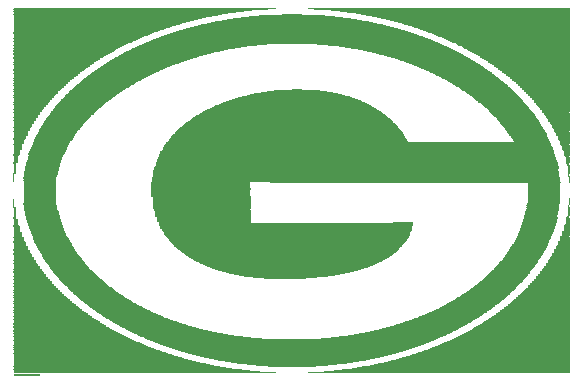
<source format=gbr>
G04 EAGLE Gerber RS-274X export*
G75*
%MOMM*%
%FSLAX34Y34*%
%LPD*%
%INSilkscreen Bottom*%
%IPPOS*%
%AMOC8*
5,1,8,0,0,1.08239X$1,22.5*%
G01*
%ADD10R,22.199600X0.025400*%
%ADD11R,21.640800X0.025400*%
%ADD12R,21.615400X0.025400*%
%ADD13R,21.183600X0.025400*%
%ADD14R,20.828000X0.025400*%
%ADD15R,20.523200X0.025400*%
%ADD16R,20.218400X0.025400*%
%ADD17R,19.964400X0.025400*%
%ADD18R,19.710400X0.025400*%
%ADD19R,19.481800X0.025400*%
%ADD20R,19.278600X0.025400*%
%ADD21R,19.050000X0.025400*%
%ADD22R,19.075400X0.025400*%
%ADD23R,18.872200X0.025400*%
%ADD24R,18.669000X0.025400*%
%ADD25R,18.491200X0.025400*%
%ADD26R,18.313400X0.025400*%
%ADD27R,18.338800X0.025400*%
%ADD28R,18.161000X0.025400*%
%ADD29R,17.983200X0.025400*%
%ADD30R,18.008600X0.025400*%
%ADD31R,17.830800X0.025400*%
%ADD32R,17.678400X0.025400*%
%ADD33R,17.526000X0.025400*%
%ADD34R,17.399000X0.025400*%
%ADD35R,1.600200X0.025400*%
%ADD36R,17.246600X0.025400*%
%ADD37R,3.124200X0.025400*%
%ADD38R,17.094200X0.025400*%
%ADD39R,4.089400X0.025400*%
%ADD40R,17.119600X0.025400*%
%ADD41R,16.967200X0.025400*%
%ADD42R,4.902200X0.025400*%
%ADD43R,16.840200X0.025400*%
%ADD44R,5.562600X0.025400*%
%ADD45R,16.713200X0.025400*%
%ADD46R,6.172200X0.025400*%
%ADD47R,16.586200X0.025400*%
%ADD48R,6.731000X0.025400*%
%ADD49R,16.459200X0.025400*%
%ADD50R,7.213600X0.025400*%
%ADD51R,16.332200X0.025400*%
%ADD52R,7.696200X0.025400*%
%ADD53R,16.230600X0.025400*%
%ADD54R,8.102600X0.025400*%
%ADD55R,16.103600X0.025400*%
%ADD56R,8.559800X0.025400*%
%ADD57R,15.976600X0.025400*%
%ADD58R,8.940800X0.025400*%
%ADD59R,16.002000X0.025400*%
%ADD60R,15.875000X0.025400*%
%ADD61R,9.321800X0.025400*%
%ADD62R,15.773400X0.025400*%
%ADD63R,9.677400X0.025400*%
%ADD64R,15.646400X0.025400*%
%ADD65R,10.033000X0.025400*%
%ADD66R,15.544800X0.025400*%
%ADD67R,10.363200X0.025400*%
%ADD68R,15.443200X0.025400*%
%ADD69R,10.693400X0.025400*%
%ADD70R,15.341600X0.025400*%
%ADD71R,10.998200X0.025400*%
%ADD72R,15.240000X0.025400*%
%ADD73R,11.303000X0.025400*%
%ADD74R,15.138400X0.025400*%
%ADD75R,11.607800X0.025400*%
%ADD76R,15.036800X0.025400*%
%ADD77R,11.912600X0.025400*%
%ADD78R,14.935200X0.025400*%
%ADD79R,12.166600X0.025400*%
%ADD80R,14.833600X0.025400*%
%ADD81R,12.471400X0.025400*%
%ADD82R,14.732000X0.025400*%
%ADD83R,12.725400X0.025400*%
%ADD84R,14.630400X0.025400*%
%ADD85R,12.979400X0.025400*%
%ADD86R,14.655800X0.025400*%
%ADD87R,14.554200X0.025400*%
%ADD88R,13.233400X0.025400*%
%ADD89R,14.452600X0.025400*%
%ADD90R,13.487400X0.025400*%
%ADD91R,14.351000X0.025400*%
%ADD92R,13.741400X0.025400*%
%ADD93R,14.376400X0.025400*%
%ADD94R,14.274800X0.025400*%
%ADD95R,13.995400X0.025400*%
%ADD96R,14.173200X0.025400*%
%ADD97R,14.224000X0.025400*%
%ADD98R,14.198600X0.025400*%
%ADD99R,14.097000X0.025400*%
%ADD100R,14.681200X0.025400*%
%ADD101R,14.020800X0.025400*%
%ADD102R,13.919200X0.025400*%
%ADD103R,14.909800X0.025400*%
%ADD104R,13.843000X0.025400*%
%ADD105R,15.113000X0.025400*%
%ADD106R,13.665200X0.025400*%
%ADD107R,15.570200X0.025400*%
%ADD108R,13.589000X0.025400*%
%ADD109R,13.512800X0.025400*%
%ADD110R,13.411200X0.025400*%
%ADD111R,16.179800X0.025400*%
%ADD112R,13.335000X0.025400*%
%ADD113R,16.383000X0.025400*%
%ADD114R,13.258800X0.025400*%
%ADD115R,13.182600X0.025400*%
%ADD116R,16.789400X0.025400*%
%ADD117R,13.106400X0.025400*%
%ADD118R,13.030200X0.025400*%
%ADD119R,17.145000X0.025400*%
%ADD120R,12.954000X0.025400*%
%ADD121R,17.348200X0.025400*%
%ADD122R,12.877800X0.025400*%
%ADD123R,17.551400X0.025400*%
%ADD124R,12.801600X0.025400*%
%ADD125R,17.703800X0.025400*%
%ADD126R,17.907000X0.025400*%
%ADD127R,12.649200X0.025400*%
%ADD128R,18.084800X0.025400*%
%ADD129R,12.573000X0.025400*%
%ADD130R,18.262600X0.025400*%
%ADD131R,12.496800X0.025400*%
%ADD132R,18.415000X0.025400*%
%ADD133R,12.420600X0.025400*%
%ADD134R,18.618200X0.025400*%
%ADD135R,12.344400X0.025400*%
%ADD136R,18.770600X0.025400*%
%ADD137R,12.369800X0.025400*%
%ADD138R,12.293600X0.025400*%
%ADD139R,18.948400X0.025400*%
%ADD140R,12.217400X0.025400*%
%ADD141R,19.126200X0.025400*%
%ADD142R,12.141200X0.025400*%
%ADD143R,12.065000X0.025400*%
%ADD144R,19.431000X0.025400*%
%ADD145R,12.014200X0.025400*%
%ADD146R,19.608800X0.025400*%
%ADD147R,11.938000X0.025400*%
%ADD148R,19.786600X0.025400*%
%ADD149R,11.861800X0.025400*%
%ADD150R,19.939000X0.025400*%
%ADD151R,11.811000X0.025400*%
%ADD152R,20.091400X0.025400*%
%ADD153R,11.734800X0.025400*%
%ADD154R,20.243800X0.025400*%
%ADD155R,11.658600X0.025400*%
%ADD156R,20.396200X0.025400*%
%ADD157R,20.548600X0.025400*%
%ADD158R,11.531600X0.025400*%
%ADD159R,20.701000X0.025400*%
%ADD160R,11.480800X0.025400*%
%ADD161R,20.853400X0.025400*%
%ADD162R,11.404600X0.025400*%
%ADD163R,21.005800X0.025400*%
%ADD164R,11.328400X0.025400*%
%ADD165R,21.158200X0.025400*%
%ADD166R,11.353800X0.025400*%
%ADD167R,11.277600X0.025400*%
%ADD168R,21.310600X0.025400*%
%ADD169R,11.226800X0.025400*%
%ADD170R,21.437600X0.025400*%
%ADD171R,11.150600X0.025400*%
%ADD172R,21.564600X0.025400*%
%ADD173R,11.099800X0.025400*%
%ADD174R,21.717000X0.025400*%
%ADD175R,11.023600X0.025400*%
%ADD176R,21.869400X0.025400*%
%ADD177R,10.972800X0.025400*%
%ADD178R,22.021800X0.025400*%
%ADD179R,10.896600X0.025400*%
%ADD180R,22.123400X0.025400*%
%ADD181R,10.922000X0.025400*%
%ADD182R,10.845800X0.025400*%
%ADD183R,22.275800X0.025400*%
%ADD184R,10.795000X0.025400*%
%ADD185R,22.428200X0.025400*%
%ADD186R,10.718800X0.025400*%
%ADD187R,22.555200X0.025400*%
%ADD188R,10.668000X0.025400*%
%ADD189R,22.682200X0.025400*%
%ADD190R,10.617200X0.025400*%
%ADD191R,22.834600X0.025400*%
%ADD192R,10.541000X0.025400*%
%ADD193R,22.936200X0.025400*%
%ADD194R,10.490200X0.025400*%
%ADD195R,23.088600X0.025400*%
%ADD196R,10.439400X0.025400*%
%ADD197R,23.215600X0.025400*%
%ADD198R,23.342600X0.025400*%
%ADD199R,10.388600X0.025400*%
%ADD200R,10.312400X0.025400*%
%ADD201R,23.469600X0.025400*%
%ADD202R,10.261600X0.025400*%
%ADD203R,23.596600X0.025400*%
%ADD204R,10.210800X0.025400*%
%ADD205R,23.723600X0.025400*%
%ADD206R,10.160000X0.025400*%
%ADD207R,23.850600X0.025400*%
%ADD208R,10.083800X0.025400*%
%ADD209R,23.977600X0.025400*%
%ADD210R,10.109200X0.025400*%
%ADD211R,24.104600X0.025400*%
%ADD212R,9.982200X0.025400*%
%ADD213R,9.931400X0.025400*%
%ADD214R,9.880600X0.025400*%
%ADD215R,10.185400X0.025400*%
%ADD216R,9.829800X0.025400*%
%ADD217R,9.779000X0.025400*%
%ADD218R,9.855200X0.025400*%
%ADD219R,9.753600X0.025400*%
%ADD220R,9.499600X0.025400*%
%ADD221R,9.601200X0.025400*%
%ADD222R,9.702800X0.025400*%
%ADD223R,9.245600X0.025400*%
%ADD224R,9.372600X0.025400*%
%ADD225R,9.728200X0.025400*%
%ADD226R,9.652000X0.025400*%
%ADD227R,9.042400X0.025400*%
%ADD228R,9.169400X0.025400*%
%ADD229R,8.864600X0.025400*%
%ADD230R,8.991600X0.025400*%
%ADD231R,9.550400X0.025400*%
%ADD232R,8.686800X0.025400*%
%ADD233R,8.813800X0.025400*%
%ADD234R,8.534400X0.025400*%
%ADD235R,8.661400X0.025400*%
%ADD236R,9.448800X0.025400*%
%ADD237R,8.382000X0.025400*%
%ADD238R,9.398000X0.025400*%
%ADD239R,8.229600X0.025400*%
%ADD240R,9.347200X0.025400*%
%ADD241R,8.255000X0.025400*%
%ADD242R,9.296400X0.025400*%
%ADD243R,8.001000X0.025400*%
%ADD244R,8.128000X0.025400*%
%ADD245R,7.874000X0.025400*%
%ADD246R,8.026400X0.025400*%
%ADD247R,9.194800X0.025400*%
%ADD248R,7.772400X0.025400*%
%ADD249R,7.924800X0.025400*%
%ADD250R,9.144000X0.025400*%
%ADD251R,7.645400X0.025400*%
%ADD252R,7.823200X0.025400*%
%ADD253R,9.093200X0.025400*%
%ADD254R,7.543800X0.025400*%
%ADD255R,7.721600X0.025400*%
%ADD256R,7.467600X0.025400*%
%ADD257R,7.620000X0.025400*%
%ADD258R,7.391400X0.025400*%
%ADD259R,7.518400X0.025400*%
%ADD260R,7.289800X0.025400*%
%ADD261R,7.442200X0.025400*%
%ADD262R,8.890000X0.025400*%
%ADD263R,7.366000X0.025400*%
%ADD264R,8.839200X0.025400*%
%ADD265R,7.137400X0.025400*%
%ADD266R,8.788400X0.025400*%
%ADD267R,7.061200X0.025400*%
%ADD268R,8.763000X0.025400*%
%ADD269R,6.985000X0.025400*%
%ADD270R,8.712200X0.025400*%
%ADD271R,6.908800X0.025400*%
%ADD272R,6.832600X0.025400*%
%ADD273R,8.610600X0.025400*%
%ADD274R,6.756400X0.025400*%
%ADD275R,6.934200X0.025400*%
%ADD276R,6.705600X0.025400*%
%ADD277R,6.858000X0.025400*%
%ADD278R,8.509000X0.025400*%
%ADD279R,6.629400X0.025400*%
%ADD280R,6.807200X0.025400*%
%ADD281R,8.458200X0.025400*%
%ADD282R,6.578600X0.025400*%
%ADD283R,8.483600X0.025400*%
%ADD284R,8.432800X0.025400*%
%ADD285R,6.527800X0.025400*%
%ADD286R,6.680200X0.025400*%
%ADD287R,6.451600X0.025400*%
%ADD288R,8.331200X0.025400*%
%ADD289R,6.400800X0.025400*%
%ADD290R,8.280400X0.025400*%
%ADD291R,6.350000X0.025400*%
%ADD292R,6.502400X0.025400*%
%ADD293R,6.299200X0.025400*%
%ADD294R,8.204200X0.025400*%
%ADD295R,6.248400X0.025400*%
%ADD296R,8.153400X0.025400*%
%ADD297R,6.197600X0.025400*%
%ADD298R,6.375400X0.025400*%
%ADD299R,6.324600X0.025400*%
%ADD300R,8.051800X0.025400*%
%ADD301R,6.121400X0.025400*%
%ADD302R,6.273800X0.025400*%
%ADD303R,8.077200X0.025400*%
%ADD304R,6.070600X0.025400*%
%ADD305R,7.975600X0.025400*%
%ADD306R,6.019800X0.025400*%
%ADD307R,5.969000X0.025400*%
%ADD308R,5.918200X0.025400*%
%ADD309R,7.899400X0.025400*%
%ADD310R,7.848600X0.025400*%
%ADD311R,5.892800X0.025400*%
%ADD312R,6.045200X0.025400*%
%ADD313R,7.797800X0.025400*%
%ADD314R,5.842000X0.025400*%
%ADD315R,5.994400X0.025400*%
%ADD316R,7.747000X0.025400*%
%ADD317R,5.816600X0.025400*%
%ADD318R,5.791200X0.025400*%
%ADD319R,7.670800X0.025400*%
%ADD320R,5.715000X0.025400*%
%ADD321R,5.867400X0.025400*%
%ADD322R,5.689600X0.025400*%
%ADD323R,7.594600X0.025400*%
%ADD324R,5.664200X0.025400*%
%ADD325R,5.638800X0.025400*%
%ADD326R,5.765800X0.025400*%
%ADD327R,7.493000X0.025400*%
%ADD328R,5.588000X0.025400*%
%ADD329R,5.537200X0.025400*%
%ADD330R,7.416800X0.025400*%
%ADD331R,5.511800X0.025400*%
%ADD332R,5.486400X0.025400*%
%ADD333R,7.340600X0.025400*%
%ADD334R,5.461000X0.025400*%
%ADD335R,5.410200X0.025400*%
%ADD336R,7.264400X0.025400*%
%ADD337R,5.384800X0.025400*%
%ADD338R,5.359400X0.025400*%
%ADD339R,7.162800X0.025400*%
%ADD340R,5.308600X0.025400*%
%ADD341R,7.188200X0.025400*%
%ADD342R,5.435600X0.025400*%
%ADD343R,7.086600X0.025400*%
%ADD344R,5.283200X0.025400*%
%ADD345R,7.112000X0.025400*%
%ADD346R,5.257800X0.025400*%
%ADD347R,7.010400X0.025400*%
%ADD348R,5.207000X0.025400*%
%ADD349R,5.334000X0.025400*%
%ADD350R,5.181600X0.025400*%
%ADD351R,5.156200X0.025400*%
%ADD352R,5.130800X0.025400*%
%ADD353R,5.105400X0.025400*%
%ADD354R,5.232400X0.025400*%
%ADD355R,5.080000X0.025400*%
%ADD356R,6.781800X0.025400*%
%ADD357R,5.054600X0.025400*%
%ADD358R,5.003800X0.025400*%
%ADD359R,4.978400X0.025400*%
%ADD360R,4.953000X0.025400*%
%ADD361R,6.604000X0.025400*%
%ADD362R,4.927600X0.025400*%
%ADD363R,6.553200X0.025400*%
%ADD364R,6.477000X0.025400*%
%ADD365R,4.876800X0.025400*%
%ADD366R,4.851400X0.025400*%
%ADD367R,4.826000X0.025400*%
%ADD368R,6.426200X0.025400*%
%ADD369R,4.800600X0.025400*%
%ADD370R,4.749800X0.025400*%
%ADD371R,6.223000X0.025400*%
%ADD372R,4.724400X0.025400*%
%ADD373R,4.699000X0.025400*%
%ADD374R,6.146800X0.025400*%
%ADD375R,4.673600X0.025400*%
%ADD376R,4.775200X0.025400*%
%ADD377R,6.096000X0.025400*%
%ADD378R,4.648200X0.025400*%
%ADD379R,4.622800X0.025400*%
%ADD380R,4.597400X0.025400*%
%ADD381R,5.943600X0.025400*%
%ADD382R,4.572000X0.025400*%
%ADD383R,4.546600X0.025400*%
%ADD384R,4.521200X0.025400*%
%ADD385R,4.470400X0.025400*%
%ADD386R,5.740400X0.025400*%
%ADD387R,4.445000X0.025400*%
%ADD388R,4.495800X0.025400*%
%ADD389R,4.419600X0.025400*%
%ADD390R,5.613400X0.025400*%
%ADD391R,4.394200X0.025400*%
%ADD392R,4.368800X0.025400*%
%ADD393R,4.343400X0.025400*%
%ADD394R,4.318000X0.025400*%
%ADD395R,4.292600X0.025400*%
%ADD396R,4.267200X0.025400*%
%ADD397R,4.241800X0.025400*%
%ADD398R,4.216400X0.025400*%
%ADD399R,4.191000X0.025400*%
%ADD400R,4.165600X0.025400*%
%ADD401R,5.029200X0.025400*%
%ADD402R,4.140200X0.025400*%
%ADD403R,4.114800X0.025400*%
%ADD404R,4.064000X0.025400*%
%ADD405R,4.038600X0.025400*%
%ADD406R,4.013200X0.025400*%
%ADD407R,3.987800X0.025400*%
%ADD408R,3.962400X0.025400*%
%ADD409R,3.937000X0.025400*%
%ADD410R,3.911600X0.025400*%
%ADD411R,3.886200X0.025400*%
%ADD412R,3.860800X0.025400*%
%ADD413R,3.835400X0.025400*%
%ADD414R,3.810000X0.025400*%
%ADD415R,3.784600X0.025400*%
%ADD416R,3.759200X0.025400*%
%ADD417R,3.733800X0.025400*%
%ADD418R,3.708400X0.025400*%
%ADD419R,3.683000X0.025400*%
%ADD420R,3.657600X0.025400*%
%ADD421R,3.632200X0.025400*%
%ADD422R,3.606800X0.025400*%
%ADD423R,3.581400X0.025400*%
%ADD424R,3.556000X0.025400*%
%ADD425R,3.530600X0.025400*%
%ADD426R,3.505200X0.025400*%
%ADD427R,3.479800X0.025400*%
%ADD428R,3.454400X0.025400*%
%ADD429R,3.429000X0.025400*%
%ADD430R,3.403600X0.025400*%
%ADD431R,3.378200X0.025400*%
%ADD432R,3.352800X0.025400*%
%ADD433R,3.327400X0.025400*%
%ADD434R,3.302000X0.025400*%
%ADD435R,3.276600X0.025400*%
%ADD436R,3.251200X0.025400*%
%ADD437R,3.225800X0.025400*%
%ADD438R,3.200400X0.025400*%
%ADD439R,3.175000X0.025400*%
%ADD440R,3.149600X0.025400*%
%ADD441R,3.098800X0.025400*%
%ADD442R,3.073400X0.025400*%
%ADD443R,3.048000X0.025400*%
%ADD444R,3.022600X0.025400*%
%ADD445R,2.997200X0.025400*%
%ADD446R,2.971800X0.025400*%
%ADD447R,2.946400X0.025400*%
%ADD448R,2.921000X0.025400*%
%ADD449R,0.787400X0.025400*%
%ADD450R,2.895600X0.025400*%
%ADD451R,2.565400X0.025400*%
%ADD452R,2.870200X0.025400*%
%ADD453R,2.844800X0.025400*%
%ADD454R,2.819400X0.025400*%
%ADD455R,2.794000X0.025400*%
%ADD456R,2.768600X0.025400*%
%ADD457R,2.743200X0.025400*%
%ADD458R,2.717800X0.025400*%
%ADD459R,2.692400X0.025400*%
%ADD460R,2.667000X0.025400*%
%ADD461R,2.641600X0.025400*%
%ADD462R,8.636000X0.025400*%
%ADD463R,2.616200X0.025400*%
%ADD464R,8.915400X0.025400*%
%ADD465R,2.590800X0.025400*%
%ADD466R,9.423400X0.025400*%
%ADD467R,2.540000X0.025400*%
%ADD468R,2.514600X0.025400*%
%ADD469R,2.489200X0.025400*%
%ADD470R,10.337800X0.025400*%
%ADD471R,2.463800X0.025400*%
%ADD472R,10.744200X0.025400*%
%ADD473R,2.438400X0.025400*%
%ADD474R,2.413000X0.025400*%
%ADD475R,11.125200X0.025400*%
%ADD476R,2.387600X0.025400*%
%ADD477R,11.506200X0.025400*%
%ADD478R,2.362200X0.025400*%
%ADD479R,11.684000X0.025400*%
%ADD480R,2.336800X0.025400*%
%ADD481R,11.836400X0.025400*%
%ADD482R,2.311400X0.025400*%
%ADD483R,12.039600X0.025400*%
%ADD484R,12.192000X0.025400*%
%ADD485R,2.286000X0.025400*%
%ADD486R,2.260600X0.025400*%
%ADD487R,12.522200X0.025400*%
%ADD488R,2.235200X0.025400*%
%ADD489R,12.674600X0.025400*%
%ADD490R,12.827000X0.025400*%
%ADD491R,2.209800X0.025400*%
%ADD492R,2.184400X0.025400*%
%ADD493R,2.159000X0.025400*%
%ADD494R,13.385800X0.025400*%
%ADD495R,2.133600X0.025400*%
%ADD496R,2.108200X0.025400*%
%ADD497R,13.792200X0.025400*%
%ADD498R,2.082800X0.025400*%
%ADD499R,2.057400X0.025400*%
%ADD500R,14.046200X0.025400*%
%ADD501R,14.147800X0.025400*%
%ADD502R,2.032000X0.025400*%
%ADD503R,14.300200X0.025400*%
%ADD504R,2.006600X0.025400*%
%ADD505R,14.401800X0.025400*%
%ADD506R,14.528800X0.025400*%
%ADD507R,1.981200X0.025400*%
%ADD508R,1.955800X0.025400*%
%ADD509R,14.757400X0.025400*%
%ADD510R,14.884400X0.025400*%
%ADD511R,1.930400X0.025400*%
%ADD512R,14.986000X0.025400*%
%ADD513R,1.905000X0.025400*%
%ADD514R,15.087600X0.025400*%
%ADD515R,15.189200X0.025400*%
%ADD516R,1.879600X0.025400*%
%ADD517R,15.290800X0.025400*%
%ADD518R,1.854200X0.025400*%
%ADD519R,15.392400X0.025400*%
%ADD520R,15.494000X0.025400*%
%ADD521R,1.828800X0.025400*%
%ADD522R,15.595600X0.025400*%
%ADD523R,1.803400X0.025400*%
%ADD524R,15.697200X0.025400*%
%ADD525R,15.798800X0.025400*%
%ADD526R,1.778000X0.025400*%
%ADD527R,15.900400X0.025400*%
%ADD528R,1.752600X0.025400*%
%ADD529R,16.078200X0.025400*%
%ADD530R,1.727200X0.025400*%
%ADD531R,16.256000X0.025400*%
%ADD532R,1.701800X0.025400*%
%ADD533R,16.357600X0.025400*%
%ADD534R,1.676400X0.025400*%
%ADD535R,16.433800X0.025400*%
%ADD536R,16.510000X0.025400*%
%ADD537R,1.651000X0.025400*%
%ADD538R,16.611600X0.025400*%
%ADD539R,1.625600X0.025400*%
%ADD540R,16.687800X0.025400*%
%ADD541R,16.764000X0.025400*%
%ADD542R,16.865600X0.025400*%
%ADD543R,16.941800X0.025400*%
%ADD544R,1.574800X0.025400*%
%ADD545R,17.018000X0.025400*%
%ADD546R,1.549400X0.025400*%
%ADD547R,17.170400X0.025400*%
%ADD548R,1.524000X0.025400*%
%ADD549R,17.322800X0.025400*%
%ADD550R,1.498600X0.025400*%
%ADD551R,17.373600X0.025400*%
%ADD552R,17.475200X0.025400*%
%ADD553R,1.473200X0.025400*%
%ADD554R,1.447800X0.025400*%
%ADD555R,17.627600X0.025400*%
%ADD556R,1.422400X0.025400*%
%ADD557R,17.754600X0.025400*%
%ADD558R,1.397000X0.025400*%
%ADD559R,17.881600X0.025400*%
%ADD560R,17.957800X0.025400*%
%ADD561R,1.371600X0.025400*%
%ADD562R,1.346200X0.025400*%
%ADD563R,1.320800X0.025400*%
%ADD564R,18.211800X0.025400*%
%ADD565R,1.295400X0.025400*%
%ADD566R,1.270000X0.025400*%
%ADD567R,18.465800X0.025400*%
%ADD568R,18.516600X0.025400*%
%ADD569R,1.244600X0.025400*%
%ADD570R,18.567400X0.025400*%
%ADD571R,1.219200X0.025400*%
%ADD572R,18.694400X0.025400*%
%ADD573R,18.745200X0.025400*%
%ADD574R,1.193800X0.025400*%
%ADD575R,18.796000X0.025400*%
%ADD576R,18.846800X0.025400*%
%ADD577R,1.168400X0.025400*%
%ADD578R,18.897600X0.025400*%
%ADD579R,1.143000X0.025400*%
%ADD580R,18.999200X0.025400*%
%ADD581R,1.117600X0.025400*%
%ADD582R,19.177000X0.025400*%
%ADD583R,1.092200X0.025400*%
%ADD584R,19.227800X0.025400*%
%ADD585R,1.066800X0.025400*%
%ADD586R,19.329400X0.025400*%
%ADD587R,19.380200X0.025400*%
%ADD588R,1.041400X0.025400*%
%ADD589R,19.456400X0.025400*%
%ADD590R,1.016000X0.025400*%
%ADD591R,19.507200X0.025400*%
%ADD592R,19.558000X0.025400*%
%ADD593R,0.990600X0.025400*%
%ADD594R,19.659600X0.025400*%
%ADD595R,0.965200X0.025400*%
%ADD596R,0.939800X0.025400*%
%ADD597R,19.761200X0.025400*%
%ADD598R,19.812000X0.025400*%
%ADD599R,19.862800X0.025400*%
%ADD600R,0.914400X0.025400*%
%ADD601R,19.888200X0.025400*%
%ADD602R,0.889000X0.025400*%
%ADD603R,19.989800X0.025400*%
%ADD604R,20.015200X0.025400*%
%ADD605R,0.863600X0.025400*%
%ADD606R,20.066000X0.025400*%
%ADD607R,20.116800X0.025400*%
%ADD608R,0.838200X0.025400*%
%ADD609R,20.167600X0.025400*%
%ADD610R,0.812800X0.025400*%
%ADD611R,20.269200X0.025400*%
%ADD612R,20.320000X0.025400*%
%ADD613R,20.345400X0.025400*%
%ADD614R,0.762000X0.025400*%
%ADD615R,20.421600X0.025400*%
%ADD616R,20.447000X0.025400*%
%ADD617R,0.736600X0.025400*%
%ADD618R,20.472400X0.025400*%
%ADD619R,0.711200X0.025400*%
%ADD620R,20.574000X0.025400*%
%ADD621R,20.624800X0.025400*%
%ADD622R,0.685800X0.025400*%
%ADD623R,20.650200X0.025400*%
%ADD624R,20.675600X0.025400*%
%ADD625R,0.660400X0.025400*%
%ADD626R,20.726400X0.025400*%
%ADD627R,20.777200X0.025400*%
%ADD628R,0.635000X0.025400*%
%ADD629R,0.609600X0.025400*%
%ADD630R,20.878800X0.025400*%
%ADD631R,20.904200X0.025400*%
%ADD632R,0.584200X0.025400*%
%ADD633R,20.955000X0.025400*%
%ADD634R,20.980400X0.025400*%
%ADD635R,0.558800X0.025400*%
%ADD636R,21.031200X0.025400*%
%ADD637R,21.056600X0.025400*%
%ADD638R,21.082000X0.025400*%
%ADD639R,0.533400X0.025400*%
%ADD640R,21.107400X0.025400*%
%ADD641R,0.508000X0.025400*%
%ADD642R,21.209000X0.025400*%
%ADD643R,0.482600X0.025400*%
%ADD644R,21.234400X0.025400*%
%ADD645R,21.259800X0.025400*%
%ADD646R,0.457200X0.025400*%
%ADD647R,21.285200X0.025400*%
%ADD648R,21.336000X0.025400*%
%ADD649R,0.431800X0.025400*%
%ADD650R,21.361400X0.025400*%
%ADD651R,21.412200X0.025400*%
%ADD652R,0.406400X0.025400*%
%ADD653R,0.381000X0.025400*%
%ADD654R,21.463000X0.025400*%
%ADD655R,21.488400X0.025400*%
%ADD656R,21.513800X0.025400*%
%ADD657R,0.355600X0.025400*%
%ADD658R,9.118600X0.025400*%
%ADD659R,0.330200X0.025400*%
%ADD660R,0.304800X0.025400*%
%ADD661R,0.279400X0.025400*%
%ADD662R,7.950200X0.025400*%
%ADD663R,0.254000X0.025400*%
%ADD664R,0.228600X0.025400*%
%ADD665R,0.203200X0.025400*%
%ADD666R,0.177800X0.025400*%
%ADD667R,0.152400X0.025400*%
%ADD668R,0.127000X0.025400*%
%ADD669R,8.178800X0.025400*%
%ADD670R,0.101600X0.025400*%
%ADD671R,0.076200X0.025400*%
%ADD672R,0.050800X0.025400*%
%ADD673R,8.305800X0.025400*%
%ADD674R,0.025400X0.025400*%
%ADD675R,8.356600X0.025400*%
%ADD676R,8.407400X0.025400*%
%ADD677R,11.633200X0.025400*%
%ADD678R,24.536400X0.025400*%
%ADD679R,34.544000X0.025400*%
%ADD680R,34.518600X0.025400*%
%ADD681R,34.493200X0.025400*%
%ADD682R,34.467800X0.025400*%
%ADD683R,34.442400X0.025400*%
%ADD684R,34.417000X0.025400*%
%ADD685R,34.391600X0.025400*%
%ADD686R,34.340800X0.025400*%
%ADD687R,34.315400X0.025400*%
%ADD688R,34.290000X0.025400*%
%ADD689R,34.264600X0.025400*%
%ADD690R,34.239200X0.025400*%
%ADD691R,34.213800X0.025400*%
%ADD692R,34.188400X0.025400*%
%ADD693R,34.163000X0.025400*%
%ADD694R,34.137600X0.025400*%
%ADD695R,34.112200X0.025400*%
%ADD696R,34.086800X0.025400*%
%ADD697R,34.036000X0.025400*%
%ADD698R,34.010600X0.025400*%
%ADD699R,33.985200X0.025400*%
%ADD700R,33.959800X0.025400*%
%ADD701R,33.909000X0.025400*%
%ADD702R,33.883600X0.025400*%
%ADD703R,33.858200X0.025400*%
%ADD704R,33.832800X0.025400*%
%ADD705R,33.782000X0.025400*%
%ADD706R,33.756600X0.025400*%
%ADD707R,33.731200X0.025400*%
%ADD708R,33.705800X0.025400*%
%ADD709R,33.655000X0.025400*%
%ADD710R,33.604200X0.025400*%
%ADD711R,33.578800X0.025400*%
%ADD712R,33.528000X0.025400*%
%ADD713R,33.502600X0.025400*%
%ADD714R,33.477200X0.025400*%
%ADD715R,33.451800X0.025400*%
%ADD716R,33.401000X0.025400*%
%ADD717R,33.375600X0.025400*%
%ADD718R,33.350200X0.025400*%
%ADD719R,33.324800X0.025400*%
%ADD720R,33.274000X0.025400*%
%ADD721R,33.248600X0.025400*%
%ADD722R,33.223200X0.025400*%
%ADD723R,33.197800X0.025400*%
%ADD724R,33.172400X0.025400*%
%ADD725R,33.147000X0.025400*%
%ADD726R,33.121600X0.025400*%
%ADD727R,33.096200X0.025400*%
%ADD728R,33.070800X0.025400*%
%ADD729R,33.020000X0.025400*%
%ADD730R,32.994600X0.025400*%
%ADD731R,32.943800X0.025400*%
%ADD732R,32.918400X0.025400*%
%ADD733R,32.893000X0.025400*%
%ADD734R,32.867600X0.025400*%
%ADD735R,32.816800X0.025400*%
%ADD736R,32.791400X0.025400*%
%ADD737R,32.766000X0.025400*%
%ADD738R,32.740600X0.025400*%
%ADD739R,32.715200X0.025400*%
%ADD740R,32.689800X0.025400*%
%ADD741R,32.664400X0.025400*%
%ADD742R,32.613600X0.025400*%
%ADD743R,32.588200X0.025400*%
%ADD744R,32.537400X0.025400*%
%ADD745R,32.512000X0.025400*%
%ADD746R,32.486600X0.025400*%
%ADD747R,22.047200X0.025400*%
%ADD748R,20.193000X0.025400*%
%ADD749R,20.142200X0.025400*%
%ADD750R,20.040600X0.025400*%
%ADD751R,19.685000X0.025400*%
%ADD752R,19.634200X0.025400*%
%ADD753R,19.405600X0.025400*%
%ADD754R,19.202400X0.025400*%
%ADD755R,19.151600X0.025400*%
%ADD756R,19.100800X0.025400*%
%ADD757R,19.024600X0.025400*%
%ADD758R,18.973800X0.025400*%
%ADD759R,18.923000X0.025400*%
%ADD760R,18.719800X0.025400*%
%ADD761R,18.643600X0.025400*%
%ADD762R,18.592800X0.025400*%
%ADD763R,18.542000X0.025400*%
%ADD764R,18.440400X0.025400*%
%ADD765R,18.364200X0.025400*%
%ADD766R,18.288000X0.025400*%
%ADD767R,18.237200X0.025400*%
%ADD768R,18.186400X0.025400*%
%ADD769R,18.135600X0.025400*%
%ADD770R,17.932400X0.025400*%
%ADD771R,17.653000X0.025400*%
%ADD772R,17.576800X0.025400*%
%ADD773R,17.297400X0.025400*%
%ADD774R,17.221200X0.025400*%
%ADD775R,17.043400X0.025400*%
%ADD776R,16.891000X0.025400*%
%ADD777R,16.637000X0.025400*%
%ADD778R,16.306800X0.025400*%
%ADD779R,15.951200X0.025400*%
%ADD780R,15.722600X0.025400*%
%ADD781R,15.417800X0.025400*%
%ADD782R,15.316200X0.025400*%
%ADD783R,15.163800X0.025400*%
%ADD784R,15.011400X0.025400*%
%ADD785R,14.478000X0.025400*%
%ADD786R,13.817600X0.025400*%
%ADD787R,13.639800X0.025400*%
%ADD788R,13.538200X0.025400*%
%ADD789R,13.309600X0.025400*%
%ADD790R,13.131800X0.025400*%
%ADD791R,13.004800X0.025400*%
%ADD792R,12.903200X0.025400*%
%ADD793R,12.446000X0.025400*%
%ADD794R,12.115800X0.025400*%
%ADD795R,11.988800X0.025400*%
%ADD796R,11.201400X0.025400*%
%ADD797R,10.947400X0.025400*%
%ADD798R,10.820400X0.025400*%
%ADD799R,10.515600X0.025400*%
%ADD800R,9.906000X0.025400*%
%ADD801R,7.035800X0.025400*%
%ADD802R,6.883400X0.025400*%
%ADD803R,6.654800X0.025400*%
%ADD804R,6.959600X0.025400*%
%ADD805R,7.315200X0.025400*%
%ADD806R,7.239000X0.025400*%
%ADD807R,7.569200X0.025400*%
%ADD808R,8.737600X0.025400*%
%ADD809R,9.067800X0.025400*%
%ADD810R,10.058400X0.025400*%
%ADD811R,10.287000X0.025400*%
%ADD812R,10.134600X0.025400*%
%ADD813R,10.871200X0.025400*%
%ADD814R,24.815800X0.025400*%
%ADD815R,24.714200X0.025400*%
%ADD816R,9.804400X0.025400*%
%ADD817R,24.612600X0.025400*%
%ADD818R,24.460200X0.025400*%
%ADD819R,24.358600X0.025400*%
%ADD820R,24.231600X0.025400*%
%ADD821R,24.003000X0.025400*%
%ADD822R,23.749000X0.025400*%
%ADD823R,23.495000X0.025400*%
%ADD824R,23.241000X0.025400*%
%ADD825R,22.961600X0.025400*%
%ADD826R,10.591800X0.025400*%
%ADD827R,22.580600X0.025400*%
%ADD828R,10.769600X0.025400*%
%ADD829R,22.148800X0.025400*%
%ADD830R,11.074400X0.025400*%
%ADD831R,21.590000X0.025400*%
%ADD832R,11.455400X0.025400*%
%ADD833R,11.785600X0.025400*%
%ADD834R,12.268200X0.025400*%
%ADD835R,18.110200X0.025400*%
%ADD836R,12.776200X0.025400*%
%ADD837R,17.729200X0.025400*%
%ADD838R,12.852400X0.025400*%
%ADD839R,12.928600X0.025400*%
%ADD840R,16.992600X0.025400*%
%ADD841R,15.367000X0.025400*%
%ADD842R,14.706600X0.025400*%
%ADD843R,14.249400X0.025400*%
%ADD844R,15.214600X0.025400*%
%ADD845R,15.748000X0.025400*%
%ADD846R,8.966200X0.025400*%
%ADD847R,16.205200X0.025400*%
%ADD848R,19.253200X0.025400*%
%ADD849R,20.497800X0.025400*%
%ADD850R,20.802600X0.025400*%
%ADD851R,22.174200X0.025400*%
%ADD852C,0.000000*%


D10*
X124587Y83312D03*
X373253Y83312D03*
D11*
X121793Y83566D03*
D12*
X376174Y83566D03*
D13*
X119507Y83820D03*
X378333Y83820D03*
D14*
X117729Y84074D03*
X380111Y84074D03*
D15*
X116205Y84328D03*
X381635Y84328D03*
D16*
X114681Y84582D03*
X383159Y84582D03*
D17*
X113411Y84836D03*
X384429Y84836D03*
D18*
X112141Y85090D03*
X385699Y85090D03*
D19*
X110998Y85344D03*
X386842Y85344D03*
D20*
X109982Y85598D03*
X387858Y85598D03*
D21*
X108839Y85852D03*
D22*
X388874Y85852D03*
D23*
X107950Y86106D03*
X389890Y86106D03*
D24*
X106934Y86360D03*
X390906Y86360D03*
D25*
X106045Y86614D03*
X391795Y86614D03*
D26*
X105156Y86868D03*
D27*
X392557Y86868D03*
D28*
X104394Y87122D03*
X393446Y87122D03*
D29*
X103505Y87376D03*
D30*
X394208Y87376D03*
D31*
X102743Y87630D03*
X395097Y87630D03*
D32*
X101981Y87884D03*
X395859Y87884D03*
D33*
X101219Y88138D03*
X396621Y88138D03*
D34*
X100584Y88392D03*
D35*
X248920Y88392D03*
D34*
X397256Y88392D03*
D36*
X99822Y88646D03*
D37*
X248920Y88646D03*
D36*
X398018Y88646D03*
D38*
X99060Y88900D03*
D39*
X248920Y88900D03*
D40*
X398653Y88900D03*
D41*
X98425Y89154D03*
D42*
X248920Y89154D03*
D41*
X399415Y89154D03*
D43*
X97790Y89408D03*
D44*
X248920Y89408D03*
D43*
X400050Y89408D03*
D45*
X97155Y89662D03*
D46*
X248920Y89662D03*
D45*
X400685Y89662D03*
D47*
X96520Y89916D03*
D48*
X248920Y89916D03*
D47*
X401320Y89916D03*
D49*
X95885Y90170D03*
D50*
X248793Y90170D03*
D49*
X401955Y90170D03*
D51*
X95250Y90424D03*
D52*
X248920Y90424D03*
D51*
X402590Y90424D03*
D53*
X94742Y90678D03*
D54*
X248920Y90678D03*
D53*
X403098Y90678D03*
D55*
X94107Y90932D03*
D56*
X248920Y90932D03*
D55*
X403733Y90932D03*
D57*
X93472Y91186D03*
D58*
X248793Y91186D03*
D59*
X404241Y91186D03*
D60*
X92964Y91440D03*
D61*
X248920Y91440D03*
D60*
X404876Y91440D03*
D62*
X92456Y91694D03*
D63*
X248920Y91694D03*
D62*
X405384Y91694D03*
D64*
X91821Y91948D03*
D65*
X248920Y91948D03*
D64*
X406019Y91948D03*
D66*
X91313Y92202D03*
D67*
X248793Y92202D03*
D66*
X406527Y92202D03*
D68*
X90805Y92456D03*
D69*
X248920Y92456D03*
D68*
X407035Y92456D03*
D70*
X90297Y92710D03*
D71*
X248920Y92710D03*
D70*
X407543Y92710D03*
D72*
X89789Y92964D03*
D73*
X248920Y92964D03*
D72*
X408051Y92964D03*
D74*
X89281Y93218D03*
D75*
X248920Y93218D03*
D74*
X408559Y93218D03*
D76*
X88773Y93472D03*
D77*
X248920Y93472D03*
D76*
X409067Y93472D03*
D78*
X88265Y93726D03*
D79*
X248920Y93726D03*
D78*
X409575Y93726D03*
D80*
X87757Y93980D03*
D81*
X248920Y93980D03*
D80*
X410083Y93980D03*
D82*
X87249Y94234D03*
D83*
X248920Y94234D03*
D82*
X410591Y94234D03*
D84*
X86741Y94488D03*
D85*
X248920Y94488D03*
D86*
X410972Y94488D03*
D87*
X86360Y94742D03*
D88*
X248920Y94742D03*
D87*
X411480Y94742D03*
D89*
X85852Y94996D03*
D90*
X248920Y94996D03*
D89*
X411988Y94996D03*
D91*
X85344Y95250D03*
D92*
X248920Y95250D03*
D93*
X412369Y95250D03*
D94*
X84963Y95504D03*
D95*
X248920Y95504D03*
D94*
X412877Y95504D03*
D96*
X84455Y95758D03*
D97*
X248793Y95758D03*
D98*
X413258Y95758D03*
D99*
X84074Y96012D03*
D89*
X248920Y96012D03*
D99*
X413766Y96012D03*
D95*
X83566Y96266D03*
D100*
X248793Y96266D03*
D101*
X414147Y96266D03*
D102*
X83185Y96520D03*
D103*
X248920Y96520D03*
D102*
X414655Y96520D03*
D104*
X82804Y96774D03*
D105*
X248920Y96774D03*
D104*
X415036Y96774D03*
D92*
X82296Y97028D03*
D70*
X248793Y97028D03*
D92*
X415544Y97028D03*
D106*
X81915Y97282D03*
D107*
X248920Y97282D03*
D106*
X415925Y97282D03*
D108*
X81534Y97536D03*
D62*
X248920Y97536D03*
D108*
X416306Y97536D03*
D90*
X81026Y97790D03*
D57*
X248920Y97790D03*
D109*
X416687Y97790D03*
D110*
X80645Y98044D03*
D111*
X248920Y98044D03*
D110*
X417195Y98044D03*
D112*
X80264Y98298D03*
D113*
X248920Y98298D03*
D112*
X417576Y98298D03*
D114*
X79883Y98552D03*
D47*
X248920Y98552D03*
D114*
X417957Y98552D03*
D115*
X79502Y98806D03*
D116*
X248920Y98806D03*
D115*
X418338Y98806D03*
D117*
X79121Y99060D03*
D41*
X248793Y99060D03*
D117*
X418719Y99060D03*
D118*
X78740Y99314D03*
D119*
X248920Y99314D03*
D118*
X419100Y99314D03*
D120*
X78359Y99568D03*
D121*
X248920Y99568D03*
D120*
X419481Y99568D03*
D122*
X77978Y99822D03*
D123*
X248920Y99822D03*
D122*
X419862Y99822D03*
D124*
X77597Y100076D03*
D125*
X248920Y100076D03*
D124*
X420243Y100076D03*
D83*
X77216Y100330D03*
D126*
X248920Y100330D03*
D83*
X420624Y100330D03*
D127*
X76835Y100584D03*
D128*
X248793Y100584D03*
D127*
X421005Y100584D03*
D129*
X76454Y100838D03*
D130*
X248920Y100838D03*
D129*
X421386Y100838D03*
D131*
X76073Y101092D03*
D132*
X248920Y101092D03*
D131*
X421767Y101092D03*
D133*
X75692Y101346D03*
D134*
X248920Y101346D03*
D133*
X422148Y101346D03*
D135*
X75311Y101600D03*
D136*
X248920Y101600D03*
D137*
X422402Y101600D03*
D138*
X75057Y101854D03*
D139*
X248793Y101854D03*
D138*
X422783Y101854D03*
D140*
X74676Y102108D03*
D141*
X248920Y102108D03*
D140*
X423164Y102108D03*
D142*
X74295Y102362D03*
D20*
X248920Y102362D03*
D142*
X423545Y102362D03*
D143*
X73914Y102616D03*
D144*
X248920Y102616D03*
D143*
X423926Y102616D03*
D145*
X73660Y102870D03*
D146*
X248793Y102870D03*
D145*
X424180Y102870D03*
D147*
X73279Y103124D03*
D148*
X248920Y103124D03*
D147*
X424561Y103124D03*
D149*
X72898Y103378D03*
D150*
X248920Y103378D03*
D149*
X424942Y103378D03*
D151*
X72644Y103632D03*
D152*
X248920Y103632D03*
D151*
X425196Y103632D03*
D153*
X72263Y103886D03*
D154*
X248920Y103886D03*
D153*
X425577Y103886D03*
D155*
X71882Y104140D03*
D156*
X248920Y104140D03*
D155*
X425958Y104140D03*
D75*
X71628Y104394D03*
D157*
X248920Y104394D03*
D75*
X426212Y104394D03*
D158*
X71247Y104648D03*
D159*
X248920Y104648D03*
D158*
X426593Y104648D03*
D160*
X70993Y104902D03*
D161*
X248920Y104902D03*
D160*
X426847Y104902D03*
D162*
X70612Y105156D03*
D163*
X248920Y105156D03*
D162*
X427228Y105156D03*
D164*
X70231Y105410D03*
D165*
X248920Y105410D03*
D166*
X427482Y105410D03*
D167*
X69977Y105664D03*
D168*
X248920Y105664D03*
D167*
X427863Y105664D03*
D169*
X69723Y105918D03*
D170*
X248793Y105918D03*
D169*
X428117Y105918D03*
D171*
X69342Y106172D03*
D172*
X248920Y106172D03*
D171*
X428498Y106172D03*
D173*
X69088Y106426D03*
D174*
X248920Y106426D03*
D173*
X428752Y106426D03*
D175*
X68707Y106680D03*
D176*
X248920Y106680D03*
D175*
X429133Y106680D03*
D177*
X68453Y106934D03*
D178*
X248920Y106934D03*
D177*
X429387Y106934D03*
D179*
X68072Y107188D03*
D180*
X248920Y107188D03*
D181*
X429641Y107188D03*
D182*
X67818Y107442D03*
D183*
X248920Y107442D03*
D182*
X430022Y107442D03*
D184*
X67564Y107696D03*
D185*
X248920Y107696D03*
D184*
X430276Y107696D03*
D186*
X67183Y107950D03*
D187*
X248793Y107950D03*
D186*
X430657Y107950D03*
D188*
X66929Y108204D03*
D189*
X248920Y108204D03*
D188*
X430911Y108204D03*
D190*
X66675Y108458D03*
D191*
X248920Y108458D03*
D190*
X431165Y108458D03*
D192*
X66294Y108712D03*
D193*
X248920Y108712D03*
D192*
X431546Y108712D03*
D194*
X66040Y108966D03*
D195*
X248920Y108966D03*
D194*
X431800Y108966D03*
D196*
X65786Y109220D03*
D197*
X248793Y109220D03*
D196*
X432054Y109220D03*
D67*
X65405Y109474D03*
D198*
X248920Y109474D03*
D199*
X432308Y109474D03*
D200*
X65151Y109728D03*
D201*
X248793Y109728D03*
D200*
X432689Y109728D03*
D202*
X64897Y109982D03*
D203*
X248920Y109982D03*
D202*
X432943Y109982D03*
D204*
X64643Y110236D03*
D205*
X248793Y110236D03*
D204*
X433197Y110236D03*
D206*
X64389Y110490D03*
D207*
X248920Y110490D03*
D206*
X433451Y110490D03*
D208*
X64008Y110744D03*
D209*
X248793Y110744D03*
D210*
X433705Y110744D03*
D65*
X63754Y110998D03*
D211*
X248920Y110998D03*
D65*
X434086Y110998D03*
D212*
X63500Y111252D03*
D169*
X183769Y111252D03*
X313817Y111252D03*
D212*
X434340Y111252D03*
D213*
X63246Y111506D03*
D192*
X179832Y111506D03*
D190*
X317627Y111506D03*
D213*
X434594Y111506D03*
D214*
X62992Y111760D03*
D208*
X177038Y111760D03*
D215*
X320294Y111760D03*
D214*
X434848Y111760D03*
D216*
X62738Y112014D03*
D217*
X174752Y112014D03*
D218*
X322453Y112014D03*
D216*
X435102Y112014D03*
D219*
X62357Y112268D03*
D220*
X172847Y112268D03*
D221*
X324485Y112268D03*
D217*
X435356Y112268D03*
D222*
X62103Y112522D03*
D223*
X171069Y112522D03*
D224*
X326136Y112522D03*
D225*
X435610Y112522D03*
D226*
X61849Y112776D03*
D227*
X169291Y112776D03*
D228*
X327660Y112776D03*
D226*
X435991Y112776D03*
D221*
X61595Y113030D03*
D229*
X167894Y113030D03*
D230*
X329311Y113030D03*
D221*
X436245Y113030D03*
D231*
X61341Y113284D03*
D232*
X166497Y113284D03*
D233*
X330708Y113284D03*
D231*
X436499Y113284D03*
D220*
X61087Y113538D03*
D234*
X164973Y113538D03*
D235*
X331978Y113538D03*
D220*
X436753Y113538D03*
D236*
X60833Y113792D03*
D237*
X163703Y113792D03*
D234*
X333375Y113792D03*
D236*
X437007Y113792D03*
D238*
X60579Y114046D03*
D239*
X162433Y114046D03*
D237*
X334645Y114046D03*
D238*
X437261Y114046D03*
D240*
X60325Y114300D03*
D54*
X161290Y114300D03*
D241*
X335788Y114300D03*
D240*
X437515Y114300D03*
D242*
X60071Y114554D03*
D243*
X160020Y114554D03*
D244*
X336931Y114554D03*
D242*
X437769Y114554D03*
D223*
X59817Y114808D03*
D245*
X158877Y114808D03*
D246*
X338201Y114808D03*
D223*
X438023Y114808D03*
D247*
X59563Y115062D03*
D248*
X157861Y115062D03*
D249*
X339217Y115062D03*
D247*
X438277Y115062D03*
D250*
X59309Y115316D03*
D251*
X156718Y115316D03*
D252*
X340233Y115316D03*
D250*
X438531Y115316D03*
D253*
X59055Y115570D03*
D254*
X155702Y115570D03*
D255*
X341249Y115570D03*
D253*
X438785Y115570D03*
D227*
X58801Y115824D03*
D256*
X154813Y115824D03*
D257*
X342265Y115824D03*
D227*
X439039Y115824D03*
D230*
X58547Y116078D03*
D258*
X153670Y116078D03*
D259*
X343281Y116078D03*
D230*
X439293Y116078D03*
D58*
X58293Y116332D03*
D260*
X152654Y116332D03*
D261*
X344170Y116332D03*
D58*
X439547Y116332D03*
D262*
X58039Y116586D03*
D50*
X151765Y116586D03*
D263*
X345313Y116586D03*
D262*
X439801Y116586D03*
D264*
X57785Y116840D03*
D265*
X150876Y116840D03*
D260*
X346202Y116840D03*
D229*
X439928Y116840D03*
D266*
X57531Y117094D03*
D267*
X149987Y117094D03*
D50*
X347091Y117094D03*
D233*
X440182Y117094D03*
D268*
X57404Y117348D03*
D269*
X149098Y117348D03*
D265*
X347980Y117348D03*
D268*
X440436Y117348D03*
D270*
X57150Y117602D03*
D271*
X148209Y117602D03*
D267*
X348869Y117602D03*
D270*
X440690Y117602D03*
D235*
X56896Y117856D03*
D272*
X147320Y117856D03*
D269*
X349758Y117856D03*
D235*
X440944Y117856D03*
D273*
X56642Y118110D03*
D274*
X146431Y118110D03*
D275*
X350520Y118110D03*
D273*
X441198Y118110D03*
D56*
X56388Y118364D03*
D276*
X145669Y118364D03*
D277*
X351409Y118364D03*
D56*
X441452Y118364D03*
D278*
X56134Y118618D03*
D279*
X144780Y118618D03*
D280*
X352171Y118618D03*
D278*
X441706Y118618D03*
D281*
X55880Y118872D03*
D282*
X144018Y118872D03*
D48*
X353060Y118872D03*
D283*
X441833Y118872D03*
D284*
X55753Y119126D03*
D285*
X143256Y119126D03*
D286*
X353822Y119126D03*
D284*
X442087Y119126D03*
D237*
X55499Y119380D03*
D287*
X142367Y119380D03*
D279*
X354584Y119380D03*
D237*
X442341Y119380D03*
D288*
X55245Y119634D03*
D289*
X141605Y119634D03*
D282*
X355346Y119634D03*
D288*
X442595Y119634D03*
D290*
X54991Y119888D03*
D291*
X140843Y119888D03*
D292*
X356235Y119888D03*
D290*
X442849Y119888D03*
D239*
X54737Y120142D03*
D293*
X140081Y120142D03*
D287*
X356997Y120142D03*
D241*
X442976Y120142D03*
D294*
X54610Y120396D03*
D295*
X139319Y120396D03*
D289*
X357759Y120396D03*
D294*
X443230Y120396D03*
D296*
X54356Y120650D03*
D297*
X138557Y120650D03*
D298*
X358394Y120650D03*
D296*
X443484Y120650D03*
D54*
X54102Y120904D03*
D46*
X137922Y120904D03*
D299*
X359156Y120904D03*
D54*
X443738Y120904D03*
D300*
X53848Y121158D03*
D301*
X137160Y121158D03*
D302*
X359918Y121158D03*
D303*
X443865Y121158D03*
D246*
X53721Y121412D03*
D304*
X136398Y121412D03*
D297*
X360553Y121412D03*
D246*
X444119Y121412D03*
D305*
X53467Y121666D03*
D306*
X135636Y121666D03*
D46*
X361188Y121666D03*
D305*
X444373Y121666D03*
D249*
X53213Y121920D03*
D307*
X135128Y121920D03*
D301*
X361950Y121920D03*
D249*
X444627Y121920D03*
D245*
X52959Y122174D03*
D308*
X134366Y122174D03*
D304*
X362712Y122174D03*
D309*
X444754Y122174D03*
D310*
X52832Y122428D03*
D311*
X133731Y122428D03*
D312*
X363347Y122428D03*
D310*
X445008Y122428D03*
D313*
X52578Y122682D03*
D314*
X132969Y122682D03*
D315*
X364109Y122682D03*
D313*
X445262Y122682D03*
D316*
X52324Y122936D03*
D317*
X132334Y122936D03*
D307*
X364744Y122936D03*
D248*
X445389Y122936D03*
D255*
X52197Y123190D03*
D318*
X131699Y123190D03*
D311*
X365379Y123190D03*
D255*
X445643Y123190D03*
D319*
X51943Y123444D03*
D320*
X131064Y123444D03*
D321*
X366014Y123444D03*
D319*
X445897Y123444D03*
D257*
X51689Y123698D03*
D322*
X130429Y123698D03*
D314*
X366649Y123698D03*
D251*
X446024Y123698D03*
D323*
X51562Y123952D03*
D324*
X129794Y123952D03*
D318*
X367411Y123952D03*
D323*
X446278Y123952D03*
D254*
X51308Y124206D03*
D325*
X129159Y124206D03*
D326*
X368046Y124206D03*
D254*
X446532Y124206D03*
D327*
X51054Y124460D03*
D328*
X128397Y124460D03*
D320*
X368554Y124460D03*
D259*
X446659Y124460D03*
D256*
X50927Y124714D03*
D329*
X127889Y124714D03*
D322*
X369189Y124714D03*
D256*
X446913Y124714D03*
D330*
X50673Y124968D03*
D331*
X127254Y124968D03*
D324*
X369824Y124968D03*
D330*
X447167Y124968D03*
D263*
X50419Y125222D03*
D332*
X126619Y125222D03*
D325*
X370459Y125222D03*
D258*
X447294Y125222D03*
D333*
X50292Y125476D03*
D334*
X125984Y125476D03*
D328*
X370967Y125476D03*
D333*
X447548Y125476D03*
D260*
X50038Y125730D03*
D335*
X125476Y125730D03*
D44*
X371602Y125730D03*
D260*
X447802Y125730D03*
D336*
X49911Y125984D03*
D337*
X124841Y125984D03*
D329*
X372237Y125984D03*
D336*
X447929Y125984D03*
D50*
X49657Y126238D03*
D338*
X124206Y126238D03*
D331*
X372872Y126238D03*
D50*
X448183Y126238D03*
D339*
X49403Y126492D03*
D340*
X123698Y126492D03*
D334*
X373380Y126492D03*
D341*
X448310Y126492D03*
D265*
X49276Y126746D03*
D340*
X123190Y126746D03*
D342*
X374015Y126746D03*
D265*
X448564Y126746D03*
D343*
X49022Y127000D03*
D344*
X122555Y127000D03*
D335*
X374650Y127000D03*
D345*
X448691Y127000D03*
D267*
X48895Y127254D03*
D346*
X121920Y127254D03*
D338*
X375158Y127254D03*
D267*
X448945Y127254D03*
D347*
X48641Y127508D03*
D348*
X121412Y127508D03*
D349*
X375793Y127508D03*
D347*
X449199Y127508D03*
D269*
X48514Y127762D03*
D350*
X120777Y127762D03*
D340*
X376428Y127762D03*
D269*
X449326Y127762D03*
D275*
X48260Y128016D03*
D351*
X120396Y128016D03*
D344*
X376809Y128016D03*
D275*
X449580Y128016D03*
D271*
X48133Y128270D03*
D352*
X119761Y128270D03*
D346*
X377444Y128270D03*
D271*
X449707Y128270D03*
D277*
X47879Y128524D03*
D353*
X119126Y128524D03*
D354*
X378079Y128524D03*
D277*
X449961Y128524D03*
D272*
X47752Y128778D03*
D355*
X118745Y128778D03*
D350*
X378587Y128778D03*
D272*
X450088Y128778D03*
D356*
X47498Y129032D03*
D357*
X118110Y129032D03*
D350*
X379095Y129032D03*
D356*
X450342Y129032D03*
D274*
X47371Y129286D03*
D357*
X117602Y129286D03*
D352*
X379603Y129286D03*
D274*
X450469Y129286D03*
D276*
X47117Y129540D03*
D358*
X117094Y129540D03*
D352*
X380111Y129540D03*
D276*
X450723Y129540D03*
D286*
X46990Y129794D03*
D359*
X116459Y129794D03*
D353*
X380746Y129794D03*
D286*
X450850Y129794D03*
D279*
X46736Y130048D03*
D360*
X116078Y130048D03*
D357*
X381254Y130048D03*
D279*
X451104Y130048D03*
D361*
X46609Y130302D03*
D362*
X115443Y130302D03*
D357*
X381762Y130302D03*
D361*
X451231Y130302D03*
D363*
X46355Y130556D03*
D362*
X114935Y130556D03*
D358*
X382270Y130556D03*
D363*
X451485Y130556D03*
D285*
X46228Y130810D03*
D42*
X114554Y130810D03*
D358*
X382778Y130810D03*
D285*
X451612Y130810D03*
D364*
X45974Y131064D03*
D365*
X113919Y131064D03*
D360*
X383286Y131064D03*
D364*
X451866Y131064D03*
D287*
X45847Y131318D03*
D366*
X113538Y131318D03*
D360*
X383794Y131318D03*
D287*
X451993Y131318D03*
D289*
X45593Y131572D03*
D367*
X112903Y131572D03*
D362*
X384429Y131572D03*
D368*
X452120Y131572D03*
D298*
X45466Y131826D03*
D369*
X112522Y131826D03*
D42*
X384810Y131826D03*
D298*
X452374Y131826D03*
D299*
X45212Y132080D03*
D369*
X112014Y132080D03*
D42*
X385318Y132080D03*
D291*
X452501Y132080D03*
D293*
X45085Y132334D03*
D370*
X111506Y132334D03*
D366*
X385826Y132334D03*
D293*
X452755Y132334D03*
D302*
X44958Y132588D03*
D370*
X110998Y132588D03*
D366*
X386334Y132588D03*
D302*
X452882Y132588D03*
D371*
X44704Y132842D03*
D372*
X110617Y132842D03*
D367*
X386715Y132842D03*
D371*
X453136Y132842D03*
D297*
X44577Y133096D03*
D373*
X109982Y133096D03*
D369*
X387350Y133096D03*
D297*
X453263Y133096D03*
D374*
X44323Y133350D03*
D375*
X109601Y133350D03*
D376*
X387731Y133350D03*
D46*
X453390Y133350D03*
D301*
X44196Y133604D03*
D375*
X109093Y133604D03*
D376*
X388239Y133604D03*
D301*
X453644Y133604D03*
D377*
X44069Y133858D03*
D378*
X108712Y133858D03*
D372*
X388747Y133858D03*
D377*
X453771Y133858D03*
D312*
X43815Y134112D03*
D379*
X108077Y134112D03*
D372*
X389255Y134112D03*
D312*
X454025Y134112D03*
D306*
X43688Y134366D03*
D380*
X107696Y134366D03*
D373*
X389636Y134366D03*
D306*
X454152Y134366D03*
D315*
X43561Y134620D03*
D380*
X107188Y134620D03*
D373*
X390144Y134620D03*
D315*
X454279Y134620D03*
D381*
X43307Y134874D03*
D382*
X106807Y134874D03*
D378*
X390652Y134874D03*
D381*
X454533Y134874D03*
D308*
X43180Y135128D03*
D382*
X106299Y135128D03*
D379*
X391033Y135128D03*
D308*
X454660Y135128D03*
D321*
X42926Y135382D03*
D383*
X105918Y135382D03*
D379*
X391541Y135382D03*
D311*
X454787Y135382D03*
D314*
X42799Y135636D03*
D384*
X105537Y135636D03*
D380*
X391922Y135636D03*
D314*
X455041Y135636D03*
D317*
X42672Y135890D03*
D384*
X105029Y135890D03*
D380*
X392430Y135890D03*
D317*
X455168Y135890D03*
D326*
X42418Y136144D03*
D385*
X104521Y136144D03*
D382*
X392811Y136144D03*
D318*
X455295Y136144D03*
D386*
X42291Y136398D03*
D385*
X104013Y136398D03*
D383*
X393446Y136398D03*
D386*
X455549Y136398D03*
D320*
X42164Y136652D03*
D387*
X103632Y136652D03*
D384*
X393827Y136652D03*
D320*
X455676Y136652D03*
D324*
X41910Y136906D03*
D387*
X103124Y136906D03*
D388*
X394208Y136906D03*
D322*
X455803Y136906D03*
D325*
X41783Y137160D03*
D389*
X102743Y137160D03*
D388*
X394716Y137160D03*
D325*
X456057Y137160D03*
D390*
X41656Y137414D03*
D391*
X102362Y137414D03*
D385*
X395097Y137414D03*
D390*
X456184Y137414D03*
D328*
X41529Y137668D03*
D391*
X101854Y137668D03*
D387*
X395478Y137668D03*
D328*
X456311Y137668D03*
D329*
X41275Y137922D03*
D392*
X101473Y137922D03*
D387*
X395986Y137922D03*
D329*
X456565Y137922D03*
D331*
X41148Y138176D03*
D393*
X101092Y138176D03*
D389*
X396367Y138176D03*
D331*
X456692Y138176D03*
D332*
X41021Y138430D03*
D393*
X100584Y138430D03*
D389*
X396875Y138430D03*
D332*
X456819Y138430D03*
D342*
X40767Y138684D03*
D393*
X100330Y138684D03*
D391*
X397256Y138684D03*
D334*
X456946Y138684D03*
D335*
X40640Y138938D03*
D393*
X99822Y138938D03*
D392*
X397637Y138938D03*
D335*
X457200Y138938D03*
D337*
X40513Y139192D03*
D394*
X99441Y139192D03*
D392*
X398145Y139192D03*
D337*
X457327Y139192D03*
D338*
X40386Y139446D03*
D395*
X99060Y139446D03*
D393*
X398526Y139446D03*
D338*
X457454Y139446D03*
D340*
X40132Y139700D03*
D395*
X98552Y139700D03*
D394*
X398907Y139700D03*
D349*
X457581Y139700D03*
D344*
X40005Y139954D03*
D396*
X98171Y139954D03*
D394*
X399415Y139954D03*
D344*
X457835Y139954D03*
D346*
X39878Y140208D03*
D397*
X97790Y140208D03*
D395*
X399796Y140208D03*
D346*
X457962Y140208D03*
D354*
X39751Y140462D03*
D398*
X97409Y140462D03*
D395*
X400050Y140462D03*
D354*
X458089Y140462D03*
D350*
X39497Y140716D03*
D397*
X97028Y140716D03*
D395*
X400558Y140716D03*
D348*
X458216Y140716D03*
D351*
X39370Y140970D03*
D398*
X96647Y140970D03*
D396*
X400939Y140970D03*
D351*
X458470Y140970D03*
D352*
X39243Y141224D03*
D399*
X96266Y141224D03*
D397*
X401320Y141224D03*
D352*
X458597Y141224D03*
D353*
X39116Y141478D03*
D399*
X95758Y141478D03*
D398*
X401701Y141478D03*
D353*
X458724Y141478D03*
D355*
X38989Y141732D03*
D400*
X95377Y141732D03*
D398*
X402209Y141732D03*
D355*
X458851Y141732D03*
D401*
X38735Y141986D03*
D400*
X95123Y141986D03*
D399*
X402590Y141986D03*
D357*
X458978Y141986D03*
D358*
X38608Y142240D03*
D402*
X94742Y142240D03*
D399*
X402844Y142240D03*
D358*
X459232Y142240D03*
D359*
X38481Y142494D03*
D402*
X94234Y142494D03*
D399*
X403352Y142494D03*
D359*
X459359Y142494D03*
D360*
X38354Y142748D03*
D403*
X93853Y142748D03*
D400*
X403733Y142748D03*
D360*
X459486Y142748D03*
D362*
X38227Y143002D03*
D403*
X93599Y143002D03*
D402*
X404114Y143002D03*
D362*
X459613Y143002D03*
D365*
X37973Y143256D03*
D403*
X93091Y143256D03*
D402*
X404368Y143256D03*
D42*
X459740Y143256D03*
D366*
X37846Y143510D03*
D39*
X92710Y143510D03*
D402*
X404876Y143510D03*
D366*
X459994Y143510D03*
D367*
X37719Y143764D03*
D404*
X92329Y143764D03*
D403*
X405257Y143764D03*
D367*
X460121Y143764D03*
D369*
X37592Y144018D03*
D404*
X92075Y144018D03*
D39*
X405638Y144018D03*
D369*
X460248Y144018D03*
D376*
X37465Y144272D03*
D405*
X91694Y144272D03*
D39*
X405892Y144272D03*
D376*
X460375Y144272D03*
D370*
X37338Y144526D03*
D405*
X91186Y144526D03*
D404*
X406273Y144526D03*
D370*
X460502Y144526D03*
D373*
X37084Y144780D03*
D405*
X90932Y144780D03*
D404*
X406781Y144780D03*
D372*
X460629Y144780D03*
D375*
X36957Y145034D03*
D406*
X90551Y145034D03*
D405*
X407162Y145034D03*
D375*
X460883Y145034D03*
D378*
X36830Y145288D03*
D407*
X90170Y145288D03*
D405*
X407416Y145288D03*
D378*
X461010Y145288D03*
D379*
X36703Y145542D03*
D406*
X89789Y145542D03*
X407797Y145542D03*
D379*
X461137Y145542D03*
D380*
X36576Y145796D03*
D407*
X89408Y145796D03*
X408178Y145796D03*
D380*
X461264Y145796D03*
D382*
X36449Y146050D03*
D407*
X89154Y146050D03*
D406*
X408559Y146050D03*
D382*
X461391Y146050D03*
D383*
X36322Y146304D03*
D408*
X88773Y146304D03*
D407*
X408940Y146304D03*
D383*
X461518Y146304D03*
D388*
X36068Y146558D03*
D409*
X88392Y146558D03*
D407*
X409194Y146558D03*
D384*
X461645Y146558D03*
D385*
X35941Y146812D03*
D409*
X88138Y146812D03*
D408*
X409575Y146812D03*
D388*
X461772Y146812D03*
D387*
X35814Y147066D03*
D409*
X87630Y147066D03*
X409956Y147066D03*
D387*
X462026Y147066D03*
D389*
X35687Y147320D03*
D409*
X87376Y147320D03*
D408*
X410337Y147320D03*
D389*
X462153Y147320D03*
D391*
X35560Y147574D03*
D410*
X86995Y147574D03*
D409*
X410718Y147574D03*
D391*
X462280Y147574D03*
D392*
X35433Y147828D03*
D410*
X86741Y147828D03*
D409*
X410972Y147828D03*
D392*
X462407Y147828D03*
D393*
X35306Y148082D03*
D411*
X86360Y148082D03*
D410*
X411353Y148082D03*
D393*
X462534Y148082D03*
D394*
X35179Y148336D03*
D411*
X86106Y148336D03*
X411734Y148336D03*
D394*
X462661Y148336D03*
D395*
X35052Y148590D03*
D411*
X85598Y148590D03*
X411988Y148590D03*
D395*
X462788Y148590D03*
D396*
X34925Y148844D03*
D411*
X85344Y148844D03*
D412*
X412369Y148844D03*
D396*
X462915Y148844D03*
D397*
X34798Y149098D03*
D412*
X84963Y149098D03*
D411*
X412750Y149098D03*
D397*
X463042Y149098D03*
D399*
X34544Y149352D03*
D412*
X84709Y149352D03*
X413131Y149352D03*
D398*
X463169Y149352D03*
D400*
X34417Y149606D03*
D413*
X84328Y149606D03*
D412*
X413385Y149606D03*
D399*
X463296Y149606D03*
D402*
X34290Y149860D03*
D413*
X84074Y149860D03*
X413766Y149860D03*
D400*
X463423Y149860D03*
D403*
X34163Y150114D03*
D414*
X83693Y150114D03*
D413*
X414020Y150114D03*
D402*
X463550Y150114D03*
D39*
X34036Y150368D03*
D414*
X83439Y150368D03*
X414401Y150368D03*
D39*
X463804Y150368D03*
D404*
X33909Y150622D03*
D415*
X83058Y150622D03*
D414*
X414655Y150622D03*
D404*
X463931Y150622D03*
D405*
X33782Y150876D03*
D414*
X82677Y150876D03*
D415*
X415036Y150876D03*
D405*
X464058Y150876D03*
D406*
X33655Y151130D03*
D415*
X82296Y151130D03*
X415290Y151130D03*
D406*
X464185Y151130D03*
D407*
X33528Y151384D03*
D415*
X82042Y151384D03*
D416*
X415671Y151384D03*
D407*
X464312Y151384D03*
D408*
X33401Y151638D03*
D415*
X81788Y151638D03*
X416052Y151638D03*
D408*
X464439Y151638D03*
D409*
X33274Y151892D03*
D416*
X81407Y151892D03*
X416433Y151892D03*
D409*
X464566Y151892D03*
D410*
X33147Y152146D03*
D416*
X81153Y152146D03*
X416687Y152146D03*
D410*
X464693Y152146D03*
D411*
X33020Y152400D03*
D417*
X80772Y152400D03*
X417068Y152400D03*
D411*
X464820Y152400D03*
D412*
X32893Y152654D03*
D417*
X80518Y152654D03*
X417322Y152654D03*
D412*
X464947Y152654D03*
D413*
X32766Y152908D03*
D417*
X80264Y152908D03*
X417576Y152908D03*
D413*
X465074Y152908D03*
D414*
X32639Y153162D03*
D418*
X79883Y153162D03*
X417957Y153162D03*
D414*
X465201Y153162D03*
D415*
X32512Y153416D03*
D418*
X79629Y153416D03*
X418211Y153416D03*
D415*
X465328Y153416D03*
D416*
X32385Y153670D03*
D419*
X79248Y153670D03*
X418592Y153670D03*
D416*
X465455Y153670D03*
D417*
X32258Y153924D03*
D419*
X78994Y153924D03*
X418846Y153924D03*
D417*
X465582Y153924D03*
D418*
X32131Y154178D03*
D419*
X78740Y154178D03*
X419100Y154178D03*
D418*
X465709Y154178D03*
D419*
X32004Y154432D03*
D420*
X78359Y154432D03*
X419481Y154432D03*
D419*
X465836Y154432D03*
D420*
X31877Y154686D03*
X78105Y154686D03*
X419735Y154686D03*
X465963Y154686D03*
D421*
X31750Y154940D03*
D420*
X77851Y154940D03*
X419989Y154940D03*
D421*
X466090Y154940D03*
D422*
X31623Y155194D03*
D420*
X77597Y155194D03*
D421*
X420370Y155194D03*
D422*
X466217Y155194D03*
D423*
X31496Y155448D03*
D421*
X77216Y155448D03*
X420624Y155448D03*
D423*
X466344Y155448D03*
D424*
X31369Y155702D03*
D421*
X76962Y155702D03*
X420878Y155702D03*
D424*
X466471Y155702D03*
D425*
X31242Y155956D03*
D421*
X76708Y155956D03*
D422*
X421259Y155956D03*
D424*
X466471Y155956D03*
D426*
X31115Y156210D03*
D422*
X76327Y156210D03*
X421513Y156210D03*
D425*
X466598Y156210D03*
D427*
X30988Y156464D03*
D422*
X76073Y156464D03*
X421767Y156464D03*
D426*
X466725Y156464D03*
D428*
X30861Y156718D03*
D422*
X75819Y156718D03*
D423*
X422148Y156718D03*
D427*
X466852Y156718D03*
D428*
X30861Y156972D03*
D422*
X75565Y156972D03*
D423*
X422402Y156972D03*
D428*
X466979Y156972D03*
D429*
X30734Y157226D03*
D423*
X75184Y157226D03*
X422656Y157226D03*
D429*
X467106Y157226D03*
D430*
X30607Y157480D03*
D423*
X74930Y157480D03*
X422910Y157480D03*
D430*
X467233Y157480D03*
D431*
X30480Y157734D03*
D423*
X74676Y157734D03*
D424*
X423291Y157734D03*
D431*
X467360Y157734D03*
D432*
X30353Y157988D03*
D423*
X74422Y157988D03*
D424*
X423545Y157988D03*
D432*
X467487Y157988D03*
D433*
X30226Y158242D03*
D424*
X74041Y158242D03*
X423799Y158242D03*
D433*
X467614Y158242D03*
D434*
X30099Y158496D03*
D424*
X73787Y158496D03*
D425*
X424180Y158496D03*
D434*
X467741Y158496D03*
D435*
X29972Y158750D03*
D424*
X73533Y158750D03*
D425*
X424434Y158750D03*
D435*
X467868Y158750D03*
D436*
X29845Y159004D03*
D424*
X73279Y159004D03*
D425*
X424688Y159004D03*
D436*
X467995Y159004D03*
D437*
X29718Y159258D03*
D425*
X72898Y159258D03*
X424942Y159258D03*
D437*
X468122Y159258D03*
D438*
X29591Y159512D03*
D425*
X72644Y159512D03*
X425196Y159512D03*
D437*
X468122Y159512D03*
D439*
X29464Y159766D03*
D425*
X72390Y159766D03*
D426*
X425577Y159766D03*
D438*
X468249Y159766D03*
D439*
X29464Y160020D03*
D425*
X72136Y160020D03*
D426*
X425831Y160020D03*
D439*
X468376Y160020D03*
D440*
X29337Y160274D03*
D425*
X71882Y160274D03*
D426*
X426085Y160274D03*
D440*
X468503Y160274D03*
D37*
X29210Y160528D03*
D425*
X71628Y160528D03*
D427*
X426212Y160528D03*
D37*
X468630Y160528D03*
D441*
X29083Y160782D03*
D426*
X71247Y160782D03*
D427*
X426466Y160782D03*
D441*
X468757Y160782D03*
D442*
X28956Y161036D03*
D426*
X70993Y161036D03*
D428*
X426847Y161036D03*
D442*
X468884Y161036D03*
D443*
X28829Y161290D03*
D427*
X70866Y161290D03*
D428*
X427101Y161290D03*
D443*
X469011Y161290D03*
D444*
X28702Y161544D03*
D427*
X70612Y161544D03*
D428*
X427355Y161544D03*
D443*
X469011Y161544D03*
D445*
X28575Y161798D03*
D427*
X70358Y161798D03*
D428*
X427609Y161798D03*
D444*
X469138Y161798D03*
D445*
X28575Y162052D03*
D427*
X70104Y162052D03*
D428*
X427863Y162052D03*
D445*
X469265Y162052D03*
D446*
X28448Y162306D03*
D427*
X69850Y162306D03*
D429*
X428244Y162306D03*
D446*
X469392Y162306D03*
D447*
X28321Y162560D03*
D428*
X69469Y162560D03*
D429*
X428498Y162560D03*
D447*
X469519Y162560D03*
D448*
X28194Y162814D03*
D428*
X69215Y162814D03*
D449*
X241046Y162814D03*
D429*
X428752Y162814D03*
D448*
X469646Y162814D03*
D450*
X28067Y163068D03*
D428*
X68961Y163068D03*
D451*
X242062Y163068D03*
D430*
X428879Y163068D03*
D450*
X469773Y163068D03*
D452*
X27940Y163322D03*
D428*
X68707Y163322D03*
D426*
X242697Y163322D03*
D430*
X429133Y163322D03*
D450*
X469773Y163322D03*
D452*
X27940Y163576D03*
D429*
X68580Y163576D03*
D397*
X243078Y163576D03*
D430*
X429387Y163576D03*
D452*
X469900Y163576D03*
D453*
X27813Y163830D03*
D429*
X68326Y163830D03*
D366*
X243332Y163830D03*
D430*
X429641Y163830D03*
D453*
X470027Y163830D03*
D454*
X27686Y164084D03*
D429*
X68072Y164084D03*
D337*
X243459Y164084D03*
D430*
X429895Y164084D03*
D454*
X470154Y164084D03*
D455*
X27559Y164338D03*
D429*
X67818Y164338D03*
D314*
X243713Y164338D03*
D431*
X430276Y164338D03*
D455*
X470281Y164338D03*
D456*
X27432Y164592D03*
D429*
X67564Y164592D03*
D293*
X243967Y164592D03*
D431*
X430530Y164592D03*
D456*
X470408Y164592D03*
D457*
X27305Y164846D03*
D429*
X67310Y164846D03*
D286*
X244094Y164846D03*
D431*
X430784Y164846D03*
D456*
X470408Y164846D03*
D457*
X27305Y165100D03*
D430*
X66929Y165100D03*
D267*
X244221Y165100D03*
D432*
X430911Y165100D03*
D457*
X470535Y165100D03*
D458*
X27178Y165354D03*
D431*
X66802Y165354D03*
D330*
X244475Y165354D03*
D432*
X431165Y165354D03*
D458*
X470662Y165354D03*
D459*
X27051Y165608D03*
D431*
X66548Y165608D03*
D316*
X244602Y165608D03*
D432*
X431419Y165608D03*
D459*
X470789Y165608D03*
D460*
X26924Y165862D03*
D431*
X66294Y165862D03*
D300*
X244602Y165862D03*
D432*
X431673Y165862D03*
D460*
X470916Y165862D03*
D461*
X26797Y166116D03*
D431*
X66040Y166116D03*
D288*
X244729Y166116D03*
D432*
X431927Y166116D03*
D460*
X470916Y166116D03*
D461*
X26797Y166370D03*
D431*
X65786Y166370D03*
D462*
X244729Y166370D03*
D432*
X432181Y166370D03*
D461*
X471043Y166370D03*
D463*
X26670Y166624D03*
D431*
X65532Y166624D03*
D464*
X244856Y166624D03*
D433*
X432308Y166624D03*
D463*
X471170Y166624D03*
D465*
X26543Y166878D03*
D432*
X65405Y166878D03*
D250*
X244983Y166878D03*
D433*
X432562Y166878D03*
D465*
X471297Y166878D03*
D451*
X26416Y167132D03*
D432*
X65151Y167132D03*
D466*
X245110Y167132D03*
D433*
X432816Y167132D03*
D451*
X471424Y167132D03*
D467*
X26289Y167386D03*
D432*
X64897Y167386D03*
D226*
X245237Y167386D03*
D433*
X433070Y167386D03*
D451*
X471424Y167386D03*
D467*
X26289Y167640D03*
D432*
X64643Y167640D03*
D214*
X245110Y167640D03*
D433*
X433324Y167640D03*
D467*
X471551Y167640D03*
D468*
X26162Y167894D03*
D432*
X64389Y167894D03*
D210*
X245237Y167894D03*
D433*
X433578Y167894D03*
D468*
X471678Y167894D03*
D469*
X26035Y168148D03*
D432*
X64135Y168148D03*
D470*
X245364Y168148D03*
D434*
X433705Y168148D03*
D469*
X471805Y168148D03*
D471*
X25908Y168402D03*
D433*
X64008Y168402D03*
D192*
X245364Y168402D03*
D434*
X433959Y168402D03*
D469*
X471805Y168402D03*
D471*
X25908Y168656D03*
D433*
X63754Y168656D03*
D472*
X245364Y168656D03*
D434*
X434213Y168656D03*
D471*
X471932Y168656D03*
D473*
X25781Y168910D03*
D433*
X63500Y168910D03*
D181*
X245491Y168910D03*
D434*
X434467Y168910D03*
D473*
X472059Y168910D03*
D474*
X25654Y169164D03*
D433*
X63246Y169164D03*
D475*
X245491Y169164D03*
D434*
X434721Y169164D03*
D474*
X472186Y169164D03*
D476*
X25527Y169418D03*
D433*
X62992Y169418D03*
D73*
X245618Y169418D03*
D435*
X434848Y169418D03*
D476*
X472313Y169418D03*
X25527Y169672D03*
D434*
X62865Y169672D03*
D477*
X245618Y169672D03*
D435*
X435102Y169672D03*
D476*
X472313Y169672D03*
D478*
X25400Y169926D03*
D434*
X62611Y169926D03*
D479*
X245745Y169926D03*
D435*
X435356Y169926D03*
D478*
X472440Y169926D03*
D480*
X25273Y170180D03*
D434*
X62357Y170180D03*
D481*
X245745Y170180D03*
D435*
X435610Y170180D03*
D480*
X472567Y170180D03*
D482*
X25146Y170434D03*
D434*
X62103Y170434D03*
D483*
X245745Y170434D03*
D436*
X435737Y170434D03*
D480*
X472567Y170434D03*
D482*
X25146Y170688D03*
D435*
X61976Y170688D03*
D484*
X245745Y170688D03*
D436*
X435991Y170688D03*
D482*
X472694Y170688D03*
D485*
X25019Y170942D03*
D435*
X61722Y170942D03*
D135*
X245745Y170942D03*
D436*
X436245Y170942D03*
D485*
X472821Y170942D03*
D486*
X24892Y171196D03*
D435*
X61468Y171196D03*
D487*
X245872Y171196D03*
D436*
X436499Y171196D03*
D486*
X472948Y171196D03*
D488*
X24765Y171450D03*
D434*
X61341Y171450D03*
D489*
X245872Y171450D03*
D437*
X436626Y171450D03*
D486*
X472948Y171450D03*
D488*
X24765Y171704D03*
D435*
X61214Y171704D03*
D490*
X245872Y171704D03*
D437*
X436880Y171704D03*
D488*
X473075Y171704D03*
D491*
X24638Y171958D03*
D435*
X60960Y171958D03*
D120*
X245999Y171958D03*
D437*
X437134Y171958D03*
D491*
X473202Y171958D03*
D492*
X24511Y172212D03*
D435*
X60706Y172212D03*
D117*
X245999Y172212D03*
D437*
X437388Y172212D03*
D492*
X473329Y172212D03*
D493*
X24384Y172466D03*
D435*
X60452Y172466D03*
D114*
X245999Y172466D03*
D438*
X437515Y172466D03*
D492*
X473329Y172466D03*
D493*
X24384Y172720D03*
D436*
X60325Y172720D03*
D494*
X246126Y172720D03*
D438*
X437769Y172720D03*
D493*
X473456Y172720D03*
D495*
X24257Y172974D03*
D436*
X60071Y172974D03*
D109*
X245999Y172974D03*
D438*
X438023Y172974D03*
D495*
X473583Y172974D03*
D496*
X24130Y173228D03*
D436*
X59817Y173228D03*
D106*
X245999Y173228D03*
D438*
X438277Y173228D03*
D495*
X473583Y173228D03*
D496*
X24130Y173482D03*
D436*
X59563Y173482D03*
D497*
X246126Y173482D03*
D439*
X438404Y173482D03*
D496*
X473710Y173482D03*
D498*
X24003Y173736D03*
D437*
X59436Y173736D03*
D102*
X245999Y173736D03*
D439*
X438658Y173736D03*
D498*
X473837Y173736D03*
D499*
X23876Y173990D03*
D437*
X59182Y173990D03*
D500*
X246126Y173990D03*
D438*
X438785Y173990D03*
D498*
X473837Y173990D03*
D499*
X23876Y174244D03*
D436*
X59055Y174244D03*
D501*
X246126Y174244D03*
D438*
X439039Y174244D03*
D499*
X473964Y174244D03*
D502*
X23749Y174498D03*
D436*
X58801Y174498D03*
D503*
X246126Y174498D03*
D439*
X439166Y174498D03*
D502*
X474091Y174498D03*
D504*
X23622Y174752D03*
D437*
X58674Y174752D03*
D505*
X246126Y174752D03*
D439*
X439420Y174752D03*
D504*
X474218Y174752D03*
X23622Y175006D03*
D437*
X58420Y175006D03*
D506*
X246253Y175006D03*
D439*
X439674Y175006D03*
D504*
X474218Y175006D03*
D507*
X23495Y175260D03*
D437*
X58166Y175260D03*
D84*
X246253Y175260D03*
D440*
X439801Y175260D03*
D507*
X474345Y175260D03*
D508*
X23368Y175514D03*
D438*
X58039Y175514D03*
D509*
X246126Y175514D03*
D440*
X440055Y175514D03*
D508*
X474472Y175514D03*
X23368Y175768D03*
D438*
X57785Y175768D03*
D510*
X246253Y175768D03*
D440*
X440309Y175768D03*
D508*
X474472Y175768D03*
D511*
X23241Y176022D03*
D438*
X57531Y176022D03*
D512*
X246253Y176022D03*
D439*
X440436Y176022D03*
D511*
X474599Y176022D03*
D513*
X23114Y176276D03*
D438*
X57531Y176276D03*
D514*
X246253Y176276D03*
D440*
X440563Y176276D03*
D513*
X474726Y176276D03*
X23114Y176530D03*
D438*
X57277Y176530D03*
D515*
X246253Y176530D03*
D440*
X440817Y176530D03*
D513*
X474726Y176530D03*
D516*
X22987Y176784D03*
D438*
X57023Y176784D03*
D517*
X246253Y176784D03*
D440*
X441071Y176784D03*
D516*
X474853Y176784D03*
D518*
X22860Y177038D03*
D439*
X56896Y177038D03*
D519*
X246253Y177038D03*
D37*
X441198Y177038D03*
D518*
X474980Y177038D03*
X22860Y177292D03*
D439*
X56642Y177292D03*
D520*
X246253Y177292D03*
D37*
X441452Y177292D03*
D518*
X474980Y177292D03*
D521*
X22733Y177546D03*
D439*
X56388Y177546D03*
D522*
X246253Y177546D03*
D440*
X441579Y177546D03*
D521*
X475107Y177546D03*
D523*
X22606Y177800D03*
D439*
X56388Y177800D03*
D524*
X246253Y177800D03*
D37*
X441706Y177800D03*
D521*
X475107Y177800D03*
D523*
X22606Y178054D03*
D439*
X56134Y178054D03*
D525*
X246253Y178054D03*
D37*
X441960Y178054D03*
D523*
X475234Y178054D03*
D526*
X22479Y178308D03*
D439*
X55880Y178308D03*
D527*
X246253Y178308D03*
D37*
X442214Y178308D03*
D526*
X475361Y178308D03*
D528*
X22352Y178562D03*
D440*
X55753Y178562D03*
D59*
X246253Y178562D03*
D441*
X442341Y178562D03*
D526*
X475361Y178562D03*
D528*
X22352Y178816D03*
D440*
X55499Y178816D03*
D529*
X246380Y178816D03*
D441*
X442595Y178816D03*
D528*
X475488Y178816D03*
D530*
X22225Y179070D03*
D439*
X55372Y179070D03*
D111*
X246380Y179070D03*
D37*
X442722Y179070D03*
D530*
X475615Y179070D03*
X22225Y179324D03*
D440*
X55245Y179324D03*
D531*
X246253Y179324D03*
D441*
X442849Y179324D03*
D530*
X475615Y179324D03*
D532*
X22098Y179578D03*
D440*
X54991Y179578D03*
D533*
X246253Y179578D03*
D441*
X443103Y179578D03*
D532*
X475742Y179578D03*
D534*
X21971Y179832D03*
D440*
X54737Y179832D03*
D535*
X246380Y179832D03*
D441*
X443357Y179832D03*
D534*
X475869Y179832D03*
X21971Y180086D03*
D37*
X54610Y180086D03*
D536*
X246253Y180086D03*
D442*
X443484Y180086D03*
D534*
X475869Y180086D03*
D537*
X21844Y180340D03*
D440*
X54483Y180340D03*
D538*
X246253Y180340D03*
D441*
X443611Y180340D03*
D537*
X475996Y180340D03*
D539*
X21717Y180594D03*
D440*
X54229Y180594D03*
D540*
X246380Y180594D03*
D442*
X443738Y180594D03*
D537*
X475996Y180594D03*
D539*
X21717Y180848D03*
D37*
X54102Y180848D03*
D541*
X246253Y180848D03*
D442*
X443992Y180848D03*
D539*
X476123Y180848D03*
D35*
X21590Y181102D03*
D37*
X53848Y181102D03*
D542*
X246253Y181102D03*
D442*
X444246Y181102D03*
D35*
X476250Y181102D03*
X21590Y181356D03*
D440*
X53721Y181356D03*
D543*
X246380Y181356D03*
D442*
X444246Y181356D03*
D35*
X476250Y181356D03*
D544*
X21463Y181610D03*
D37*
X53594Y181610D03*
D545*
X246253Y181610D03*
D442*
X444500Y181610D03*
D544*
X476377Y181610D03*
D546*
X21336Y181864D03*
D37*
X53340Y181864D03*
D38*
X246380Y181864D03*
D442*
X444754Y181864D03*
D544*
X476377Y181864D03*
D546*
X21336Y182118D03*
D441*
X53213Y182118D03*
D547*
X246253Y182118D03*
D443*
X444881Y182118D03*
D546*
X476504Y182118D03*
D548*
X21209Y182372D03*
D37*
X53086Y182372D03*
D36*
X246380Y182372D03*
D442*
X445008Y182372D03*
D548*
X476631Y182372D03*
X21209Y182626D03*
D37*
X52832Y182626D03*
D549*
X246253Y182626D03*
D443*
X445135Y182626D03*
D548*
X476631Y182626D03*
D550*
X21082Y182880D03*
D441*
X52705Y182880D03*
D551*
X246253Y182880D03*
D443*
X445389Y182880D03*
D550*
X476758Y182880D03*
X21082Y183134D03*
D441*
X52451Y183134D03*
D552*
X246253Y183134D03*
D443*
X445643Y183134D03*
D550*
X476758Y183134D03*
D553*
X20955Y183388D03*
D441*
X52451Y183388D03*
D33*
X246253Y183388D03*
D443*
X445643Y183388D03*
D553*
X476885Y183388D03*
D554*
X20828Y183642D03*
D441*
X52197Y183642D03*
D555*
X246253Y183642D03*
D443*
X445897Y183642D03*
D553*
X476885Y183642D03*
D554*
X20828Y183896D03*
D441*
X51943Y183896D03*
D32*
X246253Y183896D03*
D444*
X446024Y183896D03*
D554*
X477012Y183896D03*
D556*
X20701Y184150D03*
D441*
X51943Y184150D03*
D557*
X246126Y184150D03*
D444*
X446278Y184150D03*
D556*
X477139Y184150D03*
X20701Y184404D03*
D441*
X51689Y184404D03*
D31*
X246253Y184404D03*
D443*
X446405Y184404D03*
D556*
X477139Y184404D03*
D558*
X20574Y184658D03*
D442*
X51562Y184658D03*
D559*
X246253Y184658D03*
D444*
X446532Y184658D03*
D558*
X477266Y184658D03*
X20574Y184912D03*
D442*
X51308Y184912D03*
D560*
X246126Y184912D03*
D444*
X446786Y184912D03*
D558*
X477266Y184912D03*
D561*
X20447Y185166D03*
D442*
X51308Y185166D03*
D30*
X246126Y185166D03*
D444*
X446786Y185166D03*
D561*
X477393Y185166D03*
D562*
X20320Y185420D03*
D442*
X51054Y185420D03*
D128*
X246253Y185420D03*
D444*
X447040Y185420D03*
D561*
X477393Y185420D03*
D562*
X20320Y185674D03*
D442*
X50800Y185674D03*
D28*
X246126Y185674D03*
D445*
X447167Y185674D03*
D562*
X477520Y185674D03*
D563*
X20193Y185928D03*
D442*
X50800Y185928D03*
D564*
X246126Y185928D03*
D444*
X447294Y185928D03*
D562*
X477520Y185928D03*
D563*
X20193Y186182D03*
D442*
X50546Y186182D03*
D130*
X246126Y186182D03*
D444*
X447548Y186182D03*
D563*
X477647Y186182D03*
D565*
X20066Y186436D03*
D443*
X50419Y186436D03*
D27*
X246253Y186436D03*
D445*
X447675Y186436D03*
D563*
X477647Y186436D03*
D565*
X20066Y186690D03*
D442*
X50292Y186690D03*
D132*
X246126Y186690D03*
D444*
X447802Y186690D03*
D565*
X477774Y186690D03*
D566*
X19939Y186944D03*
D443*
X50165Y186944D03*
D567*
X246126Y186944D03*
D445*
X447929Y186944D03*
D566*
X477901Y186944D03*
X19939Y187198D03*
D443*
X49911Y187198D03*
D568*
X246126Y187198D03*
D445*
X448183Y187198D03*
D566*
X477901Y187198D03*
D569*
X19812Y187452D03*
D443*
X49911Y187452D03*
D570*
X246126Y187452D03*
D445*
X448183Y187452D03*
D569*
X478028Y187452D03*
X19812Y187706D03*
D443*
X49657Y187706D03*
D134*
X246126Y187706D03*
D445*
X448437Y187706D03*
D569*
X478028Y187706D03*
D571*
X19685Y187960D03*
D443*
X49403Y187960D03*
D572*
X245999Y187960D03*
D446*
X448564Y187960D03*
D571*
X478155Y187960D03*
X19685Y188214D03*
D443*
X49403Y188214D03*
D573*
X245999Y188214D03*
D445*
X448691Y188214D03*
D571*
X478155Y188214D03*
D574*
X19558Y188468D03*
D443*
X49149Y188468D03*
D575*
X245999Y188468D03*
D446*
X448818Y188468D03*
D574*
X478282Y188468D03*
X19558Y188722D03*
D444*
X49022Y188722D03*
D576*
X245999Y188722D03*
D446*
X449072Y188722D03*
D574*
X478282Y188722D03*
D577*
X19431Y188976D03*
D443*
X48895Y188976D03*
D578*
X245999Y188976D03*
D446*
X449072Y188976D03*
D577*
X478409Y188976D03*
X19431Y189230D03*
D444*
X48768Y189230D03*
D139*
X245999Y189230D03*
D446*
X449326Y189230D03*
D577*
X478409Y189230D03*
D579*
X19304Y189484D03*
D444*
X48514Y189484D03*
D580*
X245999Y189484D03*
D446*
X449580Y189484D03*
D579*
X478536Y189484D03*
X19304Y189738D03*
D444*
X48514Y189738D03*
D21*
X245999Y189738D03*
D446*
X449580Y189738D03*
D579*
X478536Y189738D03*
D581*
X19177Y189992D03*
D444*
X48260Y189992D03*
D141*
X245872Y189992D03*
D446*
X449834Y189992D03*
D581*
X478663Y189992D03*
X19177Y190246D03*
D444*
X48260Y190246D03*
D582*
X245872Y190246D03*
D446*
X449834Y190246D03*
D581*
X478663Y190246D03*
D583*
X19050Y190500D03*
D444*
X48006Y190500D03*
D584*
X245872Y190500D03*
D446*
X450088Y190500D03*
D583*
X478790Y190500D03*
X19050Y190754D03*
D445*
X47879Y190754D03*
D20*
X245872Y190754D03*
D447*
X450215Y190754D03*
D583*
X478790Y190754D03*
D585*
X18923Y191008D03*
D444*
X47752Y191008D03*
D586*
X245872Y191008D03*
D446*
X450342Y191008D03*
D585*
X478917Y191008D03*
X18923Y191262D03*
D445*
X47625Y191262D03*
D587*
X245872Y191262D03*
D447*
X450469Y191262D03*
D585*
X478917Y191262D03*
D588*
X18796Y191516D03*
D445*
X47371Y191516D03*
D144*
X245872Y191516D03*
D446*
X450596Y191516D03*
D588*
X479044Y191516D03*
X18796Y191770D03*
D445*
X47371Y191770D03*
D589*
X245745Y191770D03*
D447*
X450723Y191770D03*
D588*
X479044Y191770D03*
D590*
X18669Y192024D03*
D445*
X47117Y192024D03*
D591*
X245745Y192024D03*
D447*
X450977Y192024D03*
D590*
X479171Y192024D03*
X18669Y192278D03*
D445*
X47117Y192278D03*
D592*
X245745Y192278D03*
D447*
X450977Y192278D03*
D590*
X479171Y192278D03*
D593*
X18542Y192532D03*
D445*
X46863Y192532D03*
D146*
X245745Y192532D03*
D447*
X451231Y192532D03*
D590*
X479171Y192532D03*
D593*
X18542Y192786D03*
D445*
X46863Y192786D03*
D594*
X245745Y192786D03*
D447*
X451231Y192786D03*
D593*
X479298Y192786D03*
D595*
X18415Y193040D03*
D445*
X46609Y193040D03*
D18*
X245745Y193040D03*
D447*
X451485Y193040D03*
D593*
X479298Y193040D03*
D595*
X18415Y193294D03*
D446*
X46482Y193294D03*
D18*
X245745Y193294D03*
D447*
X451485Y193294D03*
D595*
X479425Y193294D03*
D596*
X18288Y193548D03*
D445*
X46355Y193548D03*
D597*
X245745Y193548D03*
D448*
X451612Y193548D03*
D595*
X479425Y193548D03*
D596*
X18288Y193802D03*
D446*
X46228Y193802D03*
D598*
X245745Y193802D03*
D448*
X451866Y193802D03*
D596*
X479552Y193802D03*
X18288Y194056D03*
D445*
X46101Y194056D03*
D599*
X245745Y194056D03*
D448*
X451866Y194056D03*
D596*
X479552Y194056D03*
D600*
X18161Y194310D03*
D446*
X45974Y194310D03*
D601*
X245618Y194310D03*
D448*
X452120Y194310D03*
D600*
X479679Y194310D03*
X18161Y194564D03*
D445*
X45847Y194564D03*
D150*
X245618Y194564D03*
D448*
X452120Y194564D03*
D600*
X479679Y194564D03*
D602*
X18034Y194818D03*
D446*
X45720Y194818D03*
D603*
X245618Y194818D03*
D448*
X452374Y194818D03*
D602*
X479806Y194818D03*
X18034Y195072D03*
D447*
X45593Y195072D03*
D604*
X245491Y195072D03*
D448*
X452374Y195072D03*
D602*
X479806Y195072D03*
D605*
X17907Y195326D03*
D446*
X45466Y195326D03*
D606*
X245491Y195326D03*
D448*
X452628Y195326D03*
D602*
X479806Y195326D03*
D605*
X17907Y195580D03*
D447*
X45339Y195580D03*
D152*
X245618Y195580D03*
D448*
X452628Y195580D03*
D605*
X479933Y195580D03*
X17907Y195834D03*
D446*
X45212Y195834D03*
D607*
X245491Y195834D03*
D448*
X452882Y195834D03*
D605*
X479933Y195834D03*
D608*
X17780Y196088D03*
D447*
X45085Y196088D03*
D609*
X245491Y196088D03*
D448*
X452882Y196088D03*
D608*
X480060Y196088D03*
X17780Y196342D03*
D446*
X44958Y196342D03*
D16*
X245491Y196342D03*
D450*
X453009Y196342D03*
D608*
X480060Y196342D03*
D610*
X17653Y196596D03*
D447*
X44831Y196596D03*
D154*
X245364Y196596D03*
D450*
X453263Y196596D03*
D610*
X480187Y196596D03*
X17653Y196850D03*
D446*
X44704Y196850D03*
D611*
X245491Y196850D03*
D450*
X453263Y196850D03*
D610*
X480187Y196850D03*
D449*
X17526Y197104D03*
D447*
X44577Y197104D03*
D612*
X245491Y197104D03*
D450*
X453517Y197104D03*
D610*
X480187Y197104D03*
D449*
X17526Y197358D03*
D447*
X44577Y197358D03*
D613*
X245364Y197358D03*
D450*
X453517Y197358D03*
D449*
X480314Y197358D03*
X17526Y197612D03*
D447*
X44323Y197612D03*
D156*
X245364Y197612D03*
D450*
X453771Y197612D03*
D449*
X480314Y197612D03*
D614*
X17399Y197866D03*
D447*
X44323Y197866D03*
D615*
X245237Y197866D03*
D450*
X453771Y197866D03*
D614*
X480441Y197866D03*
X17399Y198120D03*
D447*
X44069Y198120D03*
D616*
X245364Y198120D03*
D452*
X453898Y198120D03*
D614*
X480441Y198120D03*
D617*
X17272Y198374D03*
D447*
X44069Y198374D03*
D618*
X245237Y198374D03*
D450*
X454025Y198374D03*
D614*
X480441Y198374D03*
D617*
X17272Y198628D03*
D448*
X43942Y198628D03*
D15*
X245237Y198628D03*
D452*
X454152Y198628D03*
D617*
X480568Y198628D03*
X17272Y198882D03*
D447*
X43815Y198882D03*
D157*
X245110Y198882D03*
D450*
X454279Y198882D03*
D617*
X480568Y198882D03*
D619*
X17145Y199136D03*
D448*
X43688Y199136D03*
D620*
X245237Y199136D03*
D452*
X454406Y199136D03*
D619*
X480695Y199136D03*
X17145Y199390D03*
D447*
X43561Y199390D03*
D621*
X245237Y199390D03*
D452*
X454406Y199390D03*
D619*
X480695Y199390D03*
D622*
X17018Y199644D03*
D448*
X43434Y199644D03*
D623*
X245110Y199644D03*
D450*
X454533Y199644D03*
D619*
X480695Y199644D03*
D622*
X17018Y199898D03*
D448*
X43434Y199898D03*
D624*
X245237Y199898D03*
D452*
X454660Y199898D03*
D622*
X480822Y199898D03*
X17018Y200152D03*
D448*
X43180Y200152D03*
D159*
X245110Y200152D03*
D450*
X454787Y200152D03*
D622*
X480822Y200152D03*
D625*
X16891Y200406D03*
D448*
X43180Y200406D03*
D626*
X244983Y200406D03*
D452*
X454914Y200406D03*
D622*
X480822Y200406D03*
D625*
X16891Y200660D03*
D448*
X42926Y200660D03*
D627*
X244983Y200660D03*
D452*
X454914Y200660D03*
D625*
X480949Y200660D03*
X16891Y200914D03*
D448*
X42926Y200914D03*
D627*
X244983Y200914D03*
D452*
X455168Y200914D03*
D625*
X480949Y200914D03*
D628*
X16764Y201168D03*
D450*
X42799Y201168D03*
D14*
X244983Y201168D03*
D452*
X455168Y201168D03*
D628*
X481076Y201168D03*
X16764Y201422D03*
D448*
X42672Y201422D03*
D161*
X244856Y201422D03*
D452*
X455422Y201422D03*
D628*
X481076Y201422D03*
D629*
X16637Y201676D03*
D450*
X42545Y201676D03*
D630*
X244983Y201676D03*
D452*
X455422Y201676D03*
D628*
X481076Y201676D03*
D629*
X16637Y201930D03*
D448*
X42418Y201930D03*
D631*
X244856Y201930D03*
D453*
X455549Y201930D03*
D629*
X481203Y201930D03*
X16637Y202184D03*
D450*
X42291Y202184D03*
D631*
X244856Y202184D03*
D452*
X455676Y202184D03*
D629*
X481203Y202184D03*
D632*
X16510Y202438D03*
D450*
X42291Y202438D03*
D633*
X244856Y202438D03*
D452*
X455676Y202438D03*
D629*
X481203Y202438D03*
D632*
X16510Y202692D03*
D448*
X42164Y202692D03*
D634*
X244729Y202692D03*
D453*
X455803Y202692D03*
D632*
X481330Y202692D03*
X16510Y202946D03*
D450*
X42037Y202946D03*
D163*
X244856Y202946D03*
D452*
X455930Y202946D03*
D632*
X481330Y202946D03*
D635*
X16383Y203200D03*
D450*
X42037Y203200D03*
D636*
X244729Y203200D03*
D453*
X456057Y203200D03*
D632*
X481330Y203200D03*
D635*
X16383Y203454D03*
D450*
X41783Y203454D03*
D637*
X244602Y203454D03*
D452*
X456184Y203454D03*
D635*
X481457Y203454D03*
X16383Y203708D03*
D450*
X41783Y203708D03*
D638*
X244729Y203708D03*
D453*
X456311Y203708D03*
D635*
X481457Y203708D03*
D639*
X16256Y203962D03*
D452*
X41656Y203962D03*
D640*
X244602Y203962D03*
D453*
X456311Y203962D03*
D635*
X481457Y203962D03*
D639*
X16256Y204216D03*
D450*
X41529Y204216D03*
D640*
X244602Y204216D03*
D452*
X456438Y204216D03*
D639*
X481584Y204216D03*
X16256Y204470D03*
D450*
X41529Y204470D03*
D165*
X244602Y204470D03*
D453*
X456565Y204470D03*
D639*
X481584Y204470D03*
D641*
X16129Y204724D03*
D450*
X41275Y204724D03*
D165*
X244602Y204724D03*
D453*
X456565Y204724D03*
D639*
X481584Y204724D03*
D641*
X16129Y204978D03*
D450*
X41275Y204978D03*
D13*
X244475Y204978D03*
D453*
X456819Y204978D03*
D641*
X481711Y204978D03*
X16129Y205232D03*
D452*
X41148Y205232D03*
D642*
X244348Y205232D03*
D453*
X456819Y205232D03*
D641*
X481711Y205232D03*
D643*
X16002Y205486D03*
D450*
X41021Y205486D03*
D644*
X244475Y205486D03*
D453*
X456819Y205486D03*
D641*
X481711Y205486D03*
D643*
X16002Y205740D03*
D452*
X40894Y205740D03*
D645*
X244348Y205740D03*
D453*
X457073Y205740D03*
D643*
X481838Y205740D03*
X16002Y205994D03*
D452*
X40894Y205994D03*
D645*
X244348Y205994D03*
D453*
X457073Y205994D03*
D643*
X481838Y205994D03*
D646*
X15875Y206248D03*
D450*
X40767Y206248D03*
D647*
X244221Y206248D03*
D454*
X457200Y206248D03*
D643*
X481838Y206248D03*
D646*
X15875Y206502D03*
D452*
X40640Y206502D03*
D168*
X244348Y206502D03*
D453*
X457327Y206502D03*
D646*
X481965Y206502D03*
X15875Y206756D03*
D452*
X40640Y206756D03*
D648*
X244221Y206756D03*
D453*
X457327Y206756D03*
D646*
X481965Y206756D03*
D649*
X15748Y207010D03*
D452*
X40640Y207010D03*
D648*
X244221Y207010D03*
D454*
X457454Y207010D03*
D646*
X481965Y207010D03*
D649*
X15748Y207264D03*
D452*
X40386Y207264D03*
D650*
X244094Y207264D03*
D453*
X457581Y207264D03*
D649*
X482092Y207264D03*
X15748Y207518D03*
D452*
X40386Y207518D03*
D650*
X244094Y207518D03*
D453*
X457581Y207518D03*
D649*
X482092Y207518D03*
X15748Y207772D03*
D453*
X40259Y207772D03*
D651*
X244094Y207772D03*
D454*
X457708Y207772D03*
D649*
X482092Y207772D03*
D652*
X15621Y208026D03*
D452*
X40132Y208026D03*
D651*
X244094Y208026D03*
D454*
X457708Y208026D03*
D652*
X482219Y208026D03*
X15621Y208280D03*
D452*
X40132Y208280D03*
D170*
X243967Y208280D03*
D454*
X457962Y208280D03*
D652*
X482219Y208280D03*
X15621Y208534D03*
D453*
X40005Y208534D03*
D170*
X243967Y208534D03*
D454*
X457962Y208534D03*
D652*
X482219Y208534D03*
D653*
X15494Y208788D03*
D452*
X39878Y208788D03*
D654*
X243840Y208788D03*
D454*
X457962Y208788D03*
D652*
X482219Y208788D03*
D653*
X15494Y209042D03*
D452*
X39878Y209042D03*
D654*
X243840Y209042D03*
D454*
X458216Y209042D03*
D653*
X482346Y209042D03*
X15494Y209296D03*
D453*
X39751Y209296D03*
D655*
X243713Y209296D03*
D454*
X458216Y209296D03*
D653*
X482346Y209296D03*
X15494Y209550D03*
D452*
X39624Y209550D03*
D656*
X243840Y209550D03*
D454*
X458216Y209550D03*
D653*
X482346Y209550D03*
D657*
X15367Y209804D03*
D453*
X39497Y209804D03*
D252*
X175133Y209804D03*
D658*
X305816Y209804D03*
D454*
X458470Y209804D03*
D657*
X482473Y209804D03*
X15367Y210058D03*
D453*
X39497Y210058D03*
D252*
X175133Y210058D03*
D528*
X342646Y210058D03*
D454*
X458470Y210058D03*
D657*
X482473Y210058D03*
X15367Y210312D03*
D453*
X39497Y210312D03*
D252*
X175133Y210312D03*
D454*
X458470Y210312D03*
D657*
X482473Y210312D03*
D659*
X15240Y210566D03*
D453*
X39243Y210566D03*
D310*
X175006Y210566D03*
D455*
X458597Y210566D03*
D657*
X482473Y210566D03*
D659*
X15240Y210820D03*
D453*
X39243Y210820D03*
D310*
X175006Y210820D03*
D454*
X458724Y210820D03*
D659*
X482600Y210820D03*
X15240Y211074D03*
D453*
X39243Y211074D03*
D245*
X174879Y211074D03*
D454*
X458724Y211074D03*
D659*
X482600Y211074D03*
X15240Y211328D03*
D454*
X39116Y211328D03*
D245*
X174879Y211328D03*
D455*
X458851Y211328D03*
D659*
X482600Y211328D03*
D660*
X15113Y211582D03*
D453*
X38989Y211582D03*
D309*
X174752Y211582D03*
D454*
X458978Y211582D03*
D659*
X482600Y211582D03*
D660*
X15113Y211836D03*
D453*
X38989Y211836D03*
D309*
X174752Y211836D03*
D454*
X458978Y211836D03*
D660*
X482727Y211836D03*
X15113Y212090D03*
D454*
X38862Y212090D03*
D309*
X174752Y212090D03*
D454*
X458978Y212090D03*
D660*
X482727Y212090D03*
X15113Y212344D03*
D453*
X38735Y212344D03*
D249*
X174625Y212344D03*
D455*
X459105Y212344D03*
D660*
X482727Y212344D03*
D661*
X14986Y212598D03*
D453*
X38735Y212598D03*
D249*
X174625Y212598D03*
D454*
X459232Y212598D03*
D660*
X482727Y212598D03*
D661*
X14986Y212852D03*
D453*
X38735Y212852D03*
D662*
X174498Y212852D03*
D454*
X459232Y212852D03*
D661*
X482854Y212852D03*
X14986Y213106D03*
D454*
X38608Y213106D03*
D662*
X174498Y213106D03*
D455*
X459359Y213106D03*
D661*
X482854Y213106D03*
X14986Y213360D03*
D453*
X38481Y213360D03*
D662*
X174498Y213360D03*
D455*
X459359Y213360D03*
D661*
X482854Y213360D03*
D663*
X14859Y213614D03*
D453*
X38481Y213614D03*
D305*
X174371Y213614D03*
D454*
X459486Y213614D03*
D661*
X482854Y213614D03*
D663*
X14859Y213868D03*
D454*
X38354Y213868D03*
D305*
X174371Y213868D03*
D454*
X459486Y213868D03*
D663*
X482981Y213868D03*
X14859Y214122D03*
D454*
X38354Y214122D03*
D305*
X174371Y214122D03*
D455*
X459613Y214122D03*
D663*
X482981Y214122D03*
X14859Y214376D03*
D454*
X38354Y214376D03*
D243*
X174244Y214376D03*
D455*
X459613Y214376D03*
D663*
X482981Y214376D03*
D664*
X14732Y214630D03*
D454*
X38100Y214630D03*
D243*
X174244Y214630D03*
D454*
X459740Y214630D03*
D663*
X482981Y214630D03*
D664*
X14732Y214884D03*
D454*
X38100Y214884D03*
D246*
X174117Y214884D03*
D455*
X459867Y214884D03*
D664*
X483108Y214884D03*
X14732Y215138D03*
D454*
X38100Y215138D03*
D246*
X174117Y215138D03*
D455*
X459867Y215138D03*
D664*
X483108Y215138D03*
X14732Y215392D03*
D454*
X38100Y215392D03*
D246*
X174117Y215392D03*
D455*
X459867Y215392D03*
D664*
X483108Y215392D03*
X14732Y215646D03*
D454*
X37846Y215646D03*
D300*
X173990Y215646D03*
D455*
X459867Y215646D03*
D664*
X483108Y215646D03*
D665*
X14605Y215900D03*
D454*
X37846Y215900D03*
D300*
X173990Y215900D03*
D455*
X460121Y215900D03*
D664*
X483108Y215900D03*
D665*
X14605Y216154D03*
D454*
X37846Y216154D03*
D300*
X173990Y216154D03*
D455*
X460121Y216154D03*
D665*
X483235Y216154D03*
X14605Y216408D03*
D455*
X37719Y216408D03*
D303*
X173863Y216408D03*
D455*
X460121Y216408D03*
D665*
X483235Y216408D03*
X14605Y216662D03*
D454*
X37592Y216662D03*
D303*
X173863Y216662D03*
D455*
X460121Y216662D03*
D665*
X483235Y216662D03*
X14605Y216916D03*
D454*
X37592Y216916D03*
D303*
X173863Y216916D03*
D455*
X460375Y216916D03*
D665*
X483235Y216916D03*
D666*
X14478Y217170D03*
D454*
X37592Y217170D03*
D303*
X173863Y217170D03*
D455*
X460375Y217170D03*
D665*
X483235Y217170D03*
D666*
X14478Y217424D03*
D455*
X37465Y217424D03*
D54*
X173736Y217424D03*
D455*
X460375Y217424D03*
D666*
X483362Y217424D03*
X14478Y217678D03*
D455*
X37465Y217678D03*
D54*
X173736Y217678D03*
D455*
X460375Y217678D03*
D666*
X483362Y217678D03*
X14478Y217932D03*
D454*
X37338Y217932D03*
D54*
X173736Y217932D03*
D456*
X460502Y217932D03*
D666*
X483362Y217932D03*
X14478Y218186D03*
D454*
X37338Y218186D03*
D244*
X173609Y218186D03*
D455*
X460629Y218186D03*
D666*
X483362Y218186D03*
D667*
X14351Y218440D03*
D455*
X37211Y218440D03*
D244*
X173609Y218440D03*
D455*
X460629Y218440D03*
D666*
X483362Y218440D03*
D667*
X14351Y218694D03*
D455*
X37211Y218694D03*
D244*
X173609Y218694D03*
D455*
X460629Y218694D03*
D667*
X483489Y218694D03*
X14351Y218948D03*
D455*
X37211Y218948D03*
D244*
X173609Y218948D03*
D455*
X460629Y218948D03*
D667*
X483489Y218948D03*
X14351Y219202D03*
D454*
X37084Y219202D03*
D296*
X173482Y219202D03*
D456*
X460756Y219202D03*
D667*
X483489Y219202D03*
X14351Y219456D03*
D454*
X37084Y219456D03*
D296*
X173482Y219456D03*
D456*
X460756Y219456D03*
D667*
X483489Y219456D03*
D668*
X14224Y219710D03*
D455*
X36957Y219710D03*
D296*
X173482Y219710D03*
D455*
X460883Y219710D03*
D667*
X483489Y219710D03*
D668*
X14224Y219964D03*
D455*
X36957Y219964D03*
D669*
X173355Y219964D03*
D455*
X460883Y219964D03*
D667*
X483489Y219964D03*
D668*
X14224Y220218D03*
D455*
X36957Y220218D03*
D669*
X173355Y220218D03*
D456*
X461010Y220218D03*
D668*
X483616Y220218D03*
X14224Y220472D03*
D455*
X36957Y220472D03*
D669*
X173355Y220472D03*
D456*
X461010Y220472D03*
D668*
X483616Y220472D03*
X14224Y220726D03*
D455*
X36703Y220726D03*
D669*
X173355Y220726D03*
D456*
X461010Y220726D03*
D668*
X483616Y220726D03*
X14224Y220980D03*
D455*
X36703Y220980D03*
D294*
X173228Y220980D03*
D455*
X461137Y220980D03*
D668*
X483616Y220980D03*
D670*
X14097Y221234D03*
D455*
X36703Y221234D03*
D294*
X173228Y221234D03*
D455*
X461137Y221234D03*
D668*
X483616Y221234D03*
D670*
X14097Y221488D03*
D455*
X36703Y221488D03*
D294*
X173228Y221488D03*
D455*
X461137Y221488D03*
D668*
X483616Y221488D03*
D670*
X14097Y221742D03*
D455*
X36703Y221742D03*
D294*
X173228Y221742D03*
D456*
X461264Y221742D03*
D670*
X483743Y221742D03*
X14097Y221996D03*
D456*
X36576Y221996D03*
D294*
X173228Y221996D03*
D456*
X461264Y221996D03*
D670*
X483743Y221996D03*
X14097Y222250D03*
D455*
X36449Y222250D03*
D239*
X173101Y222250D03*
D456*
X461264Y222250D03*
D670*
X483743Y222250D03*
X14097Y222504D03*
D455*
X36449Y222504D03*
D239*
X173101Y222504D03*
D456*
X461264Y222504D03*
D670*
X483743Y222504D03*
X14097Y222758D03*
D455*
X36449Y222758D03*
D239*
X173101Y222758D03*
D455*
X461391Y222758D03*
D670*
X483743Y222758D03*
D671*
X13970Y223012D03*
D455*
X36449Y223012D03*
D239*
X173101Y223012D03*
D456*
X461518Y223012D03*
D670*
X483743Y223012D03*
D671*
X13970Y223266D03*
D455*
X36449Y223266D03*
D241*
X172974Y223266D03*
D456*
X461518Y223266D03*
D670*
X483743Y223266D03*
D671*
X13970Y223520D03*
D456*
X36322Y223520D03*
D241*
X172974Y223520D03*
D456*
X461518Y223520D03*
D671*
X483870Y223520D03*
X13970Y223774D03*
D456*
X36322Y223774D03*
D241*
X172974Y223774D03*
D456*
X461518Y223774D03*
D671*
X483870Y223774D03*
X13970Y224028D03*
D455*
X36195Y224028D03*
D241*
X172974Y224028D03*
D456*
X461518Y224028D03*
D671*
X483870Y224028D03*
X13970Y224282D03*
D455*
X36195Y224282D03*
D241*
X172974Y224282D03*
D456*
X461518Y224282D03*
D671*
X483870Y224282D03*
X13970Y224536D03*
D455*
X36195Y224536D03*
D290*
X172847Y224536D03*
D455*
X461645Y224536D03*
D671*
X483870Y224536D03*
X13970Y224790D03*
D456*
X36068Y224790D03*
D290*
X172847Y224790D03*
D456*
X461772Y224790D03*
D671*
X483870Y224790D03*
D672*
X13843Y225044D03*
D456*
X36068Y225044D03*
D290*
X172847Y225044D03*
D456*
X461772Y225044D03*
D671*
X483870Y225044D03*
D672*
X13843Y225298D03*
D456*
X36068Y225298D03*
D290*
X172847Y225298D03*
D456*
X461772Y225298D03*
D672*
X483997Y225298D03*
X13843Y225552D03*
D456*
X36068Y225552D03*
D290*
X172847Y225552D03*
D456*
X461772Y225552D03*
D672*
X483997Y225552D03*
X13843Y225806D03*
D456*
X36068Y225806D03*
D290*
X172847Y225806D03*
D456*
X461772Y225806D03*
D672*
X483997Y225806D03*
X13843Y226060D03*
D455*
X35941Y226060D03*
D673*
X172720Y226060D03*
D456*
X461772Y226060D03*
D672*
X483997Y226060D03*
X13843Y226314D03*
D455*
X35941Y226314D03*
D673*
X172720Y226314D03*
D456*
X461772Y226314D03*
D672*
X483997Y226314D03*
X13843Y226568D03*
D456*
X35814Y226568D03*
D673*
X172720Y226568D03*
D456*
X462026Y226568D03*
D672*
X483997Y226568D03*
X13843Y226822D03*
D456*
X35814Y226822D03*
D673*
X172720Y226822D03*
D456*
X462026Y226822D03*
D672*
X483997Y226822D03*
D674*
X13716Y227076D03*
D456*
X35814Y227076D03*
D673*
X172720Y227076D03*
D456*
X462026Y227076D03*
D672*
X483997Y227076D03*
D674*
X13716Y227330D03*
D456*
X35814Y227330D03*
D673*
X172720Y227330D03*
D456*
X462026Y227330D03*
D672*
X483997Y227330D03*
D674*
X13716Y227584D03*
D456*
X35814Y227584D03*
D673*
X172720Y227584D03*
D456*
X462026Y227584D03*
D672*
X483997Y227584D03*
D674*
X13716Y227838D03*
D456*
X35814Y227838D03*
D288*
X172593Y227838D03*
D456*
X462026Y227838D03*
D674*
X484124Y227838D03*
X13716Y228092D03*
D456*
X35814Y228092D03*
D288*
X172593Y228092D03*
D456*
X462026Y228092D03*
D674*
X484124Y228092D03*
X13716Y228346D03*
D456*
X35814Y228346D03*
D288*
X172593Y228346D03*
D456*
X462026Y228346D03*
D674*
X484124Y228346D03*
X13716Y228600D03*
D456*
X35560Y228600D03*
D288*
X172593Y228600D03*
D456*
X462026Y228600D03*
D674*
X484124Y228600D03*
X13716Y228854D03*
D456*
X35560Y228854D03*
D288*
X172593Y228854D03*
D457*
X462153Y228854D03*
D674*
X484124Y228854D03*
X13716Y229108D03*
D456*
X35560Y229108D03*
D288*
X172593Y229108D03*
D456*
X462280Y229108D03*
D674*
X484124Y229108D03*
X13716Y229362D03*
D456*
X35560Y229362D03*
D288*
X172593Y229362D03*
D456*
X462280Y229362D03*
D674*
X484124Y229362D03*
X13716Y229616D03*
D456*
X35560Y229616D03*
D675*
X172466Y229616D03*
D456*
X462280Y229616D03*
D674*
X484124Y229616D03*
X13716Y229870D03*
D456*
X35560Y229870D03*
D675*
X172466Y229870D03*
D456*
X462280Y229870D03*
D674*
X484124Y229870D03*
D456*
X35560Y230124D03*
D675*
X172466Y230124D03*
D456*
X462280Y230124D03*
D674*
X484124Y230124D03*
D456*
X35560Y230378D03*
D675*
X172466Y230378D03*
D456*
X462280Y230378D03*
D674*
X484124Y230378D03*
D456*
X35560Y230632D03*
D675*
X172466Y230632D03*
D456*
X462280Y230632D03*
D674*
X484124Y230632D03*
D456*
X35560Y230886D03*
D675*
X172466Y230886D03*
D456*
X462280Y230886D03*
X35560Y231140D03*
D675*
X172466Y231140D03*
D456*
X462280Y231140D03*
D457*
X35433Y231394D03*
D675*
X172466Y231394D03*
D456*
X462280Y231394D03*
D457*
X35433Y231648D03*
D675*
X172466Y231648D03*
D456*
X462280Y231648D03*
D457*
X35433Y231902D03*
D675*
X172466Y231902D03*
D457*
X462407Y231902D03*
D456*
X35306Y232156D03*
D675*
X172466Y232156D03*
D457*
X462407Y232156D03*
D456*
X35306Y232410D03*
D237*
X172339Y232410D03*
D457*
X462407Y232410D03*
D456*
X35306Y232664D03*
D237*
X172339Y232664D03*
D457*
X462407Y232664D03*
D456*
X35306Y232918D03*
D237*
X172339Y232918D03*
D457*
X462407Y232918D03*
D456*
X35306Y233172D03*
D237*
X172339Y233172D03*
D456*
X462534Y233172D03*
X35306Y233426D03*
D237*
X172339Y233426D03*
D456*
X462534Y233426D03*
X35306Y233680D03*
D237*
X172339Y233680D03*
D456*
X462534Y233680D03*
X35306Y233934D03*
D237*
X172339Y233934D03*
D456*
X462534Y233934D03*
X35306Y234188D03*
D237*
X172339Y234188D03*
D456*
X462534Y234188D03*
X35306Y234442D03*
D237*
X172339Y234442D03*
D456*
X462534Y234442D03*
X35306Y234696D03*
D237*
X172339Y234696D03*
D456*
X462534Y234696D03*
X35306Y234950D03*
D237*
X172339Y234950D03*
D456*
X462534Y234950D03*
X35306Y235204D03*
D237*
X172339Y235204D03*
D456*
X462534Y235204D03*
X35306Y235458D03*
D237*
X172339Y235458D03*
D456*
X462534Y235458D03*
X35306Y235712D03*
D237*
X172339Y235712D03*
D456*
X462534Y235712D03*
X35306Y235966D03*
D237*
X172339Y235966D03*
D456*
X462534Y235966D03*
X35306Y236220D03*
D237*
X172339Y236220D03*
D456*
X462534Y236220D03*
X35306Y236474D03*
D237*
X172339Y236474D03*
D456*
X462534Y236474D03*
X35306Y236728D03*
D237*
X172339Y236728D03*
D456*
X462534Y236728D03*
X35306Y236982D03*
D237*
X172339Y236982D03*
D456*
X462534Y236982D03*
X35306Y237236D03*
D237*
X172339Y237236D03*
D456*
X462534Y237236D03*
X35306Y237490D03*
D237*
X172339Y237490D03*
D456*
X462534Y237490D03*
X35306Y237744D03*
D237*
X172339Y237744D03*
D456*
X462534Y237744D03*
X35306Y237998D03*
D676*
X172212Y237998D03*
D456*
X462534Y237998D03*
X35306Y238252D03*
D676*
X172212Y238252D03*
D456*
X462534Y238252D03*
X35306Y238506D03*
D676*
X172212Y238506D03*
D456*
X462534Y238506D03*
X35306Y238760D03*
D676*
X172212Y238760D03*
D456*
X462534Y238760D03*
X35306Y239014D03*
D676*
X172212Y239014D03*
D456*
X462534Y239014D03*
X35306Y239268D03*
D676*
X172212Y239268D03*
D456*
X462534Y239268D03*
X35306Y239522D03*
D676*
X172212Y239522D03*
D456*
X462534Y239522D03*
X35306Y239776D03*
D237*
X172339Y239776D03*
D456*
X462534Y239776D03*
X35306Y240030D03*
D237*
X172339Y240030D03*
D456*
X462534Y240030D03*
X35306Y240284D03*
D237*
X172339Y240284D03*
D456*
X462534Y240284D03*
X35306Y240538D03*
D237*
X172339Y240538D03*
D456*
X462534Y240538D03*
X35306Y240792D03*
D237*
X172339Y240792D03*
D456*
X462534Y240792D03*
X35306Y241046D03*
D237*
X172339Y241046D03*
D456*
X462534Y241046D03*
X35306Y241300D03*
D237*
X172339Y241300D03*
D456*
X462534Y241300D03*
X35306Y241554D03*
D237*
X172339Y241554D03*
D456*
X462534Y241554D03*
X35306Y241808D03*
D237*
X172339Y241808D03*
D457*
X462407Y241808D03*
D456*
X35306Y242062D03*
D237*
X172339Y242062D03*
D457*
X462407Y242062D03*
D456*
X35306Y242316D03*
D237*
X172339Y242316D03*
D457*
X462407Y242316D03*
D456*
X35306Y242570D03*
D237*
X172339Y242570D03*
D456*
X462280Y242570D03*
D457*
X35433Y242824D03*
D237*
X172339Y242824D03*
D456*
X462280Y242824D03*
D457*
X35433Y243078D03*
D237*
X172339Y243078D03*
D456*
X462280Y243078D03*
X35560Y243332D03*
D237*
X172339Y243332D03*
D456*
X462280Y243332D03*
X35560Y243586D03*
D237*
X172339Y243586D03*
D456*
X462280Y243586D03*
X35560Y243840D03*
D237*
X172339Y243840D03*
D456*
X462280Y243840D03*
X35560Y244094D03*
D237*
X172339Y244094D03*
D456*
X462280Y244094D03*
D674*
X484124Y244094D03*
D456*
X35560Y244348D03*
D237*
X172339Y244348D03*
D677*
X417957Y244348D03*
D674*
X484124Y244348D03*
D456*
X35560Y244602D03*
D237*
X172339Y244602D03*
D678*
X353441Y244602D03*
D674*
X484124Y244602D03*
X13716Y244856D03*
D456*
X35560Y244856D03*
D679*
X303403Y244856D03*
D674*
X484124Y244856D03*
X13716Y245110D03*
D456*
X35560Y245110D03*
D679*
X303403Y245110D03*
D674*
X484124Y245110D03*
X13716Y245364D03*
D456*
X35560Y245364D03*
D679*
X303403Y245364D03*
D674*
X484124Y245364D03*
X13716Y245618D03*
D456*
X35560Y245618D03*
D679*
X303403Y245618D03*
D674*
X484124Y245618D03*
X13716Y245872D03*
D455*
X35687Y245872D03*
D680*
X303276Y245872D03*
D674*
X484124Y245872D03*
X13716Y246126D03*
D455*
X35687Y246126D03*
D680*
X303276Y246126D03*
D674*
X484124Y246126D03*
X13716Y246380D03*
D456*
X35814Y246380D03*
D680*
X303276Y246380D03*
D674*
X484124Y246380D03*
X13716Y246634D03*
D456*
X35814Y246634D03*
D680*
X303276Y246634D03*
D674*
X484124Y246634D03*
X13716Y246888D03*
D456*
X35814Y246888D03*
D680*
X303276Y246888D03*
D674*
X484124Y246888D03*
X13716Y247142D03*
D456*
X35814Y247142D03*
D680*
X303276Y247142D03*
D672*
X483997Y247142D03*
D674*
X13716Y247396D03*
D456*
X35814Y247396D03*
D681*
X303403Y247396D03*
D672*
X483997Y247396D03*
D674*
X13716Y247650D03*
D455*
X35941Y247650D03*
D681*
X303403Y247650D03*
D672*
X483997Y247650D03*
X13843Y247904D03*
D455*
X35941Y247904D03*
D681*
X303403Y247904D03*
D672*
X483997Y247904D03*
X13843Y248158D03*
D455*
X35941Y248158D03*
D681*
X303403Y248158D03*
D672*
X483997Y248158D03*
X13843Y248412D03*
D455*
X35941Y248412D03*
D682*
X303276Y248412D03*
D672*
X483997Y248412D03*
X13843Y248666D03*
D455*
X35941Y248666D03*
D682*
X303276Y248666D03*
D672*
X483997Y248666D03*
X13843Y248920D03*
D456*
X36068Y248920D03*
D682*
X303276Y248920D03*
D672*
X483997Y248920D03*
X13843Y249174D03*
D456*
X36068Y249174D03*
D683*
X303403Y249174D03*
D672*
X483997Y249174D03*
X13843Y249428D03*
D455*
X36195Y249428D03*
D683*
X303403Y249428D03*
D672*
X483997Y249428D03*
X13843Y249682D03*
D455*
X36195Y249682D03*
D683*
X303403Y249682D03*
D671*
X483870Y249682D03*
D672*
X13843Y249936D03*
D455*
X36195Y249936D03*
D683*
X303403Y249936D03*
D671*
X483870Y249936D03*
X13970Y250190D03*
D455*
X36195Y250190D03*
D683*
X303403Y250190D03*
D671*
X483870Y250190D03*
X13970Y250444D03*
D455*
X36195Y250444D03*
D684*
X303276Y250444D03*
D671*
X483870Y250444D03*
X13970Y250698D03*
D454*
X36322Y250698D03*
D685*
X303403Y250698D03*
D671*
X483870Y250698D03*
X13970Y250952D03*
D455*
X36449Y250952D03*
D685*
X303403Y250952D03*
D671*
X483870Y250952D03*
X13970Y251206D03*
D455*
X36449Y251206D03*
D685*
X303403Y251206D03*
D671*
X483870Y251206D03*
X13970Y251460D03*
D455*
X36449Y251460D03*
D685*
X303403Y251460D03*
D671*
X483870Y251460D03*
X13970Y251714D03*
D455*
X36449Y251714D03*
D685*
X303403Y251714D03*
D670*
X483743Y251714D03*
X14097Y251968D03*
D454*
X36576Y251968D03*
D685*
X303403Y251968D03*
D670*
X483743Y251968D03*
X14097Y252222D03*
D454*
X36576Y252222D03*
D686*
X303403Y252222D03*
D670*
X483743Y252222D03*
X14097Y252476D03*
D454*
X36576Y252476D03*
D686*
X303403Y252476D03*
D670*
X483743Y252476D03*
X14097Y252730D03*
D455*
X36703Y252730D03*
D686*
X303403Y252730D03*
D670*
X483743Y252730D03*
X14097Y252984D03*
D455*
X36703Y252984D03*
D686*
X303403Y252984D03*
D670*
X483743Y252984D03*
X14097Y253238D03*
D454*
X36830Y253238D03*
D686*
X303403Y253238D03*
D668*
X483616Y253238D03*
D670*
X14097Y253492D03*
D454*
X36830Y253492D03*
D687*
X303530Y253492D03*
D668*
X483616Y253492D03*
X14224Y253746D03*
D454*
X36830Y253746D03*
D687*
X303530Y253746D03*
D668*
X483616Y253746D03*
X14224Y254000D03*
D454*
X36830Y254000D03*
D688*
X303403Y254000D03*
D668*
X483616Y254000D03*
X14224Y254254D03*
D454*
X37084Y254254D03*
D688*
X303403Y254254D03*
D668*
X483616Y254254D03*
X14224Y254508D03*
D454*
X37084Y254508D03*
D689*
X303530Y254508D03*
D668*
X483616Y254508D03*
X14224Y254762D03*
D454*
X37084Y254762D03*
D689*
X303530Y254762D03*
D667*
X483489Y254762D03*
D668*
X14224Y255016D03*
D454*
X37084Y255016D03*
D689*
X303530Y255016D03*
D667*
X483489Y255016D03*
X14351Y255270D03*
D453*
X37211Y255270D03*
D690*
X303403Y255270D03*
D667*
X483489Y255270D03*
X14351Y255524D03*
D453*
X37211Y255524D03*
D691*
X303530Y255524D03*
D667*
X483489Y255524D03*
X14351Y255778D03*
D454*
X37338Y255778D03*
D691*
X303530Y255778D03*
D667*
X483489Y255778D03*
X14351Y256032D03*
D454*
X37338Y256032D03*
D691*
X303530Y256032D03*
D667*
X483489Y256032D03*
X14351Y256286D03*
D453*
X37465Y256286D03*
D691*
X303530Y256286D03*
D666*
X483362Y256286D03*
X14478Y256540D03*
D453*
X37465Y256540D03*
D692*
X303657Y256540D03*
D666*
X483362Y256540D03*
X14478Y256794D03*
D453*
X37465Y256794D03*
D693*
X303530Y256794D03*
D666*
X483362Y256794D03*
X14478Y257048D03*
D454*
X37592Y257048D03*
D693*
X303530Y257048D03*
D666*
X483362Y257048D03*
X14478Y257302D03*
D453*
X37719Y257302D03*
D694*
X303657Y257302D03*
D666*
X483362Y257302D03*
X14478Y257556D03*
D453*
X37719Y257556D03*
D694*
X303657Y257556D03*
D665*
X483235Y257556D03*
X14605Y257810D03*
D453*
X37719Y257810D03*
D694*
X303657Y257810D03*
D665*
X483235Y257810D03*
X14605Y258064D03*
D452*
X37846Y258064D03*
D695*
X303530Y258064D03*
D665*
X483235Y258064D03*
X14605Y258318D03*
D453*
X37973Y258318D03*
D696*
X303657Y258318D03*
D665*
X483235Y258318D03*
X14605Y258572D03*
D453*
X37973Y258572D03*
D696*
X303657Y258572D03*
D665*
X483235Y258572D03*
X14605Y258826D03*
D452*
X38100Y258826D03*
D696*
X303657Y258826D03*
D664*
X483108Y258826D03*
X14732Y259080D03*
D452*
X38100Y259080D03*
D697*
X303657Y259080D03*
D664*
X483108Y259080D03*
X14732Y259334D03*
D453*
X38227Y259334D03*
D697*
X303657Y259334D03*
D664*
X483108Y259334D03*
X14732Y259588D03*
D453*
X38227Y259588D03*
D697*
X303657Y259588D03*
D664*
X483108Y259588D03*
X14732Y259842D03*
D452*
X38354Y259842D03*
D698*
X303784Y259842D03*
D664*
X483108Y259842D03*
X14732Y260096D03*
D452*
X38354Y260096D03*
D698*
X303784Y260096D03*
D663*
X482981Y260096D03*
X14859Y260350D03*
D452*
X38354Y260350D03*
D699*
X303657Y260350D03*
D663*
X482981Y260350D03*
X14859Y260604D03*
D452*
X38608Y260604D03*
D700*
X303784Y260604D03*
D663*
X482981Y260604D03*
X14859Y260858D03*
D452*
X38608Y260858D03*
D700*
X303784Y260858D03*
D663*
X482981Y260858D03*
X14859Y261112D03*
D452*
X38608Y261112D03*
D700*
X303784Y261112D03*
D661*
X482854Y261112D03*
X14986Y261366D03*
D450*
X38735Y261366D03*
D701*
X303784Y261366D03*
D661*
X482854Y261366D03*
X14986Y261620D03*
D452*
X38862Y261620D03*
D701*
X303784Y261620D03*
D661*
X482854Y261620D03*
X14986Y261874D03*
D450*
X38989Y261874D03*
D701*
X303784Y261874D03*
D661*
X482854Y261874D03*
X14986Y262128D03*
D450*
X38989Y262128D03*
D702*
X303911Y262128D03*
D660*
X482727Y262128D03*
X15113Y262382D03*
D450*
X38989Y262382D03*
D703*
X303784Y262382D03*
D660*
X482727Y262382D03*
X15113Y262636D03*
D450*
X39243Y262636D03*
D704*
X303911Y262636D03*
D660*
X482727Y262636D03*
X15113Y262890D03*
D450*
X39243Y262890D03*
D704*
X303911Y262890D03*
D660*
X482727Y262890D03*
X15113Y263144D03*
D450*
X39243Y263144D03*
D704*
X303911Y263144D03*
D659*
X482600Y263144D03*
X15240Y263398D03*
D450*
X39497Y263398D03*
D705*
X303911Y263398D03*
D659*
X482600Y263398D03*
X15240Y263652D03*
D450*
X39497Y263652D03*
D705*
X303911Y263652D03*
D659*
X482600Y263652D03*
X15240Y263906D03*
D450*
X39497Y263906D03*
D706*
X304038Y263906D03*
D659*
X482600Y263906D03*
X15240Y264160D03*
D448*
X39624Y264160D03*
D707*
X303911Y264160D03*
D657*
X482473Y264160D03*
X15367Y264414D03*
D450*
X39751Y264414D03*
D707*
X303911Y264414D03*
D657*
X482473Y264414D03*
X15367Y264668D03*
D448*
X39878Y264668D03*
D708*
X304038Y264668D03*
D657*
X482473Y264668D03*
X15367Y264922D03*
D448*
X39878Y264922D03*
D708*
X304038Y264922D03*
D657*
X482473Y264922D03*
D653*
X15494Y265176D03*
D448*
X39878Y265176D03*
D709*
X304038Y265176D03*
D653*
X482346Y265176D03*
X15494Y265430D03*
D448*
X40132Y265430D03*
D709*
X304038Y265430D03*
D653*
X482346Y265430D03*
X15494Y265684D03*
D448*
X40132Y265684D03*
D709*
X304038Y265684D03*
D653*
X482346Y265684D03*
X15494Y265938D03*
D447*
X40259Y265938D03*
D710*
X304038Y265938D03*
D652*
X482219Y265938D03*
X15621Y266192D03*
D448*
X40386Y266192D03*
D710*
X304038Y266192D03*
D652*
X482219Y266192D03*
X15621Y266446D03*
D448*
X40386Y266446D03*
D711*
X304165Y266446D03*
D652*
X482219Y266446D03*
X15621Y266700D03*
D447*
X40513Y266700D03*
D711*
X304165Y266700D03*
D652*
X482219Y266700D03*
D649*
X15748Y266954D03*
D448*
X40640Y266954D03*
D712*
X304165Y266954D03*
D649*
X482092Y266954D03*
X15748Y267208D03*
D447*
X40767Y267208D03*
D712*
X304165Y267208D03*
D649*
X482092Y267208D03*
X15748Y267462D03*
D447*
X40767Y267462D03*
D713*
X304292Y267462D03*
D649*
X482092Y267462D03*
X15748Y267716D03*
D447*
X41021Y267716D03*
D714*
X304165Y267716D03*
D646*
X481965Y267716D03*
X15875Y267970D03*
D447*
X41021Y267970D03*
D715*
X304292Y267970D03*
D646*
X481965Y267970D03*
X15875Y268224D03*
D446*
X41148Y268224D03*
D715*
X304292Y268224D03*
D646*
X481965Y268224D03*
X15875Y268478D03*
D446*
X41148Y268478D03*
D716*
X304292Y268478D03*
D643*
X481838Y268478D03*
X16002Y268732D03*
D447*
X41275Y268732D03*
D716*
X304292Y268732D03*
D643*
X481838Y268732D03*
X16002Y268986D03*
D446*
X41402Y268986D03*
D717*
X304419Y268986D03*
D643*
X481838Y268986D03*
X16002Y269240D03*
D446*
X41402Y269240D03*
D718*
X304292Y269240D03*
D641*
X481711Y269240D03*
X16129Y269494D03*
D446*
X41656Y269494D03*
D719*
X304419Y269494D03*
D641*
X481711Y269494D03*
X16129Y269748D03*
D446*
X41656Y269748D03*
D719*
X304419Y269748D03*
D641*
X481711Y269748D03*
X16129Y270002D03*
D445*
X41783Y270002D03*
D720*
X304419Y270002D03*
D641*
X481711Y270002D03*
D639*
X16256Y270256D03*
D446*
X41910Y270256D03*
D720*
X304419Y270256D03*
D639*
X481584Y270256D03*
X16256Y270510D03*
D445*
X42037Y270510D03*
D721*
X304546Y270510D03*
D639*
X481584Y270510D03*
X16256Y270764D03*
D446*
X42164Y270764D03*
D722*
X304419Y270764D03*
D639*
X481584Y270764D03*
D635*
X16383Y271018D03*
D445*
X42291Y271018D03*
D723*
X304546Y271018D03*
D635*
X481457Y271018D03*
X16383Y271272D03*
D445*
X42291Y271272D03*
D724*
X304673Y271272D03*
D635*
X481457Y271272D03*
X16383Y271526D03*
D445*
X42545Y271526D03*
D725*
X304546Y271526D03*
D632*
X481330Y271526D03*
X16510Y271780D03*
D445*
X42545Y271780D03*
D726*
X304673Y271780D03*
D632*
X481330Y271780D03*
X16510Y272034D03*
D444*
X42672Y272034D03*
D727*
X304546Y272034D03*
D632*
X481330Y272034D03*
X16510Y272288D03*
D445*
X42799Y272288D03*
D728*
X304673Y272288D03*
D629*
X481203Y272288D03*
X16637Y272542D03*
D444*
X42926Y272542D03*
D728*
X304673Y272542D03*
D629*
X481203Y272542D03*
X16637Y272796D03*
D444*
X42926Y272796D03*
D729*
X304673Y272796D03*
D629*
X481203Y272796D03*
X16637Y273050D03*
D444*
X43180Y273050D03*
D730*
X304800Y273050D03*
D628*
X481076Y273050D03*
X16764Y273304D03*
D444*
X43180Y273304D03*
D730*
X304800Y273304D03*
D628*
X481076Y273304D03*
X16764Y273558D03*
D444*
X43434Y273558D03*
D731*
X304800Y273558D03*
D628*
X481076Y273558D03*
D625*
X16891Y273812D03*
D444*
X43434Y273812D03*
D732*
X304927Y273812D03*
D625*
X480949Y273812D03*
X16891Y274066D03*
D443*
X43561Y274066D03*
D733*
X304800Y274066D03*
D625*
X480949Y274066D03*
X16891Y274320D03*
D444*
X43688Y274320D03*
D734*
X304927Y274320D03*
D622*
X480822Y274320D03*
X17018Y274574D03*
D443*
X43815Y274574D03*
D734*
X304927Y274574D03*
D622*
X480822Y274574D03*
X17018Y274828D03*
D442*
X43942Y274828D03*
D735*
X304927Y274828D03*
D622*
X480822Y274828D03*
X17018Y275082D03*
D443*
X44069Y275082D03*
D736*
X305054Y275082D03*
D619*
X480695Y275082D03*
X17145Y275336D03*
D442*
X44196Y275336D03*
D737*
X304927Y275336D03*
D619*
X480695Y275336D03*
X17145Y275590D03*
D443*
X44323Y275590D03*
D738*
X305054Y275590D03*
D619*
X480695Y275590D03*
D617*
X17272Y275844D03*
D442*
X44450Y275844D03*
D739*
X305181Y275844D03*
D617*
X480568Y275844D03*
X17272Y276098D03*
D443*
X44577Y276098D03*
D740*
X305054Y276098D03*
D617*
X480568Y276098D03*
X17272Y276352D03*
D442*
X44704Y276352D03*
D741*
X305181Y276352D03*
D614*
X480441Y276352D03*
X17399Y276606D03*
D442*
X44704Y276606D03*
D742*
X305181Y276606D03*
D614*
X480441Y276606D03*
X17399Y276860D03*
D442*
X44958Y276860D03*
D742*
X305181Y276860D03*
D614*
X480441Y276860D03*
D449*
X17526Y277114D03*
D441*
X45085Y277114D03*
D743*
X305308Y277114D03*
D449*
X480314Y277114D03*
X17526Y277368D03*
D442*
X45212Y277368D03*
D744*
X305308Y277368D03*
D449*
X480314Y277368D03*
X17526Y277622D03*
D441*
X45339Y277622D03*
D745*
X305435Y277622D03*
D610*
X480187Y277622D03*
X17653Y277876D03*
D441*
X45339Y277876D03*
D746*
X305308Y277876D03*
D610*
X480187Y277876D03*
X17653Y278130D03*
D441*
X45593Y278130D03*
D747*
X253365Y278130D03*
D443*
X452501Y278130D03*
D610*
X480187Y278130D03*
D608*
X17780Y278384D03*
D37*
X45720Y278384D03*
D613*
X245110Y278384D03*
D444*
X452374Y278384D03*
D608*
X480060Y278384D03*
X17780Y278638D03*
D441*
X45847Y278638D03*
D612*
X245237Y278638D03*
D443*
X452247Y278638D03*
D608*
X480060Y278638D03*
D605*
X17907Y278892D03*
D37*
X45974Y278892D03*
D612*
X245237Y278892D03*
D442*
X452120Y278892D03*
D605*
X479933Y278892D03*
X17907Y279146D03*
D441*
X46101Y279146D03*
D611*
X245237Y279146D03*
D443*
X451993Y279146D03*
D605*
X479933Y279146D03*
X17907Y279400D03*
D37*
X46228Y279400D03*
D154*
X245364Y279400D03*
D442*
X451866Y279400D03*
D602*
X479806Y279400D03*
X18034Y279654D03*
D37*
X46482Y279654D03*
D748*
X245364Y279654D03*
D443*
X451739Y279654D03*
D602*
X479806Y279654D03*
X18034Y279908D03*
D37*
X46482Y279908D03*
D748*
X245364Y279908D03*
D442*
X451612Y279908D03*
D602*
X479806Y279908D03*
D600*
X18161Y280162D03*
D440*
X46609Y280162D03*
D749*
X245364Y280162D03*
D442*
X451358Y280162D03*
D600*
X479679Y280162D03*
X18161Y280416D03*
D440*
X46863Y280416D03*
D607*
X245491Y280416D03*
D442*
X451358Y280416D03*
D600*
X479679Y280416D03*
D596*
X18288Y280670D03*
D440*
X46863Y280670D03*
D606*
X245491Y280670D03*
D442*
X451104Y280670D03*
D596*
X479552Y280670D03*
X18288Y280924D03*
D440*
X47117Y280924D03*
D750*
X245618Y280924D03*
D442*
X451104Y280924D03*
D596*
X479552Y280924D03*
X18288Y281178D03*
D439*
X47244Y281178D03*
D604*
X245491Y281178D03*
D442*
X450850Y281178D03*
D595*
X479425Y281178D03*
X18415Y281432D03*
D440*
X47371Y281432D03*
D17*
X245491Y281432D03*
D441*
X450723Y281432D03*
D595*
X479425Y281432D03*
X18415Y281686D03*
D439*
X47498Y281686D03*
D150*
X245618Y281686D03*
D441*
X450723Y281686D03*
D593*
X479298Y281686D03*
X18542Y281940D03*
D439*
X47752Y281940D03*
D601*
X245618Y281940D03*
D441*
X450469Y281940D03*
D593*
X479298Y281940D03*
X18542Y282194D03*
D439*
X47752Y282194D03*
D599*
X245745Y282194D03*
D37*
X450342Y282194D03*
D590*
X479171Y282194D03*
X18669Y282448D03*
D439*
X48006Y282448D03*
D598*
X245745Y282448D03*
D441*
X450215Y282448D03*
D590*
X479171Y282448D03*
X18669Y282702D03*
D438*
X48133Y282702D03*
D598*
X245745Y282702D03*
D37*
X450088Y282702D03*
D590*
X479171Y282702D03*
D588*
X18796Y282956D03*
D439*
X48260Y282956D03*
D597*
X245745Y282956D03*
D441*
X449961Y282956D03*
D588*
X479044Y282956D03*
X18796Y283210D03*
D438*
X48387Y283210D03*
D18*
X245745Y283210D03*
D37*
X449834Y283210D03*
D588*
X479044Y283210D03*
D585*
X18923Y283464D03*
D438*
X48641Y283464D03*
D751*
X245872Y283464D03*
D37*
X449580Y283464D03*
D585*
X478917Y283464D03*
X18923Y283718D03*
D438*
X48641Y283718D03*
D752*
X245872Y283718D03*
D37*
X449580Y283718D03*
D585*
X478917Y283718D03*
D583*
X19050Y283972D03*
D438*
X48895Y283972D03*
D146*
X245999Y283972D03*
D37*
X449326Y283972D03*
D583*
X478790Y283972D03*
X19050Y284226D03*
D437*
X49022Y284226D03*
D592*
X245999Y284226D03*
D440*
X449199Y284226D03*
D583*
X478790Y284226D03*
D581*
X19177Y284480D03*
D438*
X49149Y284480D03*
D591*
X245999Y284480D03*
D37*
X449072Y284480D03*
D581*
X478663Y284480D03*
X19177Y284734D03*
D437*
X49276Y284734D03*
D19*
X246126Y284734D03*
D440*
X448945Y284734D03*
D581*
X478663Y284734D03*
D579*
X19304Y284988D03*
D437*
X49530Y284988D03*
D589*
X245999Y284988D03*
D440*
X448691Y284988D03*
D579*
X478536Y284988D03*
X19304Y285242D03*
D437*
X49530Y285242D03*
D753*
X245999Y285242D03*
D440*
X448691Y285242D03*
D579*
X478536Y285242D03*
D577*
X19431Y285496D03*
D437*
X49784Y285496D03*
D587*
X246126Y285496D03*
D440*
X448437Y285496D03*
D577*
X478409Y285496D03*
X19431Y285750D03*
D436*
X49911Y285750D03*
D586*
X246126Y285750D03*
D439*
X448310Y285750D03*
D577*
X478409Y285750D03*
D574*
X19558Y286004D03*
D436*
X50165Y286004D03*
D20*
X246126Y286004D03*
D439*
X448056Y286004D03*
D574*
X478282Y286004D03*
X19558Y286258D03*
D436*
X50165Y286258D03*
D584*
X246126Y286258D03*
D440*
X447929Y286258D03*
D574*
X478282Y286258D03*
D571*
X19685Y286512D03*
D436*
X50419Y286512D03*
D754*
X246253Y286512D03*
D439*
X447802Y286512D03*
D571*
X478155Y286512D03*
X19685Y286766D03*
D435*
X50546Y286766D03*
D755*
X246253Y286766D03*
D439*
X447548Y286766D03*
D571*
X478155Y286766D03*
D569*
X19812Y287020D03*
D435*
X50800Y287020D03*
D756*
X246253Y287020D03*
D439*
X447548Y287020D03*
D569*
X478028Y287020D03*
X19812Y287274D03*
D435*
X50800Y287274D03*
D22*
X246380Y287274D03*
D439*
X447294Y287274D03*
D569*
X478028Y287274D03*
D566*
X19939Y287528D03*
D435*
X51054Y287528D03*
D757*
X246380Y287528D03*
D438*
X447167Y287528D03*
D566*
X477901Y287528D03*
X19939Y287782D03*
D435*
X51308Y287782D03*
D758*
X246380Y287782D03*
D438*
X446913Y287782D03*
D566*
X477901Y287782D03*
D565*
X20066Y288036D03*
D434*
X51435Y288036D03*
D759*
X246380Y288036D03*
D438*
X446913Y288036D03*
D565*
X477774Y288036D03*
X20066Y288290D03*
D435*
X51562Y288290D03*
D578*
X246507Y288290D03*
D438*
X446659Y288290D03*
D563*
X477647Y288290D03*
X20193Y288544D03*
D434*
X51689Y288544D03*
D576*
X246507Y288544D03*
D437*
X446532Y288544D03*
D563*
X477647Y288544D03*
X20193Y288798D03*
D434*
X51943Y288798D03*
D575*
X246507Y288798D03*
D437*
X446278Y288798D03*
D562*
X477520Y288798D03*
X20320Y289052D03*
D433*
X52070Y289052D03*
D760*
X246634Y289052D03*
D438*
X446151Y289052D03*
D562*
X477520Y289052D03*
X20320Y289306D03*
D433*
X52324Y289306D03*
D24*
X246634Y289306D03*
D437*
X446024Y289306D03*
D561*
X477393Y289306D03*
X20447Y289560D03*
D434*
X52451Y289560D03*
D761*
X246761Y289560D03*
D437*
X445770Y289560D03*
D561*
X477393Y289560D03*
D558*
X20574Y289814D03*
D433*
X52578Y289814D03*
D762*
X246761Y289814D03*
D436*
X445643Y289814D03*
D558*
X477266Y289814D03*
X20574Y290068D03*
D433*
X52832Y290068D03*
D763*
X246761Y290068D03*
D437*
X445516Y290068D03*
D558*
X477266Y290068D03*
D556*
X20701Y290322D03*
D432*
X52959Y290322D03*
D25*
X246761Y290322D03*
D436*
X445389Y290322D03*
D556*
X477139Y290322D03*
X20701Y290576D03*
D432*
X53213Y290576D03*
D764*
X246761Y290576D03*
D436*
X445135Y290576D03*
D556*
X477139Y290576D03*
D554*
X20828Y290830D03*
D432*
X53213Y290830D03*
D132*
X246888Y290830D03*
D436*
X444881Y290830D03*
D554*
X477012Y290830D03*
X20828Y291084D03*
D432*
X53467Y291084D03*
D765*
X246888Y291084D03*
D436*
X444881Y291084D03*
D553*
X476885Y291084D03*
X20955Y291338D03*
D432*
X53721Y291338D03*
D766*
X247015Y291338D03*
D436*
X444627Y291338D03*
D553*
X476885Y291338D03*
D550*
X21082Y291592D03*
D431*
X53848Y291592D03*
D767*
X247015Y291592D03*
D435*
X444500Y291592D03*
D550*
X476758Y291592D03*
X21082Y291846D03*
D431*
X54102Y291846D03*
D768*
X247015Y291846D03*
D435*
X444246Y291846D03*
D550*
X476758Y291846D03*
D548*
X21209Y292100D03*
D431*
X54102Y292100D03*
D769*
X247015Y292100D03*
D435*
X443992Y292100D03*
D548*
X476631Y292100D03*
X21209Y292354D03*
D431*
X54356Y292354D03*
D128*
X247015Y292354D03*
D435*
X443992Y292354D03*
D548*
X476631Y292354D03*
D546*
X21336Y292608D03*
D431*
X54610Y292608D03*
D30*
X247142Y292608D03*
D435*
X443738Y292608D03*
D546*
X476504Y292608D03*
X21336Y292862D03*
D430*
X54737Y292862D03*
D560*
X247142Y292862D03*
D434*
X443611Y292862D03*
D544*
X476377Y292862D03*
X21463Y293116D03*
D430*
X54991Y293116D03*
D770*
X247269Y293116D03*
D434*
X443357Y293116D03*
D544*
X476377Y293116D03*
D35*
X21590Y293370D03*
D429*
X55118Y293370D03*
D559*
X247269Y293370D03*
D434*
X443103Y293370D03*
D35*
X476250Y293370D03*
X21590Y293624D03*
D429*
X55372Y293624D03*
D31*
X247269Y293624D03*
D434*
X443103Y293624D03*
D35*
X476250Y293624D03*
D539*
X21717Y293878D03*
D430*
X55499Y293878D03*
D557*
X247396Y293878D03*
D434*
X442849Y293878D03*
D539*
X476123Y293878D03*
X21717Y294132D03*
D429*
X55626Y294132D03*
D125*
X247396Y294132D03*
D434*
X442595Y294132D03*
D537*
X475996Y294132D03*
X21844Y294386D03*
D429*
X55880Y294386D03*
D771*
X247396Y294386D03*
D433*
X442468Y294386D03*
D537*
X475996Y294386D03*
D534*
X21971Y294640D03*
D429*
X56134Y294640D03*
D772*
X247523Y294640D03*
D433*
X442214Y294640D03*
D534*
X475869Y294640D03*
X21971Y294894D03*
D428*
X56261Y294894D03*
D33*
X247523Y294894D03*
D432*
X442087Y294894D03*
D534*
X475869Y294894D03*
D532*
X22098Y295148D03*
D428*
X56515Y295148D03*
D552*
X247523Y295148D03*
D432*
X441833Y295148D03*
D532*
X475742Y295148D03*
X22098Y295402D03*
D428*
X56769Y295402D03*
D34*
X247650Y295402D03*
D433*
X441706Y295402D03*
D530*
X475615Y295402D03*
X22225Y295656D03*
D427*
X56896Y295656D03*
D121*
X247650Y295656D03*
D432*
X441579Y295656D03*
D530*
X475615Y295656D03*
D528*
X22352Y295910D03*
D427*
X57150Y295910D03*
D773*
X247650Y295910D03*
D432*
X441325Y295910D03*
D528*
X475488Y295910D03*
X22352Y296164D03*
D427*
X57150Y296164D03*
D774*
X247777Y296164D03*
D432*
X441071Y296164D03*
D526*
X475361Y296164D03*
X22479Y296418D03*
D427*
X57404Y296418D03*
D547*
X247777Y296418D03*
D431*
X440944Y296418D03*
D526*
X475361Y296418D03*
D523*
X22606Y296672D03*
D427*
X57658Y296672D03*
D40*
X247777Y296672D03*
D431*
X440690Y296672D03*
D523*
X475234Y296672D03*
X22606Y296926D03*
D426*
X57785Y296926D03*
D775*
X247904Y296926D03*
D431*
X440436Y296926D03*
D523*
X475234Y296926D03*
D521*
X22733Y297180D03*
D426*
X58039Y297180D03*
D41*
X247777Y297180D03*
D430*
X440309Y297180D03*
D521*
X475107Y297180D03*
D518*
X22860Y297434D03*
D426*
X58293Y297434D03*
D776*
X247904Y297434D03*
D431*
X440182Y297434D03*
D518*
X474980Y297434D03*
X22860Y297688D03*
D425*
X58420Y297688D03*
D43*
X247904Y297688D03*
D431*
X439928Y297688D03*
D518*
X474980Y297688D03*
D516*
X22987Y297942D03*
D425*
X58674Y297942D03*
D541*
X248031Y297942D03*
D430*
X439801Y297942D03*
D516*
X474853Y297942D03*
D513*
X23114Y298196D03*
D425*
X58928Y298196D03*
D45*
X248031Y298196D03*
D430*
X439547Y298196D03*
D513*
X474726Y298196D03*
X23114Y298450D03*
D425*
X59182Y298450D03*
D777*
X248158Y298450D03*
D430*
X439293Y298450D03*
D513*
X474726Y298450D03*
D511*
X23241Y298704D03*
D424*
X59309Y298704D03*
D47*
X248158Y298704D03*
D429*
X439166Y298704D03*
D511*
X474599Y298704D03*
D508*
X23368Y298958D03*
D424*
X59563Y298958D03*
D536*
X248285Y298958D03*
D429*
X438912Y298958D03*
D508*
X474472Y298958D03*
X23368Y299212D03*
D424*
X59817Y299212D03*
D535*
X248158Y299212D03*
D429*
X438658Y299212D03*
D508*
X474472Y299212D03*
D507*
X23495Y299466D03*
D423*
X59944Y299466D03*
D533*
X248285Y299466D03*
D429*
X438404Y299466D03*
D507*
X474345Y299466D03*
D504*
X23622Y299720D03*
D423*
X60198Y299720D03*
D778*
X248285Y299720D03*
D428*
X438277Y299720D03*
D504*
X474218Y299720D03*
X23622Y299974D03*
D423*
X60452Y299974D03*
D53*
X248412Y299974D03*
D428*
X438023Y299974D03*
D504*
X474218Y299974D03*
D502*
X23749Y300228D03*
D422*
X60579Y300228D03*
D111*
X248412Y300228D03*
D428*
X437769Y300228D03*
D502*
X474091Y300228D03*
D499*
X23876Y300482D03*
D422*
X60833Y300482D03*
D529*
X248412Y300482D03*
D427*
X437642Y300482D03*
D499*
X473964Y300482D03*
X23876Y300736D03*
D422*
X61087Y300736D03*
D59*
X248539Y300736D03*
D427*
X437388Y300736D03*
D499*
X473964Y300736D03*
D498*
X24003Y300990D03*
D422*
X61341Y300990D03*
D779*
X248539Y300990D03*
D427*
X437134Y300990D03*
D498*
X473837Y300990D03*
D496*
X24130Y301244D03*
D421*
X61468Y301244D03*
D60*
X248666Y301244D03*
D428*
X437007Y301244D03*
D496*
X473710Y301244D03*
X24130Y301498D03*
D421*
X61722Y301498D03*
D62*
X248666Y301498D03*
D427*
X436880Y301498D03*
D495*
X473583Y301498D03*
X24257Y301752D03*
D421*
X61976Y301752D03*
D780*
X248666Y301752D03*
D427*
X436626Y301752D03*
D495*
X473583Y301752D03*
D493*
X24384Y302006D03*
D421*
X62230Y302006D03*
D64*
X248793Y302006D03*
D427*
X436372Y302006D03*
D493*
X473456Y302006D03*
X24384Y302260D03*
D420*
X62357Y302260D03*
D66*
X248793Y302260D03*
D426*
X436245Y302260D03*
D492*
X473329Y302260D03*
X24511Y302514D03*
D420*
X62611Y302514D03*
D520*
X248793Y302514D03*
D426*
X435991Y302514D03*
D492*
X473329Y302514D03*
D491*
X24638Y302768D03*
D420*
X62865Y302768D03*
D781*
X248920Y302768D03*
D426*
X435737Y302768D03*
D491*
X473202Y302768D03*
D488*
X24765Y303022D03*
D420*
X63119Y303022D03*
D782*
X248920Y303022D03*
D426*
X435483Y303022D03*
D488*
X473075Y303022D03*
X24765Y303276D03*
D419*
X63246Y303276D03*
D72*
X249047Y303276D03*
D425*
X435356Y303276D03*
D486*
X472948Y303276D03*
X24892Y303530D03*
D419*
X63500Y303530D03*
D783*
X248920Y303530D03*
D425*
X435102Y303530D03*
D486*
X472948Y303530D03*
D485*
X25019Y303784D03*
D419*
X63754Y303784D03*
D514*
X249047Y303784D03*
D425*
X434848Y303784D03*
D485*
X472821Y303784D03*
D482*
X25146Y304038D03*
D419*
X64008Y304038D03*
D784*
X249174Y304038D03*
D425*
X434594Y304038D03*
D482*
X472694Y304038D03*
X25146Y304292D03*
D418*
X64135Y304292D03*
D103*
X249174Y304292D03*
D424*
X434213Y304292D03*
D482*
X472694Y304292D03*
D480*
X25273Y304546D03*
D418*
X64389Y304546D03*
D80*
X249301Y304546D03*
D423*
X434086Y304546D03*
D480*
X472567Y304546D03*
D478*
X25400Y304800D03*
D418*
X64643Y304800D03*
D82*
X249301Y304800D03*
D423*
X433832Y304800D03*
D478*
X472440Y304800D03*
X25400Y305054D03*
D418*
X64897Y305054D03*
D86*
X249428Y305054D03*
D423*
X433578Y305054D03*
D476*
X472313Y305054D03*
X25527Y305308D03*
D417*
X65024Y305308D03*
D87*
X249428Y305308D03*
D423*
X433324Y305308D03*
D476*
X472313Y305308D03*
D474*
X25654Y305562D03*
D416*
X65405Y305562D03*
D785*
X249555Y305562D03*
D422*
X433197Y305562D03*
D474*
X472186Y305562D03*
D473*
X25781Y305816D03*
D416*
X65659Y305816D03*
D505*
X249428Y305816D03*
D422*
X432943Y305816D03*
D473*
X472059Y305816D03*
D471*
X25908Y306070D03*
D416*
X65913Y306070D03*
D503*
X249428Y306070D03*
D422*
X432689Y306070D03*
D471*
X471932Y306070D03*
X25908Y306324D03*
D416*
X66167Y306324D03*
D98*
X249682Y306324D03*
D422*
X432435Y306324D03*
D471*
X471932Y306324D03*
D469*
X26035Y306578D03*
D415*
X66294Y306578D03*
D99*
X249682Y306578D03*
D422*
X432181Y306578D03*
D469*
X471805Y306578D03*
D468*
X26162Y306832D03*
D415*
X66548Y306832D03*
D101*
X249809Y306832D03*
D421*
X432054Y306832D03*
D468*
X471678Y306832D03*
D467*
X26289Y307086D03*
D415*
X66802Y307086D03*
D102*
X249809Y307086D03*
D421*
X431800Y307086D03*
D467*
X471551Y307086D03*
X26289Y307340D03*
D415*
X67056Y307340D03*
D786*
X249809Y307340D03*
D421*
X431546Y307340D03*
D451*
X471424Y307340D03*
X26416Y307594D03*
D414*
X67437Y307594D03*
D92*
X249936Y307594D03*
D421*
X431292Y307594D03*
D451*
X471424Y307594D03*
D465*
X26543Y307848D03*
D413*
X67564Y307848D03*
D787*
X249936Y307848D03*
D420*
X430911Y307848D03*
D465*
X471297Y307848D03*
D463*
X26670Y308102D03*
D413*
X67818Y308102D03*
D788*
X249936Y308102D03*
D420*
X430657Y308102D03*
D463*
X471170Y308102D03*
D461*
X26797Y308356D03*
D413*
X68072Y308356D03*
D110*
X250063Y308356D03*
D419*
X430530Y308356D03*
D461*
X471043Y308356D03*
X26797Y308610D03*
D413*
X68326Y308610D03*
D789*
X250063Y308610D03*
D419*
X430276Y308610D03*
D460*
X470916Y308610D03*
X26924Y308864D03*
D413*
X68580Y308864D03*
D88*
X250190Y308864D03*
D419*
X430022Y308864D03*
D460*
X470916Y308864D03*
D459*
X27051Y309118D03*
D412*
X68961Y309118D03*
D790*
X250190Y309118D03*
D419*
X429768Y309118D03*
D459*
X470789Y309118D03*
D458*
X27178Y309372D03*
D411*
X69088Y309372D03*
D791*
X250317Y309372D03*
D419*
X429514Y309372D03*
D458*
X470662Y309372D03*
D457*
X27305Y309626D03*
D411*
X69342Y309626D03*
D792*
X250317Y309626D03*
D419*
X429260Y309626D03*
D457*
X470535Y309626D03*
X27305Y309880D03*
D411*
X69596Y309880D03*
D124*
X250317Y309880D03*
D417*
X429006Y309880D03*
D456*
X470408Y309880D03*
X27432Y310134D03*
D411*
X69850Y310134D03*
D489*
X250444Y310134D03*
D417*
X428752Y310134D03*
D456*
X470408Y310134D03*
D455*
X27559Y310388D03*
D410*
X70231Y310388D03*
D129*
X250444Y310388D03*
D417*
X428498Y310388D03*
D455*
X470281Y310388D03*
D454*
X27686Y310642D03*
D410*
X70485Y310642D03*
D793*
X250571Y310642D03*
D417*
X428244Y310642D03*
D454*
X470154Y310642D03*
D453*
X27813Y310896D03*
D410*
X70739Y310896D03*
D135*
X250571Y310896D03*
D417*
X427990Y310896D03*
D453*
X470027Y310896D03*
X27813Y311150D03*
D409*
X70866Y311150D03*
D140*
X250698Y311150D03*
D416*
X427609Y311150D03*
D452*
X469900Y311150D03*
X27940Y311404D03*
D409*
X71120Y311404D03*
D794*
X250698Y311404D03*
D416*
X427355Y311404D03*
D450*
X469773Y311404D03*
X28067Y311658D03*
D408*
X71501Y311658D03*
D795*
X250825Y311658D03*
D415*
X427228Y311658D03*
D450*
X469773Y311658D03*
D448*
X28194Y311912D03*
D408*
X71755Y311912D03*
D149*
X250952Y311912D03*
D415*
X426974Y311912D03*
D448*
X469646Y311912D03*
D447*
X28321Y312166D03*
D408*
X72009Y312166D03*
D153*
X250825Y312166D03*
D415*
X426720Y312166D03*
D447*
X469519Y312166D03*
D446*
X28448Y312420D03*
D408*
X72263Y312420D03*
D75*
X250952Y312420D03*
D414*
X426339Y312420D03*
D446*
X469392Y312420D03*
D445*
X28575Y312674D03*
D407*
X72644Y312674D03*
D160*
X251079Y312674D03*
D414*
X426085Y312674D03*
D445*
X469265Y312674D03*
X28575Y312928D03*
D407*
X72898Y312928D03*
D166*
X251206Y312928D03*
D414*
X425831Y312928D03*
D444*
X469138Y312928D03*
X28702Y313182D03*
D407*
X73152Y313182D03*
D796*
X251206Y313182D03*
D414*
X425577Y313182D03*
D444*
X469138Y313182D03*
D443*
X28829Y313436D03*
D407*
X73406Y313436D03*
D173*
X251206Y313436D03*
D414*
X425323Y313436D03*
D443*
X469011Y313436D03*
D442*
X28956Y313690D03*
D405*
X73660Y313690D03*
D797*
X251206Y313690D03*
D413*
X424942Y313690D03*
D442*
X468884Y313690D03*
D441*
X29083Y313944D03*
D405*
X73914Y313944D03*
D798*
X251333Y313944D03*
D413*
X424688Y313944D03*
D441*
X468757Y313944D03*
D37*
X29210Y314198D03*
D405*
X74168Y314198D03*
D188*
X251333Y314198D03*
D412*
X424561Y314198D03*
D37*
X468630Y314198D03*
D440*
X29337Y314452D03*
D404*
X74549Y314452D03*
D799*
X251587Y314452D03*
D412*
X424307Y314452D03*
D440*
X468503Y314452D03*
D439*
X29464Y314706D03*
D404*
X74803Y314706D03*
D67*
X251587Y314706D03*
D411*
X423926Y314706D03*
D439*
X468376Y314706D03*
X29464Y314960D03*
D404*
X75057Y314960D03*
D204*
X251587Y314960D03*
D411*
X423672Y314960D03*
D438*
X468249Y314960D03*
X29591Y315214D03*
D39*
X75438Y315214D03*
D208*
X251714Y315214D03*
D411*
X423418Y315214D03*
D437*
X468122Y315214D03*
X29718Y315468D03*
D39*
X75692Y315468D03*
D800*
X251841Y315468D03*
D410*
X423037Y315468D03*
D437*
X468122Y315468D03*
D436*
X29845Y315722D03*
D39*
X75946Y315722D03*
D219*
X251841Y315722D03*
D410*
X422783Y315722D03*
D436*
X467995Y315722D03*
D435*
X29972Y315976D03*
D403*
X76327Y315976D03*
D221*
X251841Y315976D03*
D410*
X422529Y315976D03*
D435*
X467868Y315976D03*
D434*
X30099Y316230D03*
D403*
X76581Y316230D03*
D466*
X251968Y316230D03*
D409*
X422148Y316230D03*
D434*
X467741Y316230D03*
D433*
X30226Y316484D03*
D403*
X76835Y316484D03*
D223*
X252095Y316484D03*
D409*
X421894Y316484D03*
D433*
X467614Y316484D03*
D432*
X30353Y316738D03*
D402*
X77216Y316738D03*
D253*
X252095Y316738D03*
D409*
X421640Y316738D03*
D432*
X467487Y316738D03*
D431*
X30480Y316992D03*
D402*
X77470Y316992D03*
D262*
X252095Y316992D03*
D408*
X421259Y316992D03*
D431*
X467360Y316992D03*
D430*
X30607Y317246D03*
D402*
X77724Y317246D03*
D270*
X252222Y317246D03*
D408*
X421005Y317246D03*
D430*
X467233Y317246D03*
D429*
X30734Y317500D03*
D400*
X78105Y317500D03*
D234*
X252349Y317500D03*
D408*
X420751Y317500D03*
D429*
X467106Y317500D03*
X30734Y317754D03*
D400*
X78359Y317754D03*
D288*
X252349Y317754D03*
D407*
X420370Y317754D03*
D428*
X466979Y317754D03*
X30861Y318008D03*
D399*
X78740Y318008D03*
D244*
X252349Y318008D03*
D407*
X420116Y318008D03*
D427*
X466852Y318008D03*
X30988Y318262D03*
D399*
X78994Y318262D03*
D662*
X252476Y318262D03*
D407*
X419862Y318262D03*
D426*
X466725Y318262D03*
X31115Y318516D03*
D399*
X79248Y318516D03*
D255*
X252603Y318516D03*
D406*
X419481Y318516D03*
D425*
X466598Y318516D03*
X31242Y318770D03*
D398*
X79629Y318770D03*
D259*
X252603Y318770D03*
D406*
X419227Y318770D03*
D425*
X466598Y318770D03*
D424*
X31369Y319024D03*
D398*
X79883Y319024D03*
D336*
X252603Y319024D03*
D406*
X418973Y319024D03*
D424*
X466471Y319024D03*
D423*
X31496Y319278D03*
D397*
X80264Y319278D03*
D801*
X252730Y319278D03*
D405*
X418592Y319278D03*
D423*
X466344Y319278D03*
D422*
X31623Y319532D03*
D397*
X80518Y319532D03*
D280*
X252857Y319532D03*
D405*
X418338Y319532D03*
D422*
X466217Y319532D03*
D421*
X31750Y319786D03*
D396*
X80899Y319786D03*
D363*
X252857Y319786D03*
D404*
X417957Y319786D03*
D421*
X466090Y319786D03*
D420*
X31877Y320040D03*
D396*
X81153Y320040D03*
D302*
X252984Y320040D03*
D404*
X417703Y320040D03*
D420*
X465963Y320040D03*
D419*
X32004Y320294D03*
D395*
X81534Y320294D03*
D306*
X252984Y320294D03*
D39*
X417322Y320294D03*
D419*
X465836Y320294D03*
D418*
X32131Y320548D03*
D395*
X81788Y320548D03*
D322*
X253111Y320548D03*
D39*
X417068Y320548D03*
D418*
X465709Y320548D03*
D417*
X32258Y320802D03*
D394*
X82169Y320802D03*
D337*
X253111Y320802D03*
D39*
X416814Y320802D03*
D417*
X465582Y320802D03*
D416*
X32385Y321056D03*
D394*
X82423Y321056D03*
D357*
X253238Y321056D03*
D403*
X416433Y321056D03*
D416*
X465455Y321056D03*
D415*
X32512Y321310D03*
D393*
X82804Y321310D03*
D373*
X253238Y321310D03*
D403*
X416179Y321310D03*
D415*
X465328Y321310D03*
D414*
X32639Y321564D03*
D393*
X83058Y321564D03*
D395*
X253238Y321564D03*
D402*
X415798Y321564D03*
D414*
X465201Y321564D03*
D413*
X32766Y321818D03*
D392*
X83439Y321818D03*
D411*
X253238Y321818D03*
D402*
X415544Y321818D03*
D413*
X465074Y321818D03*
D412*
X32893Y322072D03*
D392*
X83693Y322072D03*
D430*
X253365Y322072D03*
D400*
X415163Y322072D03*
D412*
X464947Y322072D03*
D411*
X33020Y322326D03*
D391*
X84074Y322326D03*
D454*
X253238Y322326D03*
D400*
X414909Y322326D03*
D411*
X464820Y322326D03*
D410*
X33147Y322580D03*
D391*
X84328Y322580D03*
D496*
X253238Y322580D03*
D399*
X414528Y322580D03*
D410*
X464693Y322580D03*
D409*
X33274Y322834D03*
D389*
X84709Y322834D03*
D600*
X253111Y322834D03*
D399*
X414274Y322834D03*
D409*
X464566Y322834D03*
D408*
X33401Y323088D03*
D389*
X84963Y323088D03*
D398*
X413893Y323088D03*
D408*
X464439Y323088D03*
D407*
X33528Y323342D03*
D387*
X85344Y323342D03*
D398*
X413639Y323342D03*
D407*
X464312Y323342D03*
D406*
X33655Y323596D03*
D387*
X85598Y323596D03*
D398*
X413131Y323596D03*
D406*
X464185Y323596D03*
D405*
X33782Y323850D03*
D385*
X85979Y323850D03*
D398*
X412877Y323850D03*
D405*
X464058Y323850D03*
D404*
X33909Y324104D03*
D387*
X86360Y324104D03*
D397*
X412496Y324104D03*
D404*
X463931Y324104D03*
D39*
X34036Y324358D03*
D385*
X86741Y324358D03*
D397*
X412242Y324358D03*
D39*
X463804Y324358D03*
D403*
X34163Y324612D03*
D388*
X87122Y324612D03*
D396*
X411861Y324612D03*
D403*
X463677Y324612D03*
D402*
X34290Y324866D03*
D388*
X87376Y324866D03*
D395*
X411480Y324866D03*
D400*
X463423Y324866D03*
X34417Y325120D03*
D384*
X87757Y325120D03*
D395*
X411226Y325120D03*
D399*
X463296Y325120D03*
X34544Y325374D03*
D383*
X88138Y325374D03*
D394*
X410845Y325374D03*
D398*
X463169Y325374D03*
X34671Y325628D03*
D383*
X88392Y325628D03*
D394*
X410591Y325628D03*
D397*
X463042Y325628D03*
D396*
X34925Y325882D03*
D382*
X88773Y325882D03*
D394*
X410083Y325882D03*
D396*
X462915Y325882D03*
D395*
X35052Y326136D03*
D382*
X89027Y326136D03*
D393*
X409702Y326136D03*
D395*
X462788Y326136D03*
D394*
X35179Y326390D03*
D382*
X89535Y326390D03*
D393*
X409448Y326390D03*
D394*
X462661Y326390D03*
D393*
X35306Y326644D03*
D380*
X89916Y326644D03*
D392*
X409067Y326644D03*
D393*
X462534Y326644D03*
D392*
X35433Y326898D03*
D380*
X90170Y326898D03*
D392*
X408813Y326898D03*
X462407Y326898D03*
D391*
X35560Y327152D03*
D379*
X90551Y327152D03*
D391*
X408432Y327152D03*
X462280Y327152D03*
D389*
X35687Y327406D03*
D378*
X90932Y327406D03*
D389*
X408051Y327406D03*
X462153Y327406D03*
D387*
X35814Y327660D03*
D375*
X91313Y327660D03*
D391*
X407670Y327660D03*
D387*
X462026Y327660D03*
D385*
X35941Y327914D03*
D378*
X91694Y327914D03*
D389*
X407289Y327914D03*
D388*
X461772Y327914D03*
X36068Y328168D03*
D375*
X92075Y328168D03*
D387*
X406908Y328168D03*
D384*
X461645Y328168D03*
D383*
X36322Y328422D03*
D373*
X92456Y328422D03*
D385*
X406527Y328422D03*
D383*
X461518Y328422D03*
D382*
X36449Y328676D03*
D372*
X92837Y328676D03*
D385*
X406273Y328676D03*
D382*
X461391Y328676D03*
D380*
X36576Y328930D03*
D372*
X93091Y328930D03*
D388*
X405892Y328930D03*
D380*
X461264Y328930D03*
D379*
X36703Y329184D03*
D370*
X93472Y329184D03*
D388*
X405384Y329184D03*
D379*
X461137Y329184D03*
D378*
X36830Y329438D03*
D370*
X93980Y329438D03*
D388*
X405130Y329438D03*
D378*
X461010Y329438D03*
D375*
X36957Y329692D03*
D376*
X94361Y329692D03*
D384*
X404749Y329692D03*
D375*
X460883Y329692D03*
D373*
X37084Y329946D03*
D376*
X94615Y329946D03*
D383*
X404368Y329946D03*
D372*
X460629Y329946D03*
X37211Y330200D03*
D369*
X94996Y330200D03*
D382*
X403987Y330200D03*
D370*
X460502Y330200D03*
D376*
X37465Y330454D03*
D367*
X95377Y330454D03*
D382*
X403479Y330454D03*
D376*
X460375Y330454D03*
D369*
X37592Y330708D03*
D367*
X95885Y330708D03*
D382*
X403225Y330708D03*
D369*
X460248Y330708D03*
D367*
X37719Y330962D03*
D366*
X96266Y330962D03*
D380*
X402844Y330962D03*
D367*
X460121Y330962D03*
D366*
X37846Y331216D03*
D365*
X96647Y331216D03*
D379*
X402463Y331216D03*
D366*
X459994Y331216D03*
D365*
X37973Y331470D03*
X96901Y331470D03*
D379*
X401955Y331470D03*
D42*
X459740Y331470D03*
X38100Y331724D03*
D365*
X97409Y331724D03*
D378*
X401574Y331724D03*
D362*
X459613Y331724D03*
D360*
X38354Y331978D03*
D42*
X97790Y331978D03*
D378*
X401320Y331978D03*
D360*
X459486Y331978D03*
D359*
X38481Y332232D03*
D362*
X98171Y332232D03*
D375*
X400939Y332232D03*
D359*
X459359Y332232D03*
D358*
X38608Y332486D03*
D360*
X98552Y332486D03*
D375*
X400431Y332486D03*
D358*
X459232Y332486D03*
D401*
X38735Y332740D03*
D360*
X99060Y332740D03*
D373*
X400050Y332740D03*
D401*
X459105Y332740D03*
D357*
X38862Y332994D03*
D359*
X99441Y332994D03*
D372*
X399669Y332994D03*
D355*
X458851Y332994D03*
D353*
X39116Y333248D03*
D358*
X99822Y333248D03*
D370*
X399288Y333248D03*
D353*
X458724Y333248D03*
D352*
X39243Y333502D03*
D358*
X100330Y333502D03*
D370*
X398780Y333502D03*
D352*
X458597Y333502D03*
D351*
X39370Y333756D03*
D401*
X100711Y333756D03*
D376*
X398399Y333756D03*
D351*
X458470Y333756D03*
D350*
X39497Y334010D03*
D357*
X101092Y334010D03*
D369*
X398018Y334010D03*
D348*
X458216Y334010D03*
D354*
X39751Y334264D03*
D355*
X101473Y334264D03*
D369*
X397510Y334264D03*
D354*
X458089Y334264D03*
D346*
X39878Y334518D03*
D355*
X101981Y334518D03*
D367*
X397129Y334518D03*
D346*
X457962Y334518D03*
D344*
X40005Y334772D03*
D353*
X102362Y334772D03*
D366*
X396748Y334772D03*
D344*
X457835Y334772D03*
D340*
X40132Y335026D03*
D352*
X102743Y335026D03*
D366*
X396240Y335026D03*
D349*
X457581Y335026D03*
D338*
X40386Y335280D03*
D352*
X103251Y335280D03*
D365*
X395859Y335280D03*
D338*
X457454Y335280D03*
D337*
X40513Y335534D03*
D351*
X103632Y335534D03*
D42*
X395478Y335534D03*
D337*
X457327Y335534D03*
D335*
X40640Y335788D03*
D350*
X104013Y335788D03*
D42*
X394970Y335788D03*
D335*
X457200Y335788D03*
D342*
X40767Y336042D03*
D350*
X104521Y336042D03*
D362*
X394589Y336042D03*
D334*
X456946Y336042D03*
D332*
X41021Y336296D03*
D348*
X104902Y336296D03*
D360*
X394208Y336296D03*
D332*
X456819Y336296D03*
D331*
X41148Y336550D03*
D354*
X105283Y336550D03*
D360*
X393700Y336550D03*
D331*
X456692Y336550D03*
D329*
X41275Y336804D03*
D354*
X105791Y336804D03*
D359*
X393319Y336804D03*
D329*
X456565Y336804D03*
D44*
X41402Y337058D03*
D346*
X106172Y337058D03*
D358*
X392938Y337058D03*
D328*
X456311Y337058D03*
D390*
X41656Y337312D03*
D346*
X106680Y337312D03*
D358*
X392430Y337312D03*
D390*
X456184Y337312D03*
D325*
X41783Y337566D03*
D340*
X107188Y337566D03*
D401*
X392049Y337566D03*
D325*
X456057Y337566D03*
D324*
X41910Y337820D03*
D349*
X107569Y337820D03*
D401*
X391541Y337820D03*
D322*
X455803Y337820D03*
D320*
X42164Y338074D03*
D349*
X108077Y338074D03*
D355*
X391033Y338074D03*
D320*
X455676Y338074D03*
D386*
X42291Y338328D03*
D338*
X108458Y338328D03*
D353*
X390652Y338328D03*
D386*
X455549Y338328D03*
D326*
X42418Y338582D03*
D338*
X108966Y338582D03*
D353*
X390144Y338582D03*
D318*
X455295Y338582D03*
D317*
X42672Y338836D03*
D335*
X109474Y338836D03*
D352*
X389763Y338836D03*
D317*
X455168Y338836D03*
D314*
X42799Y339090D03*
D342*
X109855Y339090D03*
D352*
X389255Y339090D03*
D314*
X455041Y339090D03*
D321*
X42926Y339344D03*
D342*
X110363Y339344D03*
D350*
X388747Y339344D03*
D311*
X454787Y339344D03*
D308*
X43180Y339598D03*
D334*
X110744Y339598D03*
D350*
X388239Y339598D03*
D308*
X454660Y339598D03*
D381*
X43307Y339852D03*
D332*
X111379Y339852D03*
D348*
X387858Y339852D03*
D381*
X454533Y339852D03*
D307*
X43434Y340106D03*
D331*
X111760Y340106D03*
D346*
X387350Y340106D03*
D315*
X454279Y340106D03*
D306*
X43688Y340360D03*
D331*
X112268Y340360D03*
D346*
X386842Y340360D03*
D306*
X454152Y340360D03*
D312*
X43815Y340614D03*
D44*
X112776Y340614D03*
D344*
X386461Y340614D03*
D312*
X454025Y340614D03*
D377*
X44069Y340868D03*
D44*
X113284Y340868D03*
D344*
X385953Y340868D03*
D377*
X453771Y340868D03*
D301*
X44196Y341122D03*
D328*
X113665Y341122D03*
D349*
X385445Y341122D03*
D301*
X453644Y341122D03*
D374*
X44323Y341376D03*
D390*
X114300Y341376D03*
D349*
X384937Y341376D03*
D46*
X453390Y341376D03*
D297*
X44577Y341630D03*
D325*
X114681Y341630D03*
D337*
X384429Y341630D03*
D297*
X453263Y341630D03*
D371*
X44704Y341884D03*
D324*
X115316Y341884D03*
D337*
X383921Y341884D03*
D371*
X453136Y341884D03*
D302*
X44958Y342138D03*
D322*
X115697Y342138D03*
D335*
X383540Y342138D03*
D302*
X452882Y342138D03*
D293*
X45085Y342392D03*
D320*
X116332Y342392D03*
D342*
X382905Y342392D03*
D293*
X452755Y342392D03*
D299*
X45212Y342646D03*
D386*
X116713Y342646D03*
D334*
X382524Y342646D03*
D291*
X452501Y342646D03*
D298*
X45466Y342900D03*
D326*
X117348Y342900D03*
D332*
X381889Y342900D03*
D298*
X452374Y342900D03*
D289*
X45593Y343154D03*
D318*
X117729Y343154D03*
D331*
X381508Y343154D03*
D289*
X452247Y343154D03*
D287*
X45847Y343408D03*
D317*
X118364Y343408D03*
D329*
X380873Y343408D03*
D287*
X451993Y343408D03*
D364*
X45974Y343662D03*
D314*
X118745Y343662D03*
D328*
X380365Y343662D03*
D364*
X451866Y343662D03*
D285*
X46228Y343916D03*
D321*
X119380Y343916D03*
D328*
X379857Y343916D03*
D285*
X451612Y343916D03*
D363*
X46355Y344170D03*
D311*
X119761Y344170D03*
D390*
X379222Y344170D03*
D363*
X451485Y344170D03*
D361*
X46609Y344424D03*
D308*
X120396Y344424D03*
D325*
X378841Y344424D03*
D361*
X451231Y344424D03*
D279*
X46736Y344678D03*
D381*
X121031Y344678D03*
D324*
X378206Y344678D03*
D279*
X451104Y344678D03*
D286*
X46990Y344932D03*
D307*
X121412Y344932D03*
D320*
X377698Y344932D03*
D286*
X450850Y344932D03*
D276*
X47117Y345186D03*
D315*
X122047Y345186D03*
D320*
X377190Y345186D03*
D276*
X450723Y345186D03*
D48*
X47244Y345440D03*
D312*
X122555Y345440D03*
D386*
X376555Y345440D03*
D274*
X450469Y345440D03*
D356*
X47498Y345694D03*
D304*
X123190Y345694D03*
D318*
X376047Y345694D03*
D356*
X450342Y345694D03*
D280*
X47625Y345948D03*
D304*
X123698Y345948D03*
D317*
X375412Y345948D03*
D272*
X450088Y345948D03*
D277*
X47879Y346202D03*
D301*
X124206Y346202D03*
D321*
X374904Y346202D03*
D277*
X449961Y346202D03*
D271*
X48133Y346456D03*
D374*
X124841Y346456D03*
D321*
X374396Y346456D03*
D271*
X449707Y346456D03*
D275*
X48260Y346710D03*
D297*
X125349Y346710D03*
D311*
X373761Y346710D03*
D275*
X449580Y346710D03*
D269*
X48514Y346964D03*
D371*
X125984Y346964D03*
D381*
X373253Y346964D03*
D269*
X449326Y346964D03*
D347*
X48641Y347218D03*
D295*
X126619Y347218D03*
D307*
X372618Y347218D03*
D347*
X449199Y347218D03*
D267*
X48895Y347472D03*
D293*
X127127Y347472D03*
D315*
X371983Y347472D03*
D267*
X448945Y347472D03*
D343*
X49022Y347726D03*
D299*
X127762Y347726D03*
D312*
X371475Y347726D03*
D343*
X448818Y347726D03*
D265*
X49276Y347980D03*
D291*
X128397Y347980D03*
D304*
X370840Y347980D03*
D265*
X448564Y347980D03*
D339*
X49403Y348234D03*
D289*
X128905Y348234D03*
D377*
X370205Y348234D03*
D341*
X448310Y348234D03*
D50*
X49657Y348488D03*
D368*
X129540Y348488D03*
D374*
X369697Y348488D03*
D50*
X448183Y348488D03*
D336*
X49911Y348742D03*
D287*
X130175Y348742D03*
D46*
X369062Y348742D03*
D336*
X447929Y348742D03*
D260*
X50038Y348996D03*
D364*
X130810Y348996D03*
D297*
X368427Y348996D03*
D260*
X447802Y348996D03*
D333*
X50292Y349250D03*
D285*
X131318Y349250D03*
D371*
X367792Y349250D03*
D333*
X447548Y349250D03*
D263*
X50419Y349504D03*
D363*
X131953Y349504D03*
D293*
X367157Y349504D03*
D258*
X447294Y349504D03*
D330*
X50673Y349758D03*
D282*
X132588Y349758D03*
D299*
X366522Y349758D03*
D330*
X447167Y349758D03*
D256*
X50927Y350012D03*
D279*
X133350Y350012D03*
D291*
X365887Y350012D03*
D256*
X446913Y350012D03*
D327*
X51054Y350266D03*
D286*
X133858Y350266D03*
D289*
X365125Y350266D03*
D327*
X446786Y350266D03*
D254*
X51308Y350520D03*
D276*
X134493Y350520D03*
D287*
X364617Y350520D03*
D254*
X446532Y350520D03*
D323*
X51562Y350774D03*
D274*
X135255Y350774D03*
D364*
X363982Y350774D03*
D323*
X446278Y350774D03*
D257*
X51689Y351028D03*
D356*
X135890Y351028D03*
D285*
X363220Y351028D03*
D257*
X446151Y351028D03*
D319*
X51943Y351282D03*
D277*
X136525Y351282D03*
D363*
X362585Y351282D03*
D319*
X445897Y351282D03*
D255*
X52197Y351536D03*
D802*
X137160Y351536D03*
D279*
X361950Y351536D03*
D255*
X445643Y351536D03*
D316*
X52324Y351790D03*
D275*
X137922Y351790D03*
D803*
X361315Y351790D03*
D316*
X445516Y351790D03*
D313*
X52578Y352044D03*
D804*
X138557Y352044D03*
D276*
X360553Y352044D03*
D313*
X445262Y352044D03*
D310*
X52832Y352298D03*
D347*
X139319Y352298D03*
D274*
X359791Y352298D03*
D310*
X445008Y352298D03*
D245*
X52959Y352552D03*
D267*
X140081Y352552D03*
D280*
X359029Y352552D03*
D309*
X444754Y352552D03*
D249*
X53213Y352806D03*
D345*
X140589Y352806D03*
D272*
X358394Y352806D03*
D249*
X444627Y352806D03*
D305*
X53467Y353060D03*
D339*
X141351Y353060D03*
D802*
X357632Y353060D03*
D305*
X444373Y353060D03*
D246*
X53721Y353314D03*
D50*
X142113Y353314D03*
D804*
X356997Y353314D03*
D246*
X444119Y353314D03*
D300*
X53848Y353568D03*
D336*
X142875Y353568D03*
D347*
X356235Y353568D03*
D300*
X443992Y353568D03*
D54*
X54102Y353822D03*
D805*
X143637Y353822D03*
D267*
X355473Y353822D03*
D54*
X443738Y353822D03*
D296*
X54356Y354076D03*
D263*
X144399Y354076D03*
D345*
X354711Y354076D03*
D296*
X443484Y354076D03*
D294*
X54610Y354330D03*
D330*
X145161Y354330D03*
D341*
X353822Y354330D03*
D294*
X443230Y354330D03*
D239*
X54737Y354584D03*
D256*
X145923Y354584D03*
D806*
X353060Y354584D03*
D241*
X442976Y354584D03*
D290*
X54991Y354838D03*
D254*
X146812Y354838D03*
D260*
X352298Y354838D03*
D290*
X442849Y354838D03*
D288*
X55245Y355092D03*
D323*
X147574Y355092D03*
D263*
X351409Y355092D03*
D288*
X442595Y355092D03*
D237*
X55499Y355346D03*
D319*
X148463Y355346D03*
D330*
X350647Y355346D03*
D237*
X442341Y355346D03*
D284*
X55753Y355600D03*
D255*
X149225Y355600D03*
D327*
X349758Y355600D03*
D284*
X442087Y355600D03*
D281*
X55880Y355854D03*
D313*
X150114Y355854D03*
D807*
X348869Y355854D03*
D283*
X441833Y355854D03*
D278*
X56134Y356108D03*
D310*
X150876Y356108D03*
D257*
X348107Y356108D03*
D278*
X441706Y356108D03*
D56*
X56388Y356362D03*
D249*
X151765Y356362D03*
D52*
X347218Y356362D03*
D56*
X441452Y356362D03*
D273*
X56642Y356616D03*
D243*
X152654Y356616D03*
D248*
X346329Y356616D03*
D273*
X441198Y356616D03*
D235*
X56896Y356870D03*
D303*
X153543Y356870D03*
D245*
X345313Y356870D03*
D235*
X440944Y356870D03*
D270*
X57150Y357124D03*
D296*
X154432Y357124D03*
D662*
X344424Y357124D03*
D270*
X440690Y357124D03*
D808*
X57277Y357378D03*
D241*
X155448Y357378D03*
D246*
X343535Y357378D03*
D268*
X440436Y357378D03*
D266*
X57531Y357632D03*
D288*
X156337Y357632D03*
D244*
X342519Y357632D03*
D233*
X440182Y357632D03*
D264*
X57785Y357886D03*
D284*
X157353Y357886D03*
D239*
X341503Y357886D03*
D264*
X440055Y357886D03*
D262*
X58039Y358140D03*
D234*
X158369Y358140D03*
D288*
X340487Y358140D03*
D262*
X439801Y358140D03*
D58*
X58293Y358394D03*
D462*
X159385Y358394D03*
D284*
X339471Y358394D03*
D58*
X439547Y358394D03*
D230*
X58547Y358648D03*
D808*
X160401Y358648D03*
D278*
X338328Y358648D03*
D230*
X439293Y358648D03*
D227*
X58801Y358902D03*
D264*
X161417Y358902D03*
D462*
X337185Y358902D03*
D227*
X439039Y358902D03*
D253*
X59055Y359156D03*
D58*
X162687Y359156D03*
D268*
X336042Y359156D03*
D253*
X438785Y359156D03*
D250*
X59309Y359410D03*
D809*
X163830Y359410D03*
D262*
X334899Y359410D03*
D250*
X438531Y359410D03*
D247*
X59563Y359664D03*
X164973Y359664D03*
D227*
X333629Y359664D03*
D247*
X438277Y359664D03*
D223*
X59817Y359918D03*
D240*
X166243Y359918D03*
D247*
X332359Y359918D03*
D223*
X438023Y359918D03*
D242*
X60071Y360172D03*
D220*
X167513Y360172D03*
D61*
X330962Y360172D03*
D242*
X437769Y360172D03*
D240*
X60325Y360426D03*
D226*
X169037Y360426D03*
D220*
X329565Y360426D03*
D240*
X437515Y360426D03*
D238*
X60579Y360680D03*
D216*
X170434Y360680D03*
D222*
X328041Y360680D03*
D238*
X437261Y360680D03*
D236*
X60833Y360934D03*
D810*
X172085Y360934D03*
D800*
X326517Y360934D03*
D236*
X437007Y360934D03*
D220*
X61087Y361188D03*
D811*
X173736Y361188D03*
D812*
X324612Y361188D03*
D220*
X436753Y361188D03*
D231*
X61341Y361442D03*
D192*
X175768Y361442D03*
D196*
X322580Y361442D03*
D231*
X436499Y361442D03*
D221*
X61595Y361696D03*
D813*
X177927Y361696D03*
D184*
X320294Y361696D03*
D221*
X436245Y361696D03*
D226*
X61849Y361950D03*
D166*
X180848Y361950D03*
D73*
X317246Y361950D03*
D226*
X435991Y361950D03*
D222*
X62103Y362204D03*
D814*
X248920Y362204D03*
D222*
X435737Y362204D03*
D219*
X62357Y362458D03*
D815*
X248920Y362458D03*
D217*
X435356Y362458D03*
D816*
X62611Y362712D03*
D817*
X248920Y362712D03*
D216*
X435102Y362712D03*
D214*
X62992Y362966D03*
D818*
X248920Y362966D03*
D214*
X434848Y362966D03*
D213*
X63246Y363220D03*
D819*
X248920Y363220D03*
D213*
X434594Y363220D03*
D212*
X63500Y363474D03*
D820*
X248793Y363474D03*
D212*
X434340Y363474D03*
D65*
X63754Y363728D03*
D211*
X248920Y363728D03*
D65*
X434086Y363728D03*
D208*
X64008Y363982D03*
D821*
X248920Y363982D03*
D208*
X433832Y363982D03*
D812*
X64262Y364236D03*
D207*
X248920Y364236D03*
D206*
X433451Y364236D03*
D204*
X64643Y364490D03*
D822*
X248920Y364490D03*
D204*
X433197Y364490D03*
D202*
X64897Y364744D03*
D203*
X248920Y364744D03*
D202*
X432943Y364744D03*
D200*
X65151Y364998D03*
D823*
X248920Y364998D03*
D200*
X432689Y364998D03*
D67*
X65405Y365252D03*
D198*
X248920Y365252D03*
D199*
X432308Y365252D03*
D196*
X65786Y365506D03*
D824*
X248920Y365506D03*
D196*
X432054Y365506D03*
D194*
X66040Y365760D03*
D195*
X248920Y365760D03*
D194*
X431800Y365760D03*
D192*
X66294Y366014D03*
D825*
X248793Y366014D03*
D192*
X431546Y366014D03*
D826*
X66548Y366268D03*
D191*
X248920Y366268D03*
D190*
X431165Y366268D03*
D188*
X66929Y366522D03*
D189*
X248920Y366522D03*
D188*
X430911Y366522D03*
D186*
X67183Y366776D03*
D827*
X248920Y366776D03*
D186*
X430657Y366776D03*
D828*
X67437Y367030D03*
D185*
X248920Y367030D03*
D184*
X430276Y367030D03*
D182*
X67818Y367284D03*
D183*
X248920Y367284D03*
D182*
X430022Y367284D03*
D179*
X68072Y367538D03*
D829*
X248793Y367538D03*
D179*
X429768Y367538D03*
D177*
X68453Y367792D03*
D178*
X248920Y367792D03*
D177*
X429387Y367792D03*
D175*
X68707Y368046D03*
D176*
X248920Y368046D03*
D175*
X429133Y368046D03*
D830*
X68961Y368300D03*
D174*
X248920Y368300D03*
D173*
X428752Y368300D03*
D171*
X69342Y368554D03*
D831*
X248793Y368554D03*
D171*
X428498Y368554D03*
D796*
X69596Y368808D03*
D654*
X248920Y368808D03*
D169*
X428117Y368808D03*
D167*
X69977Y369062D03*
D168*
X248920Y369062D03*
D167*
X427863Y369062D03*
D164*
X70231Y369316D03*
D165*
X248920Y369316D03*
D166*
X427482Y369316D03*
D162*
X70612Y369570D03*
D163*
X248920Y369570D03*
D162*
X427228Y369570D03*
D832*
X70866Y369824D03*
D161*
X248920Y369824D03*
D160*
X426847Y369824D03*
D158*
X71247Y370078D03*
D159*
X248920Y370078D03*
D158*
X426593Y370078D03*
D75*
X71628Y370332D03*
D157*
X248920Y370332D03*
D75*
X426212Y370332D03*
D155*
X71882Y370586D03*
D156*
X248920Y370586D03*
D155*
X425958Y370586D03*
D153*
X72263Y370840D03*
D154*
X248920Y370840D03*
D153*
X425577Y370840D03*
D833*
X72517Y371094D03*
D152*
X248920Y371094D03*
D151*
X425196Y371094D03*
D149*
X72898Y371348D03*
D150*
X248920Y371348D03*
D149*
X424942Y371348D03*
D147*
X73279Y371602D03*
D148*
X248920Y371602D03*
D147*
X424561Y371602D03*
D795*
X73533Y371856D03*
D752*
X248920Y371856D03*
D145*
X424180Y371856D03*
D143*
X73914Y372110D03*
D589*
X248793Y372110D03*
D143*
X423926Y372110D03*
D142*
X74295Y372364D03*
D20*
X248920Y372364D03*
D142*
X423545Y372364D03*
D140*
X74676Y372618D03*
D141*
X248920Y372618D03*
D140*
X423164Y372618D03*
D834*
X74930Y372872D03*
D758*
X248920Y372872D03*
D138*
X422783Y372872D03*
D135*
X75311Y373126D03*
D136*
X248920Y373126D03*
D135*
X422529Y373126D03*
D133*
X75692Y373380D03*
D134*
X248920Y373380D03*
D133*
X422148Y373380D03*
D131*
X76073Y373634D03*
D764*
X248793Y373634D03*
D131*
X421767Y373634D03*
D129*
X76454Y373888D03*
D130*
X248920Y373888D03*
D129*
X421386Y373888D03*
D127*
X76835Y374142D03*
D835*
X248920Y374142D03*
D127*
X421005Y374142D03*
D83*
X77216Y374396D03*
D126*
X248920Y374396D03*
D83*
X420624Y374396D03*
D836*
X77470Y374650D03*
D837*
X248793Y374650D03*
D124*
X420243Y374650D03*
D838*
X77851Y374904D03*
D123*
X248920Y374904D03*
D122*
X419862Y374904D03*
D839*
X78232Y375158D03*
D121*
X248920Y375158D03*
D120*
X419481Y375158D03*
D791*
X78613Y375412D03*
D547*
X248793Y375412D03*
D118*
X419100Y375412D03*
D117*
X79121Y375666D03*
D840*
X248920Y375666D03*
D117*
X418719Y375666D03*
D115*
X79502Y375920D03*
D116*
X248920Y375920D03*
D115*
X418338Y375920D03*
D114*
X79883Y376174D03*
D47*
X248920Y376174D03*
D114*
X417957Y376174D03*
D112*
X80264Y376428D03*
D113*
X248920Y376428D03*
D112*
X417576Y376428D03*
D110*
X80645Y376682D03*
D111*
X248920Y376682D03*
D110*
X417195Y376682D03*
D90*
X81026Y376936D03*
D57*
X248920Y376936D03*
D109*
X416687Y376936D03*
D108*
X81534Y377190D03*
D62*
X248920Y377190D03*
D108*
X416306Y377190D03*
D106*
X81915Y377444D03*
D107*
X248920Y377444D03*
D106*
X415925Y377444D03*
D92*
X82296Y377698D03*
D841*
X248920Y377698D03*
D92*
X415544Y377698D03*
D786*
X82677Y377952D03*
D74*
X248793Y377952D03*
D104*
X415036Y377952D03*
D102*
X83185Y378206D03*
D103*
X248920Y378206D03*
D102*
X414655Y378206D03*
D95*
X83566Y378460D03*
D842*
X248920Y378460D03*
D95*
X414274Y378460D03*
D99*
X84074Y378714D03*
D89*
X248920Y378714D03*
D99*
X413766Y378714D03*
D96*
X84455Y378968D03*
D843*
X248920Y378968D03*
D96*
X413385Y378968D03*
D94*
X84963Y379222D03*
D95*
X248920Y379222D03*
D94*
X412877Y379222D03*
D91*
X85344Y379476D03*
D92*
X248920Y379476D03*
D91*
X412496Y379476D03*
D89*
X85852Y379730D03*
D109*
X248793Y379730D03*
D89*
X411988Y379730D03*
D506*
X86233Y379984D03*
D114*
X248793Y379984D03*
D87*
X411480Y379984D03*
D84*
X86741Y380238D03*
D791*
X248793Y380238D03*
D84*
X411099Y380238D03*
D82*
X87249Y380492D03*
D83*
X248920Y380492D03*
D82*
X410591Y380492D03*
D80*
X87757Y380746D03*
D81*
X248920Y380746D03*
D80*
X410083Y380746D03*
D78*
X88265Y381000D03*
D140*
X248920Y381000D03*
D78*
X409575Y381000D03*
D784*
X88646Y381254D03*
D77*
X248920Y381254D03*
D76*
X409067Y381254D03*
D105*
X89154Y381508D03*
D677*
X248793Y381508D03*
D74*
X408559Y381508D03*
D844*
X89662Y381762D03*
D164*
X248793Y381762D03*
D72*
X408051Y381762D03*
D70*
X90297Y382016D03*
D175*
X248793Y382016D03*
D70*
X407543Y382016D03*
D68*
X90805Y382270D03*
D69*
X248920Y382270D03*
D68*
X407035Y382270D03*
D66*
X91313Y382524D03*
D199*
X248920Y382524D03*
D66*
X406527Y382524D03*
D64*
X91821Y382778D03*
D810*
X248793Y382778D03*
D64*
X406019Y382778D03*
D845*
X92329Y383032D03*
D222*
X248793Y383032D03*
D62*
X405384Y383032D03*
D60*
X92964Y383286D03*
D61*
X248920Y383286D03*
D60*
X404876Y383286D03*
D57*
X93472Y383540D03*
D846*
X248920Y383540D03*
D57*
X404368Y383540D03*
D55*
X94107Y383794D03*
D56*
X248920Y383794D03*
D55*
X403733Y383794D03*
D847*
X94615Y384048D03*
D296*
X248920Y384048D03*
D53*
X403098Y384048D03*
D51*
X95250Y384302D03*
D52*
X248920Y384302D03*
D51*
X402590Y384302D03*
D49*
X95885Y384556D03*
D806*
X248920Y384556D03*
D49*
X401955Y384556D03*
D47*
X96520Y384810D03*
D274*
X248793Y384810D03*
D47*
X401320Y384810D03*
D45*
X97155Y385064D03*
D297*
X248793Y385064D03*
D45*
X400685Y385064D03*
D43*
X97790Y385318D03*
D390*
X248920Y385318D03*
D43*
X400050Y385318D03*
D41*
X98425Y385572D03*
D360*
X248920Y385572D03*
D41*
X399415Y385572D03*
D38*
X99060Y385826D03*
D402*
X248920Y385826D03*
D38*
X398780Y385826D03*
D36*
X99822Y386080D03*
D438*
X248793Y386080D03*
D36*
X398018Y386080D03*
D551*
X100457Y386334D03*
D530*
X248793Y386334D03*
D551*
X397383Y386334D03*
D33*
X101219Y386588D03*
X396621Y386588D03*
D32*
X101981Y386842D03*
X395859Y386842D03*
D31*
X102743Y387096D03*
X395097Y387096D03*
D29*
X103505Y387350D03*
X394335Y387350D03*
D769*
X104267Y387604D03*
D28*
X393446Y387604D03*
D26*
X105156Y387858D03*
X392684Y387858D03*
D25*
X106045Y388112D03*
X391795Y388112D03*
D24*
X106934Y388366D03*
X390906Y388366D03*
D576*
X107823Y388620D03*
D23*
X389890Y388620D03*
D21*
X108839Y388874D03*
X389001Y388874D03*
D848*
X109855Y389128D03*
X387985Y389128D03*
D19*
X110998Y389382D03*
X386842Y389382D03*
D18*
X112141Y389636D03*
X385699Y389636D03*
D150*
X113284Y389890D03*
X384556Y389890D03*
D16*
X114681Y390144D03*
X383159Y390144D03*
D849*
X116078Y390398D03*
X381762Y390398D03*
D850*
X117602Y390652D03*
D14*
X380111Y390652D03*
D165*
X119380Y390906D03*
D13*
X378333Y390906D03*
D831*
X121539Y391160D03*
D12*
X376174Y391160D03*
D829*
X124333Y391414D03*
D851*
X373380Y391414D03*
D852*
X13942Y82606D02*
X13716Y81986D01*
X14112Y82042D02*
X14112Y82550D01*
X14112Y82381D02*
X14253Y82381D01*
X14270Y82379D01*
X14286Y82375D01*
X14300Y82367D01*
X14313Y82356D01*
X14324Y82343D01*
X14332Y82329D01*
X14336Y82313D01*
X14338Y82296D01*
X14338Y82042D01*
X14524Y82155D02*
X14524Y82268D01*
X14526Y82288D01*
X14531Y82307D01*
X14539Y82325D01*
X14550Y82341D01*
X14564Y82355D01*
X14581Y82366D01*
X14598Y82374D01*
X14617Y82379D01*
X14637Y82381D01*
X14657Y82379D01*
X14676Y82374D01*
X14694Y82366D01*
X14710Y82355D01*
X14724Y82341D01*
X14735Y82325D01*
X14743Y82307D01*
X14748Y82288D01*
X14750Y82268D01*
X14749Y82268D02*
X14749Y82155D01*
X14750Y82155D02*
X14748Y82135D01*
X14743Y82116D01*
X14735Y82099D01*
X14724Y82082D01*
X14710Y82068D01*
X14694Y82057D01*
X14676Y82049D01*
X14657Y82044D01*
X14637Y82042D01*
X14617Y82044D01*
X14598Y82049D01*
X14581Y82057D01*
X14564Y82068D01*
X14550Y82082D01*
X14539Y82099D01*
X14531Y82116D01*
X14526Y82135D01*
X14524Y82155D01*
X14940Y82042D02*
X14940Y82381D01*
X15194Y82381D01*
X15211Y82379D01*
X15227Y82375D01*
X15241Y82367D01*
X15254Y82356D01*
X15265Y82343D01*
X15273Y82329D01*
X15277Y82313D01*
X15279Y82296D01*
X15278Y82296D02*
X15278Y82042D01*
X15109Y82042D02*
X15109Y82381D01*
X15553Y82042D02*
X15694Y82042D01*
X15553Y82042D02*
X15536Y82044D01*
X15520Y82048D01*
X15506Y82056D01*
X15493Y82067D01*
X15482Y82080D01*
X15474Y82094D01*
X15470Y82110D01*
X15468Y82127D01*
X15469Y82127D02*
X15469Y82268D01*
X15468Y82268D02*
X15470Y82288D01*
X15475Y82307D01*
X15483Y82325D01*
X15494Y82341D01*
X15508Y82355D01*
X15525Y82366D01*
X15542Y82374D01*
X15561Y82379D01*
X15581Y82381D01*
X15601Y82379D01*
X15620Y82374D01*
X15638Y82366D01*
X15654Y82355D01*
X15668Y82341D01*
X15679Y82325D01*
X15687Y82307D01*
X15692Y82288D01*
X15694Y82268D01*
X15694Y82211D01*
X15469Y82211D01*
X15850Y81986D02*
X16075Y82606D01*
X16250Y82381D02*
X16250Y82042D01*
X16250Y82381D02*
X16504Y82381D01*
X16521Y82379D01*
X16537Y82375D01*
X16551Y82367D01*
X16564Y82356D01*
X16575Y82343D01*
X16583Y82329D01*
X16587Y82313D01*
X16589Y82296D01*
X16589Y82042D01*
X16420Y82042D02*
X16420Y82381D01*
X16796Y82381D02*
X16796Y81873D01*
X16796Y82381D02*
X16937Y82381D01*
X16954Y82379D01*
X16970Y82375D01*
X16984Y82367D01*
X16997Y82356D01*
X17008Y82343D01*
X17016Y82329D01*
X17020Y82313D01*
X17022Y82296D01*
X17021Y82296D02*
X17021Y82127D01*
X17022Y82127D02*
X17020Y82110D01*
X17016Y82094D01*
X17008Y82080D01*
X16997Y82067D01*
X16984Y82056D01*
X16970Y82048D01*
X16954Y82044D01*
X16937Y82042D01*
X16796Y82042D01*
X17193Y81957D02*
X17193Y82381D01*
X17193Y81957D02*
X17191Y81940D01*
X17187Y81924D01*
X17179Y81910D01*
X17168Y81897D01*
X17155Y81886D01*
X17141Y81878D01*
X17125Y81874D01*
X17108Y81872D01*
X17108Y81873D02*
X17080Y81873D01*
X17179Y82522D02*
X17179Y82550D01*
X17207Y82550D01*
X17207Y82522D01*
X17179Y82522D01*
X17374Y82268D02*
X17374Y82155D01*
X17373Y82268D02*
X17375Y82288D01*
X17380Y82307D01*
X17388Y82325D01*
X17399Y82341D01*
X17413Y82355D01*
X17430Y82366D01*
X17447Y82374D01*
X17466Y82379D01*
X17486Y82381D01*
X17506Y82379D01*
X17525Y82374D01*
X17543Y82366D01*
X17559Y82355D01*
X17573Y82341D01*
X17584Y82325D01*
X17592Y82307D01*
X17597Y82288D01*
X17599Y82268D01*
X17599Y82155D01*
X17597Y82135D01*
X17592Y82116D01*
X17584Y82099D01*
X17573Y82082D01*
X17559Y82068D01*
X17543Y82057D01*
X17525Y82049D01*
X17506Y82044D01*
X17486Y82042D01*
X17466Y82044D01*
X17447Y82049D01*
X17430Y82057D01*
X17413Y82068D01*
X17399Y82082D01*
X17388Y82099D01*
X17380Y82116D01*
X17375Y82135D01*
X17373Y82155D01*
X17785Y82042D02*
X17785Y82550D01*
X17785Y82381D02*
X17926Y82381D01*
X17943Y82379D01*
X17959Y82375D01*
X17973Y82367D01*
X17986Y82356D01*
X17997Y82343D01*
X18005Y82329D01*
X18009Y82313D01*
X18011Y82296D01*
X18011Y82042D01*
X18212Y82042D02*
X18212Y82381D01*
X18353Y82381D01*
X18370Y82379D01*
X18386Y82375D01*
X18400Y82367D01*
X18413Y82356D01*
X18424Y82343D01*
X18432Y82329D01*
X18436Y82313D01*
X18438Y82296D01*
X18437Y82296D02*
X18437Y82042D01*
X18665Y82240D02*
X18807Y82183D01*
X18666Y82239D02*
X18651Y82247D01*
X18638Y82258D01*
X18629Y82272D01*
X18623Y82288D01*
X18620Y82305D01*
X18621Y82321D01*
X18627Y82337D01*
X18635Y82352D01*
X18647Y82364D01*
X18661Y82373D01*
X18677Y82378D01*
X18694Y82380D01*
X18693Y82380D02*
X18726Y82378D01*
X18758Y82372D01*
X18790Y82364D01*
X18820Y82352D01*
X18806Y82183D02*
X18821Y82175D01*
X18834Y82164D01*
X18843Y82150D01*
X18849Y82134D01*
X18852Y82117D01*
X18851Y82101D01*
X18845Y82085D01*
X18837Y82070D01*
X18825Y82058D01*
X18811Y82049D01*
X18795Y82044D01*
X18778Y82042D01*
X18739Y82044D01*
X18700Y82050D01*
X18661Y82058D01*
X18623Y82070D01*
X19004Y81986D02*
X19230Y82606D01*
X19403Y82550D02*
X19403Y82042D01*
X19403Y82550D02*
X19544Y82550D01*
X19566Y82548D01*
X19588Y82543D01*
X19608Y82535D01*
X19627Y82523D01*
X19644Y82509D01*
X19658Y82492D01*
X19670Y82473D01*
X19678Y82453D01*
X19683Y82431D01*
X19685Y82409D01*
X19685Y82183D01*
X19683Y82161D01*
X19678Y82139D01*
X19670Y82119D01*
X19658Y82100D01*
X19644Y82083D01*
X19627Y82069D01*
X19608Y82057D01*
X19588Y82049D01*
X19566Y82044D01*
X19544Y82042D01*
X19403Y82042D01*
X19873Y82155D02*
X19873Y82268D01*
X19875Y82288D01*
X19880Y82307D01*
X19888Y82325D01*
X19899Y82341D01*
X19913Y82355D01*
X19930Y82366D01*
X19947Y82374D01*
X19966Y82379D01*
X19986Y82381D01*
X20006Y82379D01*
X20025Y82374D01*
X20043Y82366D01*
X20059Y82355D01*
X20073Y82341D01*
X20084Y82325D01*
X20092Y82307D01*
X20097Y82288D01*
X20099Y82268D01*
X20098Y82268D02*
X20098Y82155D01*
X20099Y82155D02*
X20097Y82135D01*
X20092Y82116D01*
X20084Y82099D01*
X20073Y82082D01*
X20059Y82068D01*
X20043Y82057D01*
X20025Y82049D01*
X20006Y82044D01*
X19986Y82042D01*
X19966Y82044D01*
X19947Y82049D01*
X19930Y82057D01*
X19913Y82068D01*
X19899Y82082D01*
X19888Y82099D01*
X19880Y82116D01*
X19875Y82135D01*
X19873Y82155D01*
X20258Y82381D02*
X20343Y82042D01*
X20428Y82268D01*
X20512Y82042D01*
X20597Y82381D01*
X20772Y82381D02*
X20772Y82042D01*
X20772Y82381D02*
X20913Y82381D01*
X20930Y82379D01*
X20946Y82375D01*
X20960Y82367D01*
X20973Y82356D01*
X20984Y82343D01*
X20992Y82329D01*
X20996Y82313D01*
X20998Y82296D01*
X20998Y82042D01*
X21194Y82127D02*
X21194Y82550D01*
X21194Y82127D02*
X21196Y82110D01*
X21200Y82094D01*
X21208Y82080D01*
X21219Y82067D01*
X21232Y82056D01*
X21246Y82048D01*
X21262Y82044D01*
X21279Y82042D01*
X21427Y82155D02*
X21427Y82268D01*
X21429Y82288D01*
X21434Y82307D01*
X21442Y82325D01*
X21453Y82341D01*
X21467Y82355D01*
X21484Y82366D01*
X21501Y82374D01*
X21520Y82379D01*
X21540Y82381D01*
X21560Y82379D01*
X21579Y82374D01*
X21597Y82366D01*
X21613Y82355D01*
X21627Y82341D01*
X21638Y82325D01*
X21646Y82307D01*
X21651Y82288D01*
X21653Y82268D01*
X21653Y82155D01*
X21651Y82135D01*
X21646Y82116D01*
X21638Y82099D01*
X21627Y82082D01*
X21613Y82068D01*
X21597Y82057D01*
X21579Y82049D01*
X21560Y82044D01*
X21540Y82042D01*
X21520Y82044D01*
X21501Y82049D01*
X21484Y82057D01*
X21467Y82068D01*
X21453Y82082D01*
X21442Y82099D01*
X21434Y82116D01*
X21429Y82135D01*
X21427Y82155D01*
X21921Y82240D02*
X22048Y82240D01*
X21921Y82240D02*
X21903Y82238D01*
X21885Y82233D01*
X21869Y82225D01*
X21854Y82214D01*
X21842Y82201D01*
X21832Y82185D01*
X21826Y82168D01*
X21822Y82150D01*
X21822Y82132D01*
X21826Y82114D01*
X21832Y82097D01*
X21842Y82081D01*
X21854Y82068D01*
X21869Y82057D01*
X21885Y82049D01*
X21903Y82044D01*
X21921Y82042D01*
X22048Y82042D01*
X22048Y82296D01*
X22046Y82313D01*
X22042Y82329D01*
X22034Y82343D01*
X22023Y82356D01*
X22010Y82367D01*
X21996Y82375D01*
X21980Y82379D01*
X21963Y82381D01*
X21850Y82381D01*
X22459Y82550D02*
X22459Y82042D01*
X22318Y82042D01*
X22301Y82044D01*
X22285Y82048D01*
X22271Y82056D01*
X22258Y82067D01*
X22247Y82080D01*
X22239Y82094D01*
X22235Y82110D01*
X22233Y82127D01*
X22234Y82127D02*
X22234Y82296D01*
X22233Y82296D02*
X22235Y82313D01*
X22239Y82329D01*
X22247Y82343D01*
X22258Y82356D01*
X22271Y82367D01*
X22285Y82375D01*
X22301Y82379D01*
X22318Y82381D01*
X22459Y82381D01*
X22689Y82240D02*
X22830Y82183D01*
X22689Y82239D02*
X22674Y82247D01*
X22661Y82258D01*
X22652Y82272D01*
X22646Y82288D01*
X22643Y82305D01*
X22644Y82321D01*
X22650Y82337D01*
X22658Y82352D01*
X22670Y82364D01*
X22684Y82373D01*
X22700Y82378D01*
X22717Y82380D01*
X22716Y82380D02*
X22749Y82378D01*
X22781Y82372D01*
X22813Y82364D01*
X22843Y82352D01*
X22830Y82183D02*
X22845Y82175D01*
X22858Y82164D01*
X22867Y82150D01*
X22873Y82134D01*
X22876Y82117D01*
X22875Y82101D01*
X22869Y82085D01*
X22861Y82070D01*
X22849Y82058D01*
X22835Y82049D01*
X22819Y82044D01*
X22802Y82042D01*
X22801Y82042D02*
X22762Y82044D01*
X22723Y82050D01*
X22684Y82058D01*
X22646Y82070D01*
X23027Y81986D02*
X23253Y82606D01*
X23492Y82042D02*
X23633Y82042D01*
X23492Y82042D02*
X23475Y82044D01*
X23459Y82048D01*
X23445Y82056D01*
X23432Y82067D01*
X23421Y82080D01*
X23413Y82094D01*
X23409Y82110D01*
X23407Y82127D01*
X23407Y82296D01*
X23409Y82313D01*
X23413Y82329D01*
X23421Y82343D01*
X23432Y82356D01*
X23445Y82367D01*
X23459Y82375D01*
X23475Y82379D01*
X23492Y82381D01*
X23633Y82381D01*
X23633Y81957D01*
X23631Y81940D01*
X23627Y81924D01*
X23619Y81910D01*
X23608Y81897D01*
X23595Y81886D01*
X23581Y81878D01*
X23565Y81874D01*
X23548Y81872D01*
X23548Y81873D02*
X23435Y81873D01*
X23836Y82042D02*
X23836Y82381D01*
X24006Y82381D01*
X24006Y82324D01*
X24224Y82042D02*
X24366Y82042D01*
X24224Y82042D02*
X24207Y82044D01*
X24191Y82048D01*
X24177Y82056D01*
X24164Y82067D01*
X24153Y82080D01*
X24145Y82094D01*
X24141Y82110D01*
X24139Y82127D01*
X24140Y82127D02*
X24140Y82268D01*
X24142Y82288D01*
X24147Y82307D01*
X24155Y82325D01*
X24166Y82341D01*
X24180Y82355D01*
X24197Y82366D01*
X24214Y82374D01*
X24233Y82379D01*
X24253Y82381D01*
X24273Y82379D01*
X24292Y82374D01*
X24310Y82366D01*
X24326Y82355D01*
X24340Y82341D01*
X24351Y82325D01*
X24359Y82307D01*
X24364Y82288D01*
X24366Y82268D01*
X24366Y82211D01*
X24140Y82211D01*
X24621Y82042D02*
X24762Y82042D01*
X24621Y82042D02*
X24604Y82044D01*
X24588Y82048D01*
X24574Y82056D01*
X24561Y82067D01*
X24550Y82080D01*
X24542Y82094D01*
X24538Y82110D01*
X24536Y82127D01*
X24536Y82268D01*
X24538Y82288D01*
X24543Y82307D01*
X24551Y82325D01*
X24562Y82341D01*
X24576Y82355D01*
X24593Y82366D01*
X24610Y82374D01*
X24629Y82379D01*
X24649Y82381D01*
X24669Y82379D01*
X24688Y82374D01*
X24706Y82366D01*
X24722Y82355D01*
X24736Y82341D01*
X24747Y82325D01*
X24755Y82307D01*
X24760Y82288D01*
X24762Y82268D01*
X24762Y82211D01*
X24536Y82211D01*
X24947Y82042D02*
X24947Y82381D01*
X25089Y82381D01*
X25106Y82379D01*
X25122Y82375D01*
X25136Y82367D01*
X25149Y82356D01*
X25160Y82343D01*
X25168Y82329D01*
X25172Y82313D01*
X25174Y82296D01*
X25173Y82296D02*
X25173Y82042D01*
X25363Y82240D02*
X25702Y82240D01*
X25894Y82042D02*
X25894Y82550D01*
X25894Y82042D02*
X26035Y82042D01*
X26052Y82044D01*
X26068Y82048D01*
X26082Y82056D01*
X26095Y82067D01*
X26106Y82080D01*
X26114Y82094D01*
X26118Y82110D01*
X26120Y82127D01*
X26119Y82127D02*
X26119Y82296D01*
X26120Y82296D02*
X26118Y82313D01*
X26114Y82329D01*
X26106Y82343D01*
X26095Y82356D01*
X26082Y82367D01*
X26068Y82375D01*
X26052Y82379D01*
X26035Y82381D01*
X25894Y82381D01*
X26386Y82240D02*
X26513Y82240D01*
X26386Y82240D02*
X26368Y82238D01*
X26350Y82233D01*
X26334Y82225D01*
X26319Y82214D01*
X26307Y82201D01*
X26297Y82185D01*
X26291Y82168D01*
X26287Y82150D01*
X26287Y82132D01*
X26291Y82114D01*
X26297Y82097D01*
X26307Y82081D01*
X26319Y82068D01*
X26334Y82057D01*
X26350Y82049D01*
X26368Y82044D01*
X26386Y82042D01*
X26513Y82042D01*
X26513Y82296D01*
X26511Y82313D01*
X26507Y82329D01*
X26499Y82343D01*
X26488Y82356D01*
X26475Y82367D01*
X26461Y82375D01*
X26445Y82379D01*
X26428Y82381D01*
X26316Y82381D01*
X26685Y81873D02*
X26741Y81873D01*
X26911Y82381D01*
X26685Y82381D02*
X26798Y82042D01*
X27070Y82240D02*
X27409Y82240D01*
X27600Y82381D02*
X27600Y81873D01*
X27600Y82381D02*
X27741Y82381D01*
X27758Y82379D01*
X27774Y82375D01*
X27788Y82367D01*
X27801Y82356D01*
X27812Y82343D01*
X27820Y82329D01*
X27824Y82313D01*
X27826Y82296D01*
X27826Y82127D01*
X27824Y82110D01*
X27820Y82094D01*
X27812Y82080D01*
X27801Y82067D01*
X27788Y82056D01*
X27774Y82048D01*
X27758Y82044D01*
X27741Y82042D01*
X27600Y82042D01*
X28093Y82240D02*
X28220Y82240D01*
X28093Y82240D02*
X28075Y82238D01*
X28057Y82233D01*
X28041Y82225D01*
X28026Y82214D01*
X28014Y82201D01*
X28004Y82185D01*
X27998Y82168D01*
X27994Y82150D01*
X27994Y82132D01*
X27998Y82114D01*
X28004Y82097D01*
X28014Y82081D01*
X28026Y82068D01*
X28041Y82057D01*
X28057Y82049D01*
X28075Y82044D01*
X28093Y82042D01*
X28220Y82042D01*
X28220Y82296D01*
X28218Y82313D01*
X28214Y82329D01*
X28206Y82343D01*
X28195Y82356D01*
X28182Y82367D01*
X28168Y82375D01*
X28152Y82379D01*
X28135Y82381D01*
X28022Y82381D01*
X28492Y82042D02*
X28605Y82042D01*
X28492Y82042D02*
X28475Y82044D01*
X28459Y82048D01*
X28445Y82056D01*
X28432Y82067D01*
X28421Y82080D01*
X28413Y82094D01*
X28409Y82110D01*
X28407Y82127D01*
X28407Y82296D01*
X28409Y82313D01*
X28413Y82329D01*
X28421Y82343D01*
X28432Y82356D01*
X28445Y82367D01*
X28459Y82375D01*
X28475Y82379D01*
X28492Y82381D01*
X28605Y82381D01*
X28775Y82550D02*
X28775Y82042D01*
X28775Y82211D02*
X29001Y82381D01*
X28874Y82282D02*
X29001Y82042D01*
X29238Y82042D02*
X29379Y82042D01*
X29238Y82042D02*
X29221Y82044D01*
X29205Y82048D01*
X29191Y82056D01*
X29178Y82067D01*
X29167Y82080D01*
X29159Y82094D01*
X29155Y82110D01*
X29153Y82127D01*
X29154Y82127D02*
X29154Y82268D01*
X29153Y82268D02*
X29155Y82288D01*
X29160Y82307D01*
X29168Y82325D01*
X29179Y82341D01*
X29193Y82355D01*
X29210Y82366D01*
X29227Y82374D01*
X29246Y82379D01*
X29266Y82381D01*
X29286Y82379D01*
X29305Y82374D01*
X29323Y82366D01*
X29339Y82355D01*
X29353Y82341D01*
X29364Y82325D01*
X29372Y82307D01*
X29377Y82288D01*
X29379Y82268D01*
X29379Y82211D01*
X29154Y82211D01*
X29566Y82042D02*
X29566Y82381D01*
X29736Y82381D01*
X29736Y82324D01*
X29912Y82240D02*
X30053Y82183D01*
X29912Y82239D02*
X29897Y82247D01*
X29884Y82258D01*
X29875Y82272D01*
X29869Y82288D01*
X29866Y82305D01*
X29867Y82321D01*
X29873Y82337D01*
X29881Y82352D01*
X29893Y82364D01*
X29907Y82373D01*
X29923Y82378D01*
X29940Y82380D01*
X29973Y82378D01*
X30005Y82372D01*
X30037Y82364D01*
X30067Y82352D01*
X30053Y82183D02*
X30068Y82175D01*
X30081Y82164D01*
X30090Y82150D01*
X30096Y82134D01*
X30099Y82117D01*
X30098Y82101D01*
X30092Y82085D01*
X30084Y82070D01*
X30072Y82058D01*
X30058Y82049D01*
X30042Y82044D01*
X30025Y82042D01*
X29986Y82044D01*
X29947Y82050D01*
X29908Y82058D01*
X29870Y82070D01*
X30271Y82240D02*
X30609Y82240D01*
X30795Y82127D02*
X30795Y82550D01*
X30794Y82127D02*
X30796Y82110D01*
X30800Y82094D01*
X30808Y82080D01*
X30819Y82067D01*
X30832Y82056D01*
X30846Y82048D01*
X30862Y82044D01*
X30879Y82042D01*
X31028Y82155D02*
X31028Y82268D01*
X31030Y82288D01*
X31035Y82307D01*
X31043Y82325D01*
X31054Y82341D01*
X31068Y82355D01*
X31085Y82366D01*
X31102Y82374D01*
X31121Y82379D01*
X31141Y82381D01*
X31161Y82379D01*
X31180Y82374D01*
X31198Y82366D01*
X31214Y82355D01*
X31228Y82341D01*
X31239Y82325D01*
X31247Y82307D01*
X31252Y82288D01*
X31254Y82268D01*
X31254Y82155D01*
X31252Y82135D01*
X31247Y82116D01*
X31239Y82099D01*
X31228Y82082D01*
X31214Y82068D01*
X31198Y82057D01*
X31180Y82049D01*
X31161Y82044D01*
X31141Y82042D01*
X31121Y82044D01*
X31102Y82049D01*
X31085Y82057D01*
X31068Y82068D01*
X31054Y82082D01*
X31043Y82099D01*
X31035Y82116D01*
X31030Y82135D01*
X31028Y82155D01*
X31508Y82042D02*
X31649Y82042D01*
X31508Y82042D02*
X31491Y82044D01*
X31475Y82048D01*
X31461Y82056D01*
X31448Y82067D01*
X31437Y82080D01*
X31429Y82094D01*
X31425Y82110D01*
X31423Y82127D01*
X31423Y82296D01*
X31425Y82313D01*
X31429Y82329D01*
X31437Y82343D01*
X31448Y82356D01*
X31461Y82367D01*
X31475Y82375D01*
X31491Y82379D01*
X31508Y82381D01*
X31649Y82381D01*
X31649Y81957D01*
X31647Y81940D01*
X31643Y81924D01*
X31635Y81910D01*
X31624Y81897D01*
X31611Y81886D01*
X31597Y81878D01*
X31581Y81874D01*
X31564Y81872D01*
X31564Y81873D02*
X31451Y81873D01*
X31836Y82155D02*
X31836Y82268D01*
X31838Y82288D01*
X31843Y82307D01*
X31851Y82325D01*
X31862Y82341D01*
X31876Y82355D01*
X31893Y82366D01*
X31910Y82374D01*
X31929Y82379D01*
X31949Y82381D01*
X31969Y82379D01*
X31988Y82374D01*
X32006Y82366D01*
X32022Y82355D01*
X32036Y82341D01*
X32047Y82325D01*
X32055Y82307D01*
X32060Y82288D01*
X32062Y82268D01*
X32062Y82155D01*
X32060Y82135D01*
X32055Y82116D01*
X32047Y82099D01*
X32036Y82082D01*
X32022Y82068D01*
X32006Y82057D01*
X31988Y82049D01*
X31969Y82044D01*
X31949Y82042D01*
X31929Y82044D01*
X31910Y82049D01*
X31893Y82057D01*
X31876Y82068D01*
X31862Y82082D01*
X31851Y82099D01*
X31843Y82116D01*
X31838Y82135D01*
X31836Y82155D01*
X32487Y82296D02*
X32489Y82338D01*
X32494Y82380D01*
X32503Y82421D01*
X32516Y82461D01*
X32532Y82500D01*
X32552Y82537D01*
X32574Y82573D01*
X32600Y82606D01*
X32487Y82296D02*
X32489Y82254D01*
X32494Y82212D01*
X32503Y82171D01*
X32516Y82131D01*
X32532Y82092D01*
X32552Y82055D01*
X32574Y82019D01*
X32600Y81986D01*
X32768Y82437D02*
X32909Y82550D01*
X32909Y82042D01*
X32768Y82042D02*
X33050Y82042D01*
X33217Y81986D02*
X33243Y82019D01*
X33265Y82055D01*
X33285Y82092D01*
X33301Y82131D01*
X33314Y82171D01*
X33323Y82212D01*
X33328Y82254D01*
X33330Y82296D01*
X33328Y82338D01*
X33323Y82380D01*
X33314Y82421D01*
X33301Y82461D01*
X33285Y82500D01*
X33265Y82537D01*
X33243Y82573D01*
X33217Y82606D01*
X33504Y82070D02*
X33504Y82042D01*
X33504Y82070D02*
X33532Y82070D01*
X33532Y82042D01*
X33504Y82042D01*
X33711Y82042D02*
X33711Y82550D01*
X33711Y82042D02*
X33852Y82042D01*
X33869Y82044D01*
X33885Y82048D01*
X33899Y82056D01*
X33912Y82067D01*
X33923Y82080D01*
X33931Y82094D01*
X33935Y82110D01*
X33937Y82127D01*
X33937Y82296D01*
X33935Y82313D01*
X33931Y82329D01*
X33923Y82343D01*
X33912Y82356D01*
X33899Y82367D01*
X33885Y82375D01*
X33869Y82379D01*
X33852Y82381D01*
X33711Y82381D01*
X34126Y82381D02*
X34126Y82042D01*
X34126Y82381D02*
X34380Y82381D01*
X34397Y82379D01*
X34413Y82375D01*
X34427Y82367D01*
X34440Y82356D01*
X34451Y82343D01*
X34459Y82329D01*
X34463Y82313D01*
X34465Y82296D01*
X34465Y82042D01*
X34295Y82042D02*
X34295Y82381D01*
X34671Y82381D02*
X34671Y81873D01*
X34671Y82381D02*
X34813Y82381D01*
X34830Y82379D01*
X34846Y82375D01*
X34860Y82367D01*
X34873Y82356D01*
X34884Y82343D01*
X34892Y82329D01*
X34896Y82313D01*
X34898Y82296D01*
X34897Y82296D02*
X34897Y82127D01*
X34895Y82110D01*
X34891Y82094D01*
X34883Y82080D01*
X34872Y82067D01*
X34859Y82056D01*
X34845Y82048D01*
X34829Y82044D01*
X34812Y82042D01*
X34813Y82042D02*
X34671Y82042D01*
M02*

</source>
